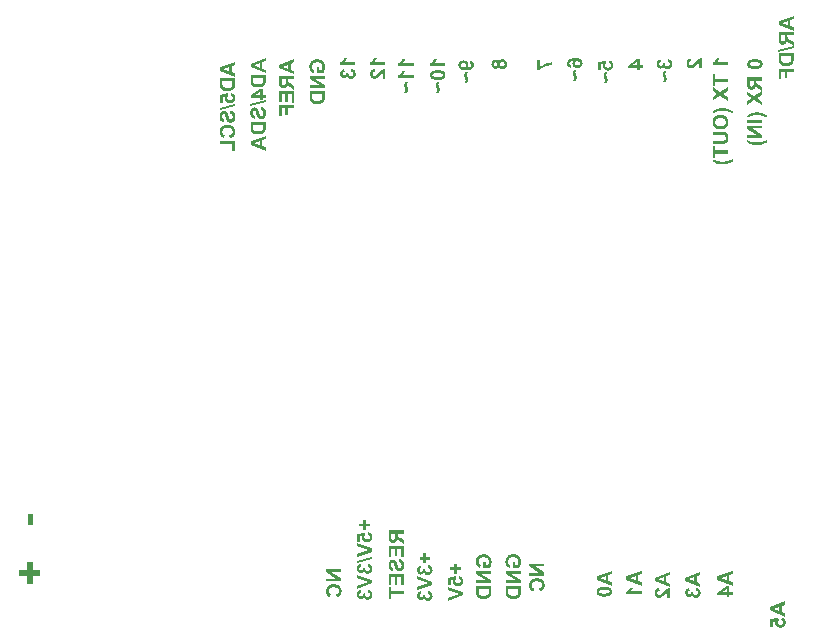
<source format=gbo>
G04*
G04 #@! TF.GenerationSoftware,Altium Limited,Altium Designer,21.0.8 (223)*
G04*
G04 Layer_Color=32896*
%FSLAX44Y44*%
%MOMM*%
G71*
G04*
G04 #@! TF.SameCoordinates,CB068B56-A197-48A0-A871-B344E5AE3D22*
G04*
G04*
G04 #@! TF.FilePolarity,Positive*
G04*
G01*
G75*
G36*
X23363Y62285D02*
X30000D01*
Y57796D01*
X23363D01*
Y51081D01*
X18835D01*
Y57796D01*
X12198D01*
Y62285D01*
X18835D01*
Y69000D01*
X23363D01*
Y62285D01*
D02*
G37*
G36*
X24000Y100357D02*
X19081D01*
Y110000D01*
X24000D01*
Y100357D01*
D02*
G37*
G36*
X284785Y60601D02*
X276378D01*
X284785Y55412D01*
Y52817D01*
X271969D01*
Y55217D01*
X280572D01*
X271969Y60503D01*
Y63000D01*
X284785D01*
Y60601D01*
D02*
G37*
G36*
X279050Y50535D02*
X279577Y50476D01*
X280065Y50398D01*
X280513Y50301D01*
X280942Y50164D01*
X281333Y50028D01*
X281703Y49891D01*
X282015Y49735D01*
X282308Y49579D01*
X282562Y49443D01*
X282776Y49286D01*
X282952Y49169D01*
X283088Y49072D01*
X283186Y48994D01*
X283244Y48935D01*
X283264Y48916D01*
X283576Y48604D01*
X283829Y48272D01*
X284064Y47921D01*
X284259Y47570D01*
X284434Y47219D01*
X284571Y46867D01*
X284688Y46536D01*
X284785Y46204D01*
X284863Y45892D01*
X284902Y45619D01*
X284941Y45366D01*
X284981Y45151D01*
Y44975D01*
X285000Y44839D01*
Y44722D01*
X284981Y44351D01*
X284961Y43980D01*
X284902Y43649D01*
X284844Y43317D01*
X284766Y43025D01*
X284688Y42751D01*
X284590Y42498D01*
X284493Y42264D01*
X284395Y42049D01*
X284298Y41854D01*
X284220Y41698D01*
X284142Y41562D01*
X284083Y41464D01*
X284025Y41386D01*
X284005Y41347D01*
X283986Y41328D01*
X283790Y41074D01*
X283556Y40859D01*
X283069Y40450D01*
X282542Y40118D01*
X282035Y39864D01*
X281801Y39747D01*
X281567Y39650D01*
X281372Y39572D01*
X281196Y39513D01*
X281040Y39455D01*
X280942Y39416D01*
X280864Y39396D01*
X280845D01*
X280065Y41913D01*
X280572Y42049D01*
X280982Y42225D01*
X281352Y42400D01*
X281645Y42576D01*
X281859Y42732D01*
X282035Y42869D01*
X282113Y42947D01*
X282152Y42986D01*
X282367Y43278D01*
X282523Y43571D01*
X282640Y43863D01*
X282718Y44156D01*
X282757Y44390D01*
X282776Y44585D01*
X282796Y44663D01*
Y44761D01*
X282776Y45014D01*
X282757Y45248D01*
X282640Y45697D01*
X282484Y46087D01*
X282288Y46419D01*
X282093Y46673D01*
X281937Y46867D01*
X281820Y46985D01*
X281801Y47004D01*
X281781Y47024D01*
X281567Y47180D01*
X281333Y47297D01*
X281079Y47414D01*
X280806Y47511D01*
X280221Y47667D01*
X279655Y47765D01*
X279382Y47804D01*
X279128Y47843D01*
X278914Y47862D01*
X278699D01*
X278543Y47882D01*
X278407D01*
X278328D01*
X278309D01*
X277899Y47862D01*
X277509Y47843D01*
X277139Y47804D01*
X276826Y47745D01*
X276514Y47687D01*
X276241Y47609D01*
X276007Y47531D01*
X275793Y47433D01*
X275597Y47355D01*
X275441Y47277D01*
X275305Y47199D01*
X275188Y47141D01*
X275110Y47082D01*
X275032Y47043D01*
X275012Y47004D01*
X274993D01*
X274817Y46828D01*
X274642Y46653D01*
X274505Y46458D01*
X274388Y46282D01*
X274212Y45892D01*
X274095Y45521D01*
X274017Y45190D01*
X273998Y45053D01*
X273978Y44936D01*
X273959Y44839D01*
Y44702D01*
X273978Y44332D01*
X274056Y44000D01*
X274135Y43688D01*
X274251Y43434D01*
X274349Y43220D01*
X274447Y43083D01*
X274525Y42986D01*
X274544Y42947D01*
X274778Y42693D01*
X275032Y42498D01*
X275285Y42322D01*
X275539Y42205D01*
X275773Y42108D01*
X275949Y42030D01*
X276066Y42010D01*
X276085Y41991D01*
X276105D01*
X275500Y39435D01*
X274954Y39611D01*
X274486Y39825D01*
X274095Y40059D01*
X273764Y40274D01*
X273491Y40469D01*
X273315Y40625D01*
X273198Y40723D01*
X273159Y40742D01*
Y40762D01*
X272906Y41054D01*
X272691Y41347D01*
X272515Y41659D01*
X272340Y41971D01*
X272203Y42283D01*
X272106Y42615D01*
X272008Y42908D01*
X271930Y43220D01*
X271872Y43493D01*
X271833Y43746D01*
X271794Y43980D01*
X271774Y44176D01*
X271755Y44332D01*
Y44566D01*
X271774Y45053D01*
X271833Y45521D01*
X271911Y45970D01*
X272028Y46380D01*
X272164Y46770D01*
X272320Y47121D01*
X272476Y47453D01*
X272632Y47745D01*
X272808Y48018D01*
X272964Y48253D01*
X273120Y48448D01*
X273257Y48623D01*
X273374Y48740D01*
X273452Y48838D01*
X273510Y48896D01*
X273530Y48916D01*
X273881Y49208D01*
X274251Y49462D01*
X274642Y49677D01*
X275051Y49872D01*
X275461Y50028D01*
X275890Y50145D01*
X276280Y50262D01*
X276690Y50340D01*
X277061Y50418D01*
X277392Y50476D01*
X277704Y50496D01*
X277977Y50535D01*
X278192D01*
X278368Y50554D01*
X278465D01*
X278504D01*
X279050Y50535D01*
D02*
G37*
G36*
X305616Y101645D02*
X308932D01*
Y99401D01*
X305616D01*
Y96046D01*
X303353D01*
Y99401D01*
X300037D01*
Y101645D01*
X303353D01*
Y105000D01*
X305616D01*
Y101645D01*
D02*
G37*
G36*
X307781Y94427D02*
X308054Y94369D01*
X308581Y94193D01*
X309010Y93978D01*
X309381Y93744D01*
X309537Y93627D01*
X309674Y93530D01*
X309790Y93432D01*
X309888Y93335D01*
X309966Y93257D01*
X310025Y93198D01*
X310044Y93179D01*
X310064Y93159D01*
X310220Y92944D01*
X310376Y92711D01*
X310610Y92242D01*
X310766Y91755D01*
X310883Y91306D01*
X310922Y91091D01*
X310942Y90896D01*
X310980Y90721D01*
Y90565D01*
X311000Y90448D01*
Y90272D01*
X310980Y89862D01*
X310922Y89492D01*
X310844Y89121D01*
X310746Y88790D01*
X310610Y88477D01*
X310473Y88204D01*
X310317Y87931D01*
X310161Y87697D01*
X310005Y87502D01*
X309849Y87307D01*
X309713Y87151D01*
X309576Y87034D01*
X309478Y86936D01*
X309400Y86858D01*
X309342Y86819D01*
X309322Y86800D01*
X309088Y86644D01*
X308835Y86488D01*
X308347Y86273D01*
X307879Y86097D01*
X307430Y86000D01*
X307235Y85961D01*
X307059Y85922D01*
X306903Y85902D01*
X306767D01*
X306650Y85883D01*
X306572D01*
X306513D01*
X306494D01*
X306143Y85902D01*
X305811Y85941D01*
X305499Y85981D01*
X305206Y86059D01*
X304933Y86156D01*
X304680Y86254D01*
X304446Y86351D01*
X304231Y86449D01*
X304036Y86566D01*
X303860Y86663D01*
X303724Y86761D01*
X303607Y86858D01*
X303509Y86936D01*
X303451Y86975D01*
X303412Y87014D01*
X303392Y87034D01*
X303178Y87248D01*
X303002Y87483D01*
X302846Y87717D01*
X302709Y87951D01*
X302592Y88185D01*
X302495Y88399D01*
X302358Y88848D01*
X302300Y89043D01*
X302261Y89219D01*
X302241Y89394D01*
X302222Y89531D01*
X302202Y89648D01*
Y89804D01*
X302222Y90116D01*
X302261Y90428D01*
X302339Y90721D01*
X302397Y90955D01*
X302475Y91169D01*
X302553Y91345D01*
X302592Y91442D01*
X302612Y91482D01*
X300447Y91091D01*
Y86449D01*
X298145D01*
Y92944D01*
X304816Y94193D01*
X305089Y92223D01*
X304933Y92067D01*
X304777Y91891D01*
X304543Y91579D01*
X304387Y91247D01*
X304270Y90955D01*
X304192Y90701D01*
X304172Y90487D01*
X304153Y90409D01*
Y90311D01*
X304172Y90019D01*
X304251Y89745D01*
X304348Y89511D01*
X304446Y89316D01*
X304563Y89160D01*
X304660Y89043D01*
X304738Y88965D01*
X304758Y88946D01*
X304992Y88770D01*
X305284Y88633D01*
X305577Y88536D01*
X305870Y88458D01*
X306123Y88419D01*
X306338Y88399D01*
X306416D01*
X306474D01*
X306513D01*
X306533D01*
X306962Y88419D01*
X307352Y88477D01*
X307664Y88575D01*
X307937Y88673D01*
X308132Y88770D01*
X308288Y88868D01*
X308367Y88926D01*
X308405Y88946D01*
X308620Y89160D01*
X308757Y89375D01*
X308874Y89589D01*
X308952Y89804D01*
X308991Y89979D01*
X309010Y90116D01*
X309030Y90213D01*
Y90253D01*
X309010Y90487D01*
X308952Y90721D01*
X308874Y90916D01*
X308796Y91091D01*
X308718Y91247D01*
X308640Y91345D01*
X308581Y91423D01*
X308562Y91442D01*
X308367Y91618D01*
X308152Y91755D01*
X307918Y91852D01*
X307723Y91930D01*
X307528Y91989D01*
X307372Y92028D01*
X307274Y92047D01*
X307235D01*
X307489Y94486D01*
X307781Y94427D01*
D02*
G37*
G36*
X310766Y80752D02*
Y77963D01*
X297950Y73398D01*
Y76168D01*
X307430Y79289D01*
X297950Y82547D01*
Y85337D01*
X310766Y80752D01*
D02*
G37*
G36*
X310980Y71604D02*
X297735Y68404D01*
Y70258D01*
X310980Y73418D01*
Y71604D01*
D02*
G37*
G36*
X307684Y67722D02*
X307976Y67663D01*
X308484Y67488D01*
X308932Y67273D01*
X309303Y67039D01*
X309459Y66922D01*
X309596Y66824D01*
X309732Y66727D01*
X309830Y66629D01*
X309908Y66551D01*
X309966Y66493D01*
X309986Y66473D01*
X310005Y66454D01*
X310181Y66239D01*
X310337Y66005D01*
X310473Y65752D01*
X310571Y65517D01*
X310766Y65030D01*
X310883Y64562D01*
X310922Y64366D01*
X310942Y64171D01*
X310961Y63996D01*
X310980Y63840D01*
X311000Y63723D01*
Y63547D01*
X310980Y63216D01*
X310942Y62884D01*
X310883Y62591D01*
X310805Y62299D01*
X310727Y62026D01*
X310629Y61772D01*
X310512Y61538D01*
X310395Y61323D01*
X310298Y61128D01*
X310181Y60972D01*
X310083Y60816D01*
X309986Y60699D01*
X309927Y60602D01*
X309869Y60543D01*
X309830Y60504D01*
X309810Y60485D01*
X309576Y60270D01*
X309342Y60075D01*
X309108Y59899D01*
X308854Y59763D01*
X308620Y59646D01*
X308386Y59548D01*
X307937Y59392D01*
X307723Y59334D01*
X307528Y59295D01*
X307372Y59275D01*
X307216Y59256D01*
X307099Y59236D01*
X307020D01*
X306962D01*
X306943D01*
X306513Y59256D01*
X306143Y59334D01*
X305792Y59451D01*
X305499Y59568D01*
X305265Y59685D01*
X305089Y59802D01*
X304992Y59880D01*
X304953Y59899D01*
X304680Y60172D01*
X304446Y60445D01*
X304251Y60738D01*
X304114Y61031D01*
X304016Y61265D01*
X303938Y61479D01*
X303919Y61557D01*
Y61596D01*
X303899Y61635D01*
Y61655D01*
X303704Y61323D01*
X303490Y61050D01*
X303275Y60797D01*
X303041Y60582D01*
X302826Y60406D01*
X302592Y60251D01*
X302378Y60133D01*
X302163Y60036D01*
X301968Y59958D01*
X301793Y59899D01*
X301637Y59860D01*
X301481Y59821D01*
X301363D01*
X301285Y59802D01*
X301227D01*
X301207D01*
X300993D01*
X300778Y59841D01*
X300369Y59938D01*
X300017Y60094D01*
X299705Y60251D01*
X299432Y60426D01*
X299237Y60582D01*
X299179Y60641D01*
X299120Y60680D01*
X299101Y60699D01*
X299081Y60719D01*
X298867Y60933D01*
X298691Y61148D01*
X298535Y61401D01*
X298398Y61635D01*
X298281Y61870D01*
X298203Y62123D01*
X298047Y62572D01*
X298008Y62786D01*
X297969Y63001D01*
X297950Y63177D01*
X297930Y63333D01*
X297911Y63450D01*
Y63625D01*
X297930Y64015D01*
X297969Y64386D01*
X298047Y64698D01*
X298106Y64991D01*
X298184Y65225D01*
X298262Y65400D01*
X298301Y65517D01*
X298320Y65537D01*
Y65556D01*
X298476Y65849D01*
X298652Y66122D01*
X298827Y66337D01*
X299003Y66532D01*
X299179Y66688D01*
X299296Y66785D01*
X299374Y66863D01*
X299413Y66883D01*
X299686Y67039D01*
X299998Y67195D01*
X300310Y67312D01*
X300603Y67410D01*
X300876Y67488D01*
X301090Y67546D01*
X301168Y67566D01*
X301227D01*
X301266Y67585D01*
X301285D01*
X301656Y65322D01*
X301363Y65283D01*
X301110Y65205D01*
X300895Y65127D01*
X300700Y65030D01*
X300564Y64932D01*
X300466Y64874D01*
X300408Y64815D01*
X300388Y64796D01*
X300232Y64620D01*
X300135Y64425D01*
X300056Y64250D01*
X299998Y64074D01*
X299959Y63918D01*
X299939Y63801D01*
Y63703D01*
X299959Y63469D01*
X299998Y63255D01*
X300056Y63079D01*
X300135Y62923D01*
X300212Y62806D01*
X300271Y62728D01*
X300310Y62669D01*
X300329Y62650D01*
X300486Y62513D01*
X300661Y62416D01*
X300837Y62357D01*
X300993Y62299D01*
X301129Y62279D01*
X301246Y62260D01*
X301344D01*
X301363D01*
X301637Y62279D01*
X301871Y62338D01*
X302085Y62435D01*
X302261Y62533D01*
X302397Y62630D01*
X302514Y62728D01*
X302573Y62786D01*
X302592Y62806D01*
X302729Y63021D01*
X302846Y63274D01*
X302924Y63528D01*
X302963Y63762D01*
X302983Y63976D01*
X303002Y64171D01*
Y64328D01*
X304992Y64601D01*
X304933Y64366D01*
X304875Y64152D01*
X304836Y63957D01*
X304816Y63801D01*
X304797Y63664D01*
Y63489D01*
X304816Y63235D01*
X304875Y63001D01*
X304972Y62786D01*
X305070Y62611D01*
X305167Y62455D01*
X305265Y62357D01*
X305323Y62279D01*
X305343Y62260D01*
X305557Y62084D01*
X305811Y61967D01*
X306045Y61870D01*
X306279Y61811D01*
X306494Y61772D01*
X306669Y61753D01*
X306786D01*
X306806D01*
X306825D01*
X307177Y61772D01*
X307489Y61831D01*
X307762Y61928D01*
X307996Y62006D01*
X308171Y62104D01*
X308288Y62201D01*
X308386Y62260D01*
X308405Y62279D01*
X308601Y62494D01*
X308737Y62708D01*
X308835Y62923D01*
X308893Y63118D01*
X308932Y63294D01*
X308971Y63430D01*
Y63567D01*
X308952Y63820D01*
X308893Y64054D01*
X308815Y64250D01*
X308737Y64425D01*
X308659Y64581D01*
X308581Y64679D01*
X308523Y64757D01*
X308503Y64776D01*
X308308Y64952D01*
X308074Y65088D01*
X307840Y65186D01*
X307625Y65264D01*
X307411Y65322D01*
X307255Y65361D01*
X307138Y65381D01*
X307118D01*
X307099D01*
X307391Y67761D01*
X307684Y67722D01*
D02*
G37*
G36*
X310766Y53891D02*
Y51102D01*
X297950Y46537D01*
Y49307D01*
X307430Y52428D01*
X297950Y55686D01*
Y58475D01*
X310766Y53891D01*
D02*
G37*
G36*
X307684Y45835D02*
X307976Y45776D01*
X308484Y45601D01*
X308932Y45386D01*
X309303Y45152D01*
X309459Y45035D01*
X309596Y44937D01*
X309732Y44840D01*
X309830Y44742D01*
X309908Y44664D01*
X309966Y44606D01*
X309986Y44586D01*
X310005Y44567D01*
X310181Y44352D01*
X310337Y44118D01*
X310473Y43864D01*
X310571Y43630D01*
X310766Y43143D01*
X310883Y42674D01*
X310922Y42479D01*
X310942Y42284D01*
X310961Y42109D01*
X310980Y41953D01*
X311000Y41836D01*
Y41660D01*
X310980Y41329D01*
X310942Y40997D01*
X310883Y40704D01*
X310805Y40412D01*
X310727Y40139D01*
X310629Y39885D01*
X310512Y39651D01*
X310395Y39436D01*
X310298Y39241D01*
X310181Y39085D01*
X310083Y38929D01*
X309986Y38812D01*
X309927Y38714D01*
X309869Y38656D01*
X309830Y38617D01*
X309810Y38598D01*
X309576Y38383D01*
X309342Y38188D01*
X309108Y38012D01*
X308854Y37876D01*
X308620Y37759D01*
X308386Y37661D01*
X307937Y37505D01*
X307723Y37447D01*
X307528Y37408D01*
X307372Y37388D01*
X307216Y37369D01*
X307099Y37349D01*
X307020D01*
X306962D01*
X306943D01*
X306513Y37369D01*
X306143Y37447D01*
X305792Y37564D01*
X305499Y37681D01*
X305265Y37798D01*
X305089Y37915D01*
X304992Y37993D01*
X304953Y38012D01*
X304680Y38285D01*
X304446Y38558D01*
X304251Y38851D01*
X304114Y39144D01*
X304016Y39378D01*
X303938Y39592D01*
X303919Y39670D01*
Y39709D01*
X303899Y39748D01*
Y39768D01*
X303704Y39436D01*
X303490Y39163D01*
X303275Y38910D01*
X303041Y38695D01*
X302826Y38519D01*
X302592Y38363D01*
X302378Y38246D01*
X302163Y38149D01*
X301968Y38071D01*
X301793Y38012D01*
X301637Y37973D01*
X301481Y37934D01*
X301363D01*
X301285Y37915D01*
X301227D01*
X301207D01*
X300993D01*
X300778Y37954D01*
X300369Y38051D01*
X300017Y38207D01*
X299705Y38363D01*
X299432Y38539D01*
X299237Y38695D01*
X299179Y38753D01*
X299120Y38793D01*
X299101Y38812D01*
X299081Y38832D01*
X298867Y39046D01*
X298691Y39261D01*
X298535Y39514D01*
X298398Y39748D01*
X298281Y39983D01*
X298203Y40236D01*
X298047Y40685D01*
X298008Y40899D01*
X297969Y41114D01*
X297950Y41290D01*
X297930Y41445D01*
X297911Y41563D01*
Y41738D01*
X297930Y42128D01*
X297969Y42499D01*
X298047Y42811D01*
X298106Y43104D01*
X298184Y43338D01*
X298262Y43513D01*
X298301Y43630D01*
X298320Y43650D01*
Y43669D01*
X298476Y43962D01*
X298652Y44235D01*
X298827Y44450D01*
X299003Y44645D01*
X299179Y44801D01*
X299296Y44898D01*
X299374Y44976D01*
X299413Y44996D01*
X299686Y45152D01*
X299998Y45308D01*
X300310Y45425D01*
X300603Y45522D01*
X300876Y45601D01*
X301090Y45659D01*
X301168Y45679D01*
X301227D01*
X301266Y45698D01*
X301285D01*
X301656Y43435D01*
X301363Y43396D01*
X301110Y43318D01*
X300895Y43240D01*
X300700Y43143D01*
X300564Y43045D01*
X300466Y42987D01*
X300408Y42928D01*
X300388Y42909D01*
X300232Y42733D01*
X300135Y42538D01*
X300056Y42362D01*
X299998Y42187D01*
X299959Y42031D01*
X299939Y41914D01*
Y41816D01*
X299959Y41582D01*
X299998Y41368D01*
X300056Y41192D01*
X300135Y41036D01*
X300212Y40919D01*
X300271Y40841D01*
X300310Y40782D01*
X300329Y40763D01*
X300486Y40626D01*
X300661Y40529D01*
X300837Y40470D01*
X300993Y40412D01*
X301129Y40392D01*
X301246Y40373D01*
X301344D01*
X301363D01*
X301637Y40392D01*
X301871Y40451D01*
X302085Y40548D01*
X302261Y40646D01*
X302397Y40743D01*
X302514Y40841D01*
X302573Y40899D01*
X302592Y40919D01*
X302729Y41133D01*
X302846Y41387D01*
X302924Y41641D01*
X302963Y41875D01*
X302983Y42089D01*
X303002Y42284D01*
Y42440D01*
X304992Y42713D01*
X304933Y42479D01*
X304875Y42265D01*
X304836Y42070D01*
X304816Y41914D01*
X304797Y41777D01*
Y41602D01*
X304816Y41348D01*
X304875Y41114D01*
X304972Y40899D01*
X305070Y40724D01*
X305167Y40568D01*
X305265Y40470D01*
X305323Y40392D01*
X305343Y40373D01*
X305557Y40197D01*
X305811Y40080D01*
X306045Y39983D01*
X306279Y39924D01*
X306494Y39885D01*
X306669Y39866D01*
X306786D01*
X306806D01*
X306825D01*
X307177Y39885D01*
X307489Y39943D01*
X307762Y40041D01*
X307996Y40119D01*
X308171Y40217D01*
X308288Y40314D01*
X308386Y40373D01*
X308405Y40392D01*
X308601Y40607D01*
X308737Y40821D01*
X308835Y41036D01*
X308893Y41231D01*
X308932Y41406D01*
X308971Y41543D01*
Y41680D01*
X308952Y41933D01*
X308893Y42167D01*
X308815Y42362D01*
X308737Y42538D01*
X308659Y42694D01*
X308581Y42792D01*
X308523Y42870D01*
X308503Y42889D01*
X308308Y43065D01*
X308074Y43201D01*
X307840Y43299D01*
X307625Y43377D01*
X307411Y43435D01*
X307255Y43474D01*
X307138Y43494D01*
X307118D01*
X307099D01*
X307391Y45874D01*
X307684Y45835D01*
D02*
G37*
G36*
X337766Y93406D02*
X332421D01*
Y92586D01*
X332440Y92313D01*
X332460Y92099D01*
X332499Y91923D01*
X332519Y91786D01*
X332557Y91689D01*
X332577Y91630D01*
Y91611D01*
X332635Y91455D01*
X332714Y91318D01*
X332889Y91065D01*
X332967Y90967D01*
X333045Y90889D01*
X333084Y90850D01*
X333104Y90831D01*
X333182Y90752D01*
X333299Y90674D01*
X333572Y90460D01*
X333865Y90226D01*
X334196Y90011D01*
X334508Y89797D01*
X334625Y89699D01*
X334762Y89621D01*
X334859Y89563D01*
X334937Y89504D01*
X334976Y89485D01*
X334996Y89465D01*
X337766Y87631D01*
Y84530D01*
X335269Y86090D01*
X334996Y86266D01*
X334762Y86422D01*
X334528Y86559D01*
X334313Y86715D01*
X333962Y86949D01*
X333669Y87163D01*
X333455Y87339D01*
X333318Y87456D01*
X333221Y87534D01*
X333201Y87553D01*
X332987Y87768D01*
X332792Y88002D01*
X332597Y88236D01*
X332440Y88451D01*
X332304Y88646D01*
X332206Y88802D01*
X332148Y88899D01*
X332128Y88919D01*
Y88938D01*
X332070Y88626D01*
X332011Y88353D01*
X331933Y88080D01*
X331836Y87846D01*
X331738Y87612D01*
X331641Y87397D01*
X331543Y87222D01*
X331446Y87046D01*
X331348Y86910D01*
X331250Y86773D01*
X331153Y86676D01*
X331094Y86578D01*
X331016Y86519D01*
X330977Y86461D01*
X330958Y86422D01*
X330938D01*
X330763Y86266D01*
X330568Y86129D01*
X330178Y85934D01*
X329768Y85778D01*
X329397Y85661D01*
X329066Y85603D01*
X328929Y85583D01*
X328793D01*
X328695Y85564D01*
X328617D01*
X328578D01*
X328559D01*
X328149Y85583D01*
X327759Y85642D01*
X327427Y85739D01*
X327135Y85837D01*
X326881Y85954D01*
X326705Y86032D01*
X326588Y86110D01*
X326549Y86129D01*
X326237Y86363D01*
X325984Y86597D01*
X325769Y86851D01*
X325593Y87085D01*
X325457Y87300D01*
X325359Y87475D01*
X325320Y87592D01*
X325301Y87612D01*
Y87631D01*
X325242Y87807D01*
X325184Y88021D01*
X325106Y88490D01*
X325028Y88977D01*
X324989Y89465D01*
X324969Y89680D01*
Y90089D01*
X324950Y90265D01*
Y96000D01*
X337766D01*
Y93406D01*
D02*
G37*
G36*
Y73352D02*
X335601D01*
Y80492D01*
X332128D01*
Y74093D01*
X329963D01*
Y80492D01*
X327115D01*
Y73606D01*
X324950D01*
Y83086D01*
X337766D01*
Y73352D01*
D02*
G37*
G36*
X334001Y71772D02*
X334372Y71694D01*
X334723Y71596D01*
X335035Y71499D01*
X335327Y71362D01*
X335601Y71245D01*
X335835Y71109D01*
X336069Y70972D01*
X336244Y70836D01*
X336420Y70719D01*
X336557Y70602D01*
X336674Y70504D01*
X336771Y70406D01*
X336830Y70348D01*
X336869Y70309D01*
X336888Y70290D01*
X337083Y70036D01*
X337259Y69743D01*
X337395Y69451D01*
X337532Y69158D01*
X337629Y68846D01*
X337727Y68534D01*
X337863Y67929D01*
X337902Y67636D01*
X337942Y67383D01*
X337961Y67149D01*
X337980Y66954D01*
X338000Y66778D01*
Y66544D01*
X337980Y65939D01*
X337922Y65413D01*
X337863Y64945D01*
X337766Y64535D01*
X337727Y64359D01*
X337688Y64203D01*
X337649Y64086D01*
X337629Y63969D01*
X337590Y63891D01*
X337571Y63833D01*
X337551Y63794D01*
Y63774D01*
X337356Y63364D01*
X337122Y63033D01*
X336888Y62721D01*
X336654Y62487D01*
X336459Y62291D01*
X336283Y62155D01*
X336166Y62057D01*
X336147Y62038D01*
X336127D01*
X335757Y61823D01*
X335386Y61667D01*
X335035Y61570D01*
X334723Y61492D01*
X334450Y61453D01*
X334235Y61414D01*
X334157D01*
X334099D01*
X334059D01*
X334040D01*
X333611Y61433D01*
X333221Y61492D01*
X332870Y61589D01*
X332577Y61667D01*
X332343Y61765D01*
X332148Y61862D01*
X332050Y61921D01*
X332011Y61940D01*
X331719Y62155D01*
X331446Y62370D01*
X331231Y62604D01*
X331036Y62838D01*
X330899Y63033D01*
X330782Y63189D01*
X330724Y63306D01*
X330704Y63325D01*
Y63345D01*
X330607Y63520D01*
X330529Y63716D01*
X330353Y64164D01*
X330217Y64613D01*
X330061Y65081D01*
X329963Y65491D01*
X329905Y65666D01*
X329865Y65822D01*
X329827Y65959D01*
X329807Y66056D01*
X329787Y66115D01*
Y66135D01*
X329709Y66466D01*
X329612Y66778D01*
X329534Y67051D01*
X329456Y67285D01*
X329397Y67519D01*
X329319Y67695D01*
X329261Y67871D01*
X329183Y68007D01*
X329124Y68144D01*
X329085Y68241D01*
X329007Y68397D01*
X328949Y68475D01*
X328929Y68495D01*
X328793Y68612D01*
X328675Y68709D01*
X328539Y68768D01*
X328422Y68826D01*
X328305Y68846D01*
X328227Y68865D01*
X328168D01*
X328149D01*
X327973Y68846D01*
X327817Y68807D01*
X327681Y68748D01*
X327564Y68670D01*
X327466Y68592D01*
X327408Y68534D01*
X327369Y68495D01*
X327349Y68475D01*
X327193Y68222D01*
X327076Y67929D01*
X326998Y67636D01*
X326939Y67363D01*
X326900Y67110D01*
X326881Y66895D01*
Y66720D01*
X326900Y66329D01*
X326959Y65998D01*
X327017Y65725D01*
X327095Y65491D01*
X327193Y65315D01*
X327252Y65198D01*
X327310Y65120D01*
X327329Y65101D01*
X327505Y64906D01*
X327720Y64749D01*
X327954Y64632D01*
X328188Y64535D01*
X328402Y64457D01*
X328578Y64418D01*
X328695Y64379D01*
X328715D01*
X328734D01*
X328637Y61784D01*
X328324Y61804D01*
X328012Y61862D01*
X327720Y61940D01*
X327447Y62018D01*
X326978Y62233D01*
X326764Y62331D01*
X326569Y62448D01*
X326393Y62565D01*
X326237Y62682D01*
X326101Y62779D01*
X326003Y62877D01*
X325925Y62955D01*
X325867Y63013D01*
X325827Y63052D01*
X325808Y63072D01*
X325613Y63306D01*
X325457Y63579D01*
X325301Y63852D01*
X325184Y64145D01*
X324989Y64749D01*
X324872Y65335D01*
X324833Y65608D01*
X324794Y65861D01*
X324774Y66095D01*
X324755Y66310D01*
X324735Y66466D01*
Y66700D01*
X324755Y67227D01*
X324813Y67715D01*
X324872Y68144D01*
X324950Y68514D01*
X325047Y68807D01*
X325086Y68924D01*
X325106Y69022D01*
X325145Y69100D01*
X325164Y69178D01*
X325184Y69197D01*
Y69217D01*
X325359Y69587D01*
X325574Y69899D01*
X325788Y70173D01*
X326003Y70387D01*
X326198Y70563D01*
X326354Y70699D01*
X326452Y70777D01*
X326471Y70797D01*
X326491D01*
X326822Y70972D01*
X327135Y71109D01*
X327447Y71206D01*
X327720Y71265D01*
X327973Y71304D01*
X328149Y71343D01*
X328227D01*
X328285D01*
X328305D01*
X328324D01*
X328597Y71323D01*
X328871Y71284D01*
X329124Y71226D01*
X329358Y71167D01*
X329807Y70972D01*
X330178Y70758D01*
X330334Y70641D01*
X330490Y70543D01*
X330607Y70446D01*
X330704Y70348D01*
X330782Y70290D01*
X330841Y70231D01*
X330880Y70192D01*
X330899Y70173D01*
X331036Y69997D01*
X331172Y69802D01*
X331426Y69373D01*
X331641Y68885D01*
X331816Y68397D01*
X331972Y67968D01*
X332031Y67773D01*
X332070Y67597D01*
X332109Y67461D01*
X332148Y67363D01*
X332167Y67285D01*
Y67266D01*
X332245Y66973D01*
X332304Y66720D01*
X332362Y66486D01*
X332421Y66271D01*
X332479Y66076D01*
X332519Y65920D01*
X332557Y65764D01*
X332597Y65647D01*
X332655Y65452D01*
X332694Y65315D01*
X332733Y65237D01*
Y65218D01*
X332831Y64984D01*
X332928Y64788D01*
X333006Y64632D01*
X333104Y64496D01*
X333182Y64398D01*
X333240Y64340D01*
X333279Y64301D01*
X333299Y64281D01*
X333416Y64184D01*
X333552Y64125D01*
X333786Y64047D01*
X333904Y64028D01*
X333982Y64008D01*
X334040D01*
X334059D01*
X334313Y64028D01*
X334547Y64106D01*
X334762Y64203D01*
X334937Y64320D01*
X335093Y64457D01*
X335191Y64554D01*
X335269Y64632D01*
X335289Y64652D01*
X335464Y64906D01*
X335601Y65198D01*
X335679Y65510D01*
X335757Y65822D01*
X335796Y66095D01*
X335815Y66310D01*
Y66525D01*
X335796Y66954D01*
X335718Y67324D01*
X335620Y67636D01*
X335523Y67910D01*
X335406Y68124D01*
X335327Y68280D01*
X335249Y68378D01*
X335230Y68417D01*
X334976Y68651D01*
X334684Y68846D01*
X334372Y69002D01*
X334079Y69119D01*
X333786Y69217D01*
X333572Y69275D01*
X333474Y69295D01*
X333416D01*
X333377Y69314D01*
X333357D01*
X333611Y71831D01*
X334001Y71772D01*
D02*
G37*
G36*
X337766Y49475D02*
X335601D01*
Y56615D01*
X332128D01*
Y50217D01*
X329963D01*
Y56615D01*
X327115D01*
Y49729D01*
X324950D01*
Y59209D01*
X337766D01*
Y49475D01*
D02*
G37*
G36*
X327115Y44403D02*
X337766D01*
Y41809D01*
X327115D01*
Y38044D01*
X324950D01*
Y48168D01*
X327115D01*
Y44403D01*
D02*
G37*
G36*
X356616Y73645D02*
X359932D01*
Y71401D01*
X356616D01*
Y68046D01*
X354353D01*
Y71401D01*
X351037D01*
Y73645D01*
X354353D01*
Y77000D01*
X356616D01*
Y73645D01*
D02*
G37*
G36*
X358684Y66583D02*
X358976Y66525D01*
X359484Y66349D01*
X359932Y66135D01*
X360303Y65900D01*
X360459Y65783D01*
X360596Y65686D01*
X360732Y65588D01*
X360830Y65491D01*
X360908Y65413D01*
X360966Y65354D01*
X360986Y65335D01*
X361005Y65315D01*
X361181Y65101D01*
X361337Y64866D01*
X361473Y64613D01*
X361571Y64379D01*
X361766Y63891D01*
X361883Y63423D01*
X361922Y63228D01*
X361941Y63033D01*
X361961Y62857D01*
X361981Y62701D01*
X362000Y62584D01*
Y62409D01*
X361981Y62077D01*
X361941Y61745D01*
X361883Y61453D01*
X361805Y61160D01*
X361727Y60887D01*
X361629Y60633D01*
X361512Y60399D01*
X361395Y60185D01*
X361298Y59990D01*
X361181Y59834D01*
X361083Y59678D01*
X360986Y59560D01*
X360927Y59463D01*
X360869Y59405D01*
X360830Y59366D01*
X360810Y59346D01*
X360576Y59131D01*
X360342Y58936D01*
X360108Y58761D01*
X359854Y58624D01*
X359620Y58507D01*
X359386Y58410D01*
X358937Y58254D01*
X358723Y58195D01*
X358528Y58156D01*
X358372Y58137D01*
X358216Y58117D01*
X358098Y58098D01*
X358021D01*
X357962D01*
X357943D01*
X357513Y58117D01*
X357143Y58195D01*
X356792Y58312D01*
X356499Y58429D01*
X356265Y58546D01*
X356089Y58663D01*
X355992Y58741D01*
X355953Y58761D01*
X355680Y59034D01*
X355446Y59307D01*
X355251Y59600D01*
X355114Y59892D01*
X355016Y60126D01*
X354938Y60341D01*
X354919Y60419D01*
Y60458D01*
X354899Y60497D01*
Y60516D01*
X354704Y60185D01*
X354490Y59912D01*
X354275Y59658D01*
X354041Y59443D01*
X353826Y59268D01*
X353592Y59112D01*
X353378Y58995D01*
X353163Y58897D01*
X352968Y58819D01*
X352793Y58761D01*
X352636Y58722D01*
X352481Y58683D01*
X352363D01*
X352285Y58663D01*
X352227D01*
X352207D01*
X351993D01*
X351778Y58702D01*
X351369Y58800D01*
X351017Y58956D01*
X350705Y59112D01*
X350432Y59287D01*
X350237Y59443D01*
X350179Y59502D01*
X350120Y59541D01*
X350101Y59560D01*
X350081Y59580D01*
X349866Y59795D01*
X349691Y60009D01*
X349535Y60263D01*
X349398Y60497D01*
X349281Y60731D01*
X349203Y60985D01*
X349047Y61433D01*
X349008Y61648D01*
X348969Y61862D01*
X348950Y62038D01*
X348930Y62194D01*
X348911Y62311D01*
Y62487D01*
X348930Y62877D01*
X348969Y63247D01*
X349047Y63559D01*
X349106Y63852D01*
X349184Y64086D01*
X349262Y64262D01*
X349301Y64379D01*
X349320Y64398D01*
Y64418D01*
X349476Y64710D01*
X349652Y64984D01*
X349827Y65198D01*
X350003Y65393D01*
X350179Y65549D01*
X350296Y65647D01*
X350374Y65725D01*
X350413Y65744D01*
X350686Y65900D01*
X350998Y66056D01*
X351310Y66174D01*
X351603Y66271D01*
X351876Y66349D01*
X352090Y66408D01*
X352168Y66427D01*
X352227D01*
X352266Y66447D01*
X352285D01*
X352656Y64184D01*
X352363Y64145D01*
X352110Y64067D01*
X351895Y63989D01*
X351700Y63891D01*
X351564Y63794D01*
X351466Y63735D01*
X351408Y63677D01*
X351388Y63657D01*
X351232Y63481D01*
X351134Y63286D01*
X351056Y63111D01*
X350998Y62935D01*
X350959Y62779D01*
X350939Y62662D01*
Y62565D01*
X350959Y62331D01*
X350998Y62116D01*
X351056Y61940D01*
X351134Y61784D01*
X351213Y61667D01*
X351271Y61589D01*
X351310Y61531D01*
X351329Y61511D01*
X351486Y61375D01*
X351661Y61277D01*
X351837Y61219D01*
X351993Y61160D01*
X352129Y61141D01*
X352246Y61121D01*
X352344D01*
X352363D01*
X352636Y61141D01*
X352871Y61199D01*
X353085Y61297D01*
X353261Y61394D01*
X353397Y61492D01*
X353514Y61589D01*
X353573Y61648D01*
X353592Y61667D01*
X353729Y61882D01*
X353846Y62136D01*
X353924Y62389D01*
X353963Y62623D01*
X353983Y62838D01*
X354002Y63033D01*
Y63189D01*
X355992Y63462D01*
X355933Y63228D01*
X355875Y63013D01*
X355836Y62818D01*
X355816Y62662D01*
X355797Y62526D01*
Y62350D01*
X355816Y62097D01*
X355875Y61862D01*
X355972Y61648D01*
X356070Y61472D01*
X356167Y61316D01*
X356265Y61219D01*
X356323Y61141D01*
X356343Y61121D01*
X356558Y60946D01*
X356811Y60828D01*
X357045Y60731D01*
X357279Y60672D01*
X357494Y60633D01*
X357669Y60614D01*
X357786D01*
X357806D01*
X357825D01*
X358177Y60633D01*
X358489Y60692D01*
X358762Y60789D01*
X358996Y60868D01*
X359171Y60965D01*
X359288Y61063D01*
X359386Y61121D01*
X359406Y61141D01*
X359601Y61355D01*
X359737Y61570D01*
X359835Y61784D01*
X359893Y61979D01*
X359932Y62155D01*
X359971Y62291D01*
Y62428D01*
X359952Y62682D01*
X359893Y62916D01*
X359815Y63111D01*
X359737Y63286D01*
X359659Y63443D01*
X359581Y63540D01*
X359523Y63618D01*
X359503Y63637D01*
X359308Y63813D01*
X359074Y63950D01*
X358840Y64047D01*
X358625Y64125D01*
X358411Y64184D01*
X358255Y64223D01*
X358138Y64242D01*
X358118D01*
X358098D01*
X358391Y66622D01*
X358684Y66583D01*
D02*
G37*
G36*
X361766Y52752D02*
Y49963D01*
X348950Y45398D01*
Y48168D01*
X358430Y51290D01*
X348950Y54547D01*
Y57337D01*
X361766Y52752D01*
D02*
G37*
G36*
X358684Y44696D02*
X358976Y44637D01*
X359484Y44462D01*
X359932Y44247D01*
X360303Y44013D01*
X360459Y43896D01*
X360596Y43799D01*
X360732Y43701D01*
X360830Y43604D01*
X360908Y43526D01*
X360966Y43467D01*
X360986Y43448D01*
X361005Y43428D01*
X361181Y43214D01*
X361337Y42979D01*
X361473Y42726D01*
X361571Y42492D01*
X361766Y42004D01*
X361883Y41536D01*
X361922Y41341D01*
X361941Y41146D01*
X361961Y40970D01*
X361981Y40814D01*
X362000Y40697D01*
Y40521D01*
X361981Y40190D01*
X361941Y39858D01*
X361883Y39566D01*
X361805Y39273D01*
X361727Y39000D01*
X361629Y38746D01*
X361512Y38512D01*
X361395Y38298D01*
X361298Y38103D01*
X361181Y37947D01*
X361083Y37791D01*
X360986Y37673D01*
X360927Y37576D01*
X360869Y37517D01*
X360830Y37478D01*
X360810Y37459D01*
X360576Y37244D01*
X360342Y37049D01*
X360108Y36874D01*
X359854Y36737D01*
X359620Y36620D01*
X359386Y36523D01*
X358937Y36367D01*
X358723Y36308D01*
X358528Y36269D01*
X358372Y36249D01*
X358216Y36230D01*
X358098Y36210D01*
X358021D01*
X357962D01*
X357943D01*
X357513Y36230D01*
X357143Y36308D01*
X356792Y36425D01*
X356499Y36542D01*
X356265Y36659D01*
X356089Y36776D01*
X355992Y36854D01*
X355953Y36874D01*
X355680Y37147D01*
X355446Y37420D01*
X355251Y37713D01*
X355114Y38005D01*
X355016Y38239D01*
X354938Y38454D01*
X354919Y38532D01*
Y38571D01*
X354899Y38610D01*
Y38629D01*
X354704Y38298D01*
X354490Y38025D01*
X354275Y37771D01*
X354041Y37556D01*
X353826Y37381D01*
X353592Y37225D01*
X353378Y37108D01*
X353163Y37010D01*
X352968Y36932D01*
X352793Y36874D01*
X352636Y36835D01*
X352481Y36796D01*
X352363D01*
X352285Y36776D01*
X352227D01*
X352207D01*
X351993D01*
X351778Y36815D01*
X351369Y36913D01*
X351017Y37069D01*
X350705Y37225D01*
X350432Y37400D01*
X350237Y37556D01*
X350179Y37615D01*
X350120Y37654D01*
X350101Y37673D01*
X350081Y37693D01*
X349866Y37908D01*
X349691Y38122D01*
X349535Y38376D01*
X349398Y38610D01*
X349281Y38844D01*
X349203Y39097D01*
X349047Y39546D01*
X349008Y39761D01*
X348969Y39975D01*
X348950Y40151D01*
X348930Y40307D01*
X348911Y40424D01*
Y40599D01*
X348930Y40990D01*
X348969Y41360D01*
X349047Y41672D01*
X349106Y41965D01*
X349184Y42199D01*
X349262Y42375D01*
X349301Y42492D01*
X349320Y42511D01*
Y42531D01*
X349476Y42823D01*
X349652Y43096D01*
X349827Y43311D01*
X350003Y43506D01*
X350179Y43662D01*
X350296Y43760D01*
X350374Y43838D01*
X350413Y43857D01*
X350686Y44013D01*
X350998Y44169D01*
X351310Y44286D01*
X351603Y44384D01*
X351876Y44462D01*
X352090Y44521D01*
X352168Y44540D01*
X352227D01*
X352266Y44559D01*
X352285D01*
X352656Y42297D01*
X352363Y42258D01*
X352110Y42180D01*
X351895Y42102D01*
X351700Y42004D01*
X351564Y41906D01*
X351466Y41848D01*
X351408Y41789D01*
X351388Y41770D01*
X351232Y41594D01*
X351134Y41399D01*
X351056Y41224D01*
X350998Y41048D01*
X350959Y40892D01*
X350939Y40775D01*
Y40678D01*
X350959Y40444D01*
X350998Y40229D01*
X351056Y40053D01*
X351134Y39897D01*
X351213Y39780D01*
X351271Y39702D01*
X351310Y39644D01*
X351329Y39624D01*
X351486Y39488D01*
X351661Y39390D01*
X351837Y39332D01*
X351993Y39273D01*
X352129Y39253D01*
X352246Y39234D01*
X352344D01*
X352363D01*
X352636Y39253D01*
X352871Y39312D01*
X353085Y39410D01*
X353261Y39507D01*
X353397Y39605D01*
X353514Y39702D01*
X353573Y39761D01*
X353592Y39780D01*
X353729Y39995D01*
X353846Y40248D01*
X353924Y40502D01*
X353963Y40736D01*
X353983Y40951D01*
X354002Y41146D01*
Y41302D01*
X355992Y41575D01*
X355933Y41341D01*
X355875Y41126D01*
X355836Y40931D01*
X355816Y40775D01*
X355797Y40639D01*
Y40463D01*
X355816Y40209D01*
X355875Y39975D01*
X355972Y39761D01*
X356070Y39585D01*
X356167Y39429D01*
X356265Y39332D01*
X356323Y39253D01*
X356343Y39234D01*
X356558Y39058D01*
X356811Y38941D01*
X357045Y38844D01*
X357279Y38785D01*
X357494Y38746D01*
X357669Y38727D01*
X357786D01*
X357806D01*
X357825D01*
X358177Y38746D01*
X358489Y38805D01*
X358762Y38902D01*
X358996Y38980D01*
X359171Y39078D01*
X359288Y39176D01*
X359386Y39234D01*
X359406Y39253D01*
X359601Y39468D01*
X359737Y39683D01*
X359835Y39897D01*
X359893Y40092D01*
X359932Y40268D01*
X359971Y40405D01*
Y40541D01*
X359952Y40795D01*
X359893Y41029D01*
X359815Y41224D01*
X359737Y41399D01*
X359659Y41555D01*
X359581Y41653D01*
X359523Y41731D01*
X359503Y41750D01*
X359308Y41926D01*
X359074Y42063D01*
X358840Y42160D01*
X358625Y42238D01*
X358411Y42297D01*
X358255Y42336D01*
X358138Y42355D01*
X358118D01*
X358098D01*
X358391Y44735D01*
X358684Y44696D01*
D02*
G37*
G36*
X382616Y64645D02*
X385932D01*
Y62401D01*
X382616D01*
Y59046D01*
X380353D01*
Y62401D01*
X377037D01*
Y64645D01*
X380353D01*
Y68000D01*
X382616D01*
Y64645D01*
D02*
G37*
G36*
X384781Y57427D02*
X385054Y57369D01*
X385581Y57193D01*
X386010Y56978D01*
X386381Y56744D01*
X386537Y56627D01*
X386674Y56530D01*
X386791Y56432D01*
X386888Y56335D01*
X386966Y56257D01*
X387025Y56198D01*
X387044Y56179D01*
X387064Y56159D01*
X387220Y55944D01*
X387376Y55711D01*
X387610Y55242D01*
X387766Y54755D01*
X387883Y54306D01*
X387922Y54091D01*
X387942Y53896D01*
X387980Y53721D01*
Y53565D01*
X388000Y53448D01*
Y53272D01*
X387980Y52862D01*
X387922Y52492D01*
X387844Y52121D01*
X387746Y51789D01*
X387610Y51477D01*
X387473Y51204D01*
X387317Y50931D01*
X387161Y50697D01*
X387005Y50502D01*
X386849Y50307D01*
X386712Y50151D01*
X386576Y50034D01*
X386478Y49936D01*
X386400Y49858D01*
X386342Y49819D01*
X386322Y49800D01*
X386088Y49644D01*
X385835Y49488D01*
X385347Y49273D01*
X384879Y49097D01*
X384430Y49000D01*
X384235Y48961D01*
X384059Y48922D01*
X383904Y48902D01*
X383767D01*
X383650Y48883D01*
X383572D01*
X383513D01*
X383494D01*
X383143Y48902D01*
X382811Y48941D01*
X382499Y48980D01*
X382206Y49058D01*
X381933Y49156D01*
X381680Y49254D01*
X381446Y49351D01*
X381231Y49449D01*
X381036Y49566D01*
X380860Y49663D01*
X380724Y49761D01*
X380607Y49858D01*
X380509Y49936D01*
X380451Y49975D01*
X380412Y50014D01*
X380392Y50034D01*
X380178Y50248D01*
X380002Y50483D01*
X379846Y50717D01*
X379709Y50951D01*
X379592Y51185D01*
X379495Y51399D01*
X379358Y51848D01*
X379300Y52043D01*
X379261Y52219D01*
X379241Y52394D01*
X379222Y52531D01*
X379202Y52648D01*
Y52804D01*
X379222Y53116D01*
X379261Y53428D01*
X379339Y53721D01*
X379397Y53955D01*
X379475Y54169D01*
X379553Y54345D01*
X379592Y54443D01*
X379612Y54482D01*
X377447Y54091D01*
Y49449D01*
X375145D01*
Y55944D01*
X381816Y57193D01*
X382089Y55223D01*
X381933Y55067D01*
X381777Y54891D01*
X381543Y54579D01*
X381387Y54247D01*
X381270Y53955D01*
X381192Y53701D01*
X381172Y53487D01*
X381153Y53409D01*
Y53311D01*
X381172Y53018D01*
X381250Y52745D01*
X381348Y52511D01*
X381446Y52316D01*
X381563Y52160D01*
X381660Y52043D01*
X381738Y51965D01*
X381758Y51946D01*
X381992Y51770D01*
X382284Y51634D01*
X382577Y51536D01*
X382870Y51458D01*
X383123Y51419D01*
X383338Y51399D01*
X383416D01*
X383474D01*
X383513D01*
X383533D01*
X383962Y51419D01*
X384352Y51477D01*
X384664Y51575D01*
X384937Y51673D01*
X385132Y51770D01*
X385289Y51867D01*
X385367Y51926D01*
X385406Y51946D01*
X385620Y52160D01*
X385757Y52375D01*
X385874Y52589D01*
X385952Y52804D01*
X385991Y52979D01*
X386010Y53116D01*
X386030Y53214D01*
Y53253D01*
X386010Y53487D01*
X385952Y53721D01*
X385874Y53916D01*
X385796Y54091D01*
X385718Y54247D01*
X385640Y54345D01*
X385581Y54423D01*
X385562Y54443D01*
X385367Y54618D01*
X385152Y54755D01*
X384918Y54852D01*
X384723Y54930D01*
X384528Y54989D01*
X384372Y55028D01*
X384274Y55047D01*
X384235D01*
X384489Y57486D01*
X384781Y57427D01*
D02*
G37*
G36*
X387766Y43752D02*
Y40963D01*
X374950Y36398D01*
Y39168D01*
X384430Y42290D01*
X374950Y45547D01*
Y48337D01*
X387766Y43752D01*
D02*
G37*
G36*
X406011Y75961D02*
X406655Y75883D01*
X407221Y75766D01*
X407494Y75707D01*
X407747Y75629D01*
X407962Y75551D01*
X408157Y75493D01*
X408333Y75434D01*
X408489Y75376D01*
X408606Y75317D01*
X408684Y75298D01*
X408742Y75259D01*
X408762D01*
X409308Y74947D01*
X409796Y74595D01*
X410205Y74225D01*
X410537Y73874D01*
X410810Y73542D01*
X410927Y73405D01*
X411005Y73269D01*
X411064Y73172D01*
X411122Y73093D01*
X411142Y73054D01*
X411161Y73035D01*
X411317Y72742D01*
X411434Y72450D01*
X411649Y71845D01*
X411785Y71260D01*
X411903Y70714D01*
X411922Y70460D01*
X411961Y70245D01*
X411981Y70031D01*
Y69855D01*
X412000Y69719D01*
Y69524D01*
X411981Y68938D01*
X411903Y68373D01*
X411805Y67846D01*
X411707Y67378D01*
X411649Y67163D01*
X411590Y66968D01*
X411551Y66812D01*
X411512Y66676D01*
X411473Y66558D01*
X411434Y66480D01*
X411415Y66422D01*
Y66403D01*
X411181Y65856D01*
X410947Y65388D01*
X410713Y64978D01*
X410498Y64647D01*
X410303Y64374D01*
X410166Y64198D01*
X410069Y64081D01*
X410030Y64042D01*
X404899D01*
Y69602D01*
X407065D01*
Y66656D01*
X408703D01*
X408879Y66890D01*
X409015Y67124D01*
X409152Y67358D01*
X409269Y67573D01*
X409366Y67768D01*
X409425Y67924D01*
X409464Y68022D01*
X409484Y68061D01*
X409581Y68373D01*
X409659Y68665D01*
X409718Y68938D01*
X409757Y69173D01*
X409776Y69387D01*
X409796Y69543D01*
Y69680D01*
X409776Y69972D01*
X409737Y70265D01*
X409698Y70538D01*
X409620Y70792D01*
X409445Y71240D01*
X409230Y71611D01*
X409132Y71786D01*
X409015Y71923D01*
X408918Y72040D01*
X408840Y72157D01*
X408762Y72235D01*
X408703Y72294D01*
X408684Y72313D01*
X408664Y72333D01*
X408430Y72508D01*
X408177Y72664D01*
X407923Y72801D01*
X407650Y72898D01*
X407065Y73093D01*
X406519Y73211D01*
X406245Y73250D01*
X406011Y73269D01*
X405797Y73288D01*
X405602Y73308D01*
X405446Y73327D01*
X405328D01*
X405251D01*
X405231D01*
X404841Y73308D01*
X404490Y73288D01*
X404139Y73230D01*
X403826Y73172D01*
X403553Y73093D01*
X403280Y73015D01*
X403046Y72937D01*
X402832Y72840D01*
X402636Y72742D01*
X402481Y72664D01*
X402344Y72586D01*
X402227Y72508D01*
X402149Y72450D01*
X402090Y72391D01*
X402051Y72372D01*
X402032Y72352D01*
X401837Y72157D01*
X401661Y71943D01*
X401525Y71728D01*
X401408Y71513D01*
X401213Y71065D01*
X401076Y70635D01*
X400998Y70245D01*
X400978Y70089D01*
X400959Y69933D01*
X400939Y69816D01*
Y69660D01*
X400959Y69270D01*
X401017Y68899D01*
X401115Y68587D01*
X401213Y68314D01*
X401310Y68100D01*
X401408Y67944D01*
X401466Y67846D01*
X401486Y67807D01*
X401700Y67553D01*
X401954Y67339D01*
X402188Y67163D01*
X402422Y67027D01*
X402636Y66910D01*
X402812Y66851D01*
X402929Y66812D01*
X402949Y66793D01*
X402968D01*
X402481Y64218D01*
X402168Y64296D01*
X401856Y64413D01*
X401330Y64647D01*
X401076Y64783D01*
X400861Y64939D01*
X400647Y65076D01*
X400471Y65232D01*
X400296Y65369D01*
X400159Y65505D01*
X400042Y65622D01*
X399925Y65739D01*
X399847Y65817D01*
X399789Y65895D01*
X399769Y65934D01*
X399749Y65954D01*
X399574Y66207D01*
X399418Y66500D01*
X399281Y66793D01*
X399164Y67085D01*
X398989Y67709D01*
X398852Y68295D01*
X398813Y68587D01*
X398794Y68841D01*
X398774Y69075D01*
X398755Y69270D01*
X398735Y69426D01*
Y69660D01*
X398755Y70323D01*
X398833Y70909D01*
X398891Y71182D01*
X398930Y71435D01*
X398989Y71669D01*
X399047Y71884D01*
X399125Y72059D01*
X399184Y72235D01*
X399223Y72372D01*
X399281Y72508D01*
X399320Y72606D01*
X399359Y72664D01*
X399379Y72703D01*
Y72723D01*
X399730Y73288D01*
X400101Y73796D01*
X400510Y74205D01*
X400900Y74556D01*
X401232Y74830D01*
X401388Y74927D01*
X401525Y75025D01*
X401622Y75083D01*
X401700Y75142D01*
X401759Y75161D01*
X401778Y75181D01*
X402383Y75454D01*
X402988Y75649D01*
X403592Y75805D01*
X404139Y75903D01*
X404392Y75922D01*
X404607Y75961D01*
X404821Y75981D01*
X404997D01*
X405134Y76000D01*
X405231D01*
X405309D01*
X405328D01*
X406011Y75961D01*
D02*
G37*
G36*
X411766Y59243D02*
X403358D01*
X411766Y54054D01*
Y51460D01*
X398950D01*
Y53859D01*
X407552D01*
X398950Y59146D01*
Y61643D01*
X411766D01*
Y59243D01*
D02*
G37*
G36*
Y43891D02*
X411746Y43384D01*
X411727Y42916D01*
X411688Y42526D01*
X411629Y42214D01*
X411590Y41940D01*
X411551Y41765D01*
X411532Y41648D01*
X411512Y41609D01*
X411356Y41199D01*
X411200Y40848D01*
X411025Y40536D01*
X410849Y40263D01*
X410713Y40068D01*
X410596Y39912D01*
X410498Y39834D01*
X410478Y39795D01*
X410127Y39483D01*
X409757Y39209D01*
X409386Y38975D01*
X409015Y38780D01*
X408703Y38624D01*
X408567Y38566D01*
X408450Y38507D01*
X408352Y38468D01*
X408274Y38449D01*
X408235Y38429D01*
X408216D01*
X407767Y38293D01*
X407299Y38195D01*
X406850Y38117D01*
X406421Y38078D01*
X406050Y38039D01*
X405894D01*
X405758Y38019D01*
X405641D01*
X405563D01*
X405504D01*
X405485D01*
X404841Y38039D01*
X404256Y38078D01*
X403729Y38156D01*
X403514Y38195D01*
X403300Y38234D01*
X403105Y38273D01*
X402949Y38312D01*
X402793Y38351D01*
X402676Y38390D01*
X402578Y38410D01*
X402519Y38429D01*
X402481Y38449D01*
X402461D01*
X402012Y38624D01*
X401622Y38819D01*
X401271Y39014D01*
X400959Y39209D01*
X400725Y39404D01*
X400549Y39541D01*
X400432Y39639D01*
X400393Y39658D01*
Y39678D01*
X400101Y39990D01*
X399847Y40321D01*
X399632Y40633D01*
X399476Y40926D01*
X399359Y41199D01*
X399262Y41394D01*
X399242Y41472D01*
X399223Y41531D01*
X399203Y41570D01*
Y41589D01*
X399125Y41940D01*
X399047Y42331D01*
X399008Y42721D01*
X398989Y43130D01*
X398969Y43481D01*
X398950Y43638D01*
Y48729D01*
X411766D01*
Y43891D01*
D02*
G37*
G36*
X431011Y75961D02*
X431655Y75883D01*
X432221Y75766D01*
X432494Y75707D01*
X432747Y75629D01*
X432962Y75551D01*
X433157Y75493D01*
X433333Y75434D01*
X433489Y75376D01*
X433606Y75317D01*
X433684Y75298D01*
X433742Y75259D01*
X433762D01*
X434308Y74947D01*
X434796Y74595D01*
X435205Y74225D01*
X435537Y73874D01*
X435810Y73542D01*
X435927Y73405D01*
X436005Y73269D01*
X436064Y73172D01*
X436122Y73093D01*
X436142Y73054D01*
X436161Y73035D01*
X436317Y72742D01*
X436434Y72450D01*
X436649Y71845D01*
X436785Y71260D01*
X436903Y70714D01*
X436922Y70460D01*
X436961Y70245D01*
X436981Y70031D01*
Y69855D01*
X437000Y69719D01*
Y69524D01*
X436981Y68938D01*
X436903Y68373D01*
X436805Y67846D01*
X436707Y67378D01*
X436649Y67163D01*
X436590Y66968D01*
X436551Y66812D01*
X436512Y66676D01*
X436473Y66558D01*
X436434Y66480D01*
X436415Y66422D01*
Y66403D01*
X436181Y65856D01*
X435947Y65388D01*
X435713Y64978D01*
X435498Y64647D01*
X435303Y64374D01*
X435166Y64198D01*
X435069Y64081D01*
X435030Y64042D01*
X429899D01*
Y69602D01*
X432065D01*
Y66656D01*
X433703D01*
X433879Y66890D01*
X434015Y67124D01*
X434152Y67358D01*
X434269Y67573D01*
X434366Y67768D01*
X434425Y67924D01*
X434464Y68022D01*
X434484Y68061D01*
X434581Y68373D01*
X434659Y68665D01*
X434718Y68938D01*
X434757Y69173D01*
X434776Y69387D01*
X434796Y69543D01*
Y69680D01*
X434776Y69972D01*
X434737Y70265D01*
X434698Y70538D01*
X434620Y70792D01*
X434445Y71240D01*
X434230Y71611D01*
X434132Y71786D01*
X434015Y71923D01*
X433918Y72040D01*
X433840Y72157D01*
X433762Y72235D01*
X433703Y72294D01*
X433684Y72313D01*
X433664Y72333D01*
X433430Y72508D01*
X433177Y72664D01*
X432923Y72801D01*
X432650Y72898D01*
X432065Y73093D01*
X431519Y73211D01*
X431245Y73250D01*
X431011Y73269D01*
X430797Y73288D01*
X430602Y73308D01*
X430446Y73327D01*
X430328D01*
X430251D01*
X430231D01*
X429841Y73308D01*
X429490Y73288D01*
X429139Y73230D01*
X428826Y73172D01*
X428553Y73093D01*
X428280Y73015D01*
X428046Y72937D01*
X427832Y72840D01*
X427636Y72742D01*
X427481Y72664D01*
X427344Y72586D01*
X427227Y72508D01*
X427149Y72450D01*
X427090Y72391D01*
X427051Y72372D01*
X427032Y72352D01*
X426837Y72157D01*
X426661Y71943D01*
X426525Y71728D01*
X426408Y71513D01*
X426213Y71065D01*
X426076Y70635D01*
X425998Y70245D01*
X425978Y70089D01*
X425959Y69933D01*
X425939Y69816D01*
Y69660D01*
X425959Y69270D01*
X426017Y68899D01*
X426115Y68587D01*
X426213Y68314D01*
X426310Y68100D01*
X426408Y67944D01*
X426466Y67846D01*
X426486Y67807D01*
X426700Y67553D01*
X426954Y67339D01*
X427188Y67163D01*
X427422Y67027D01*
X427636Y66910D01*
X427812Y66851D01*
X427929Y66812D01*
X427949Y66793D01*
X427968D01*
X427481Y64218D01*
X427168Y64296D01*
X426856Y64413D01*
X426330Y64647D01*
X426076Y64783D01*
X425861Y64939D01*
X425647Y65076D01*
X425471Y65232D01*
X425296Y65369D01*
X425159Y65505D01*
X425042Y65622D01*
X424925Y65739D01*
X424847Y65817D01*
X424789Y65895D01*
X424769Y65934D01*
X424749Y65954D01*
X424574Y66207D01*
X424418Y66500D01*
X424281Y66793D01*
X424164Y67085D01*
X423989Y67709D01*
X423852Y68295D01*
X423813Y68587D01*
X423794Y68841D01*
X423774Y69075D01*
X423755Y69270D01*
X423735Y69426D01*
Y69660D01*
X423755Y70323D01*
X423833Y70909D01*
X423891Y71182D01*
X423930Y71435D01*
X423989Y71669D01*
X424047Y71884D01*
X424125Y72059D01*
X424184Y72235D01*
X424223Y72372D01*
X424281Y72508D01*
X424320Y72606D01*
X424359Y72664D01*
X424379Y72703D01*
Y72723D01*
X424730Y73288D01*
X425101Y73796D01*
X425510Y74205D01*
X425900Y74556D01*
X426232Y74830D01*
X426388Y74927D01*
X426525Y75025D01*
X426622Y75083D01*
X426700Y75142D01*
X426759Y75161D01*
X426778Y75181D01*
X427383Y75454D01*
X427988Y75649D01*
X428592Y75805D01*
X429139Y75903D01*
X429392Y75922D01*
X429607Y75961D01*
X429821Y75981D01*
X429997D01*
X430134Y76000D01*
X430231D01*
X430309D01*
X430328D01*
X431011Y75961D01*
D02*
G37*
G36*
X436766Y59243D02*
X428358D01*
X436766Y54054D01*
Y51460D01*
X423950D01*
Y53859D01*
X432552D01*
X423950Y59146D01*
Y61643D01*
X436766D01*
Y59243D01*
D02*
G37*
G36*
Y43891D02*
X436746Y43384D01*
X436727Y42916D01*
X436688Y42526D01*
X436629Y42214D01*
X436590Y41940D01*
X436551Y41765D01*
X436532Y41648D01*
X436512Y41609D01*
X436356Y41199D01*
X436200Y40848D01*
X436025Y40536D01*
X435849Y40263D01*
X435713Y40068D01*
X435596Y39912D01*
X435498Y39834D01*
X435478Y39795D01*
X435127Y39483D01*
X434757Y39209D01*
X434386Y38975D01*
X434015Y38780D01*
X433703Y38624D01*
X433567Y38566D01*
X433450Y38507D01*
X433352Y38468D01*
X433274Y38449D01*
X433235Y38429D01*
X433216D01*
X432767Y38293D01*
X432299Y38195D01*
X431850Y38117D01*
X431421Y38078D01*
X431050Y38039D01*
X430894D01*
X430758Y38019D01*
X430641D01*
X430563D01*
X430504D01*
X430485D01*
X429841Y38039D01*
X429256Y38078D01*
X428729Y38156D01*
X428514Y38195D01*
X428300Y38234D01*
X428105Y38273D01*
X427949Y38312D01*
X427793Y38351D01*
X427676Y38390D01*
X427578Y38410D01*
X427519Y38429D01*
X427481Y38449D01*
X427461D01*
X427012Y38624D01*
X426622Y38819D01*
X426271Y39014D01*
X425959Y39209D01*
X425725Y39404D01*
X425549Y39541D01*
X425432Y39639D01*
X425393Y39658D01*
Y39678D01*
X425101Y39990D01*
X424847Y40321D01*
X424632Y40633D01*
X424476Y40926D01*
X424359Y41199D01*
X424262Y41394D01*
X424242Y41472D01*
X424223Y41531D01*
X424203Y41570D01*
Y41589D01*
X424125Y41940D01*
X424047Y42331D01*
X424008Y42721D01*
X423989Y43130D01*
X423969Y43481D01*
X423950Y43638D01*
Y48729D01*
X436766D01*
Y43891D01*
D02*
G37*
G36*
X456785Y65601D02*
X448378D01*
X456785Y60412D01*
Y57817D01*
X443969D01*
Y60217D01*
X452572D01*
X443969Y65503D01*
Y68000D01*
X456785D01*
Y65601D01*
D02*
G37*
G36*
X451050Y55535D02*
X451577Y55476D01*
X452065Y55398D01*
X452513Y55301D01*
X452943Y55164D01*
X453333Y55028D01*
X453703Y54891D01*
X454015Y54735D01*
X454308Y54579D01*
X454562Y54443D01*
X454776Y54286D01*
X454952Y54169D01*
X455088Y54072D01*
X455186Y53994D01*
X455244Y53935D01*
X455264Y53916D01*
X455576Y53604D01*
X455830Y53272D01*
X456064Y52921D01*
X456259Y52570D01*
X456434Y52219D01*
X456571Y51868D01*
X456688Y51536D01*
X456785Y51204D01*
X456863Y50892D01*
X456902Y50619D01*
X456941Y50366D01*
X456981Y50151D01*
Y49975D01*
X457000Y49839D01*
Y49722D01*
X456981Y49351D01*
X456961Y48980D01*
X456902Y48649D01*
X456844Y48317D01*
X456766Y48025D01*
X456688Y47751D01*
X456590Y47498D01*
X456493Y47264D01*
X456395Y47049D01*
X456298Y46854D01*
X456220Y46698D01*
X456142Y46562D01*
X456083Y46464D01*
X456025Y46386D01*
X456005Y46347D01*
X455986Y46328D01*
X455790Y46074D01*
X455556Y45859D01*
X455069Y45450D01*
X454542Y45118D01*
X454035Y44865D01*
X453801Y44747D01*
X453567Y44650D01*
X453372Y44572D01*
X453196Y44513D01*
X453040Y44455D01*
X452943Y44416D01*
X452864Y44396D01*
X452845D01*
X452065Y46913D01*
X452572Y47049D01*
X452981Y47225D01*
X453352Y47400D01*
X453645Y47576D01*
X453859Y47732D01*
X454035Y47869D01*
X454113Y47947D01*
X454152Y47986D01*
X454366Y48278D01*
X454523Y48571D01*
X454640Y48864D01*
X454718Y49156D01*
X454757Y49390D01*
X454776Y49585D01*
X454796Y49663D01*
Y49761D01*
X454776Y50014D01*
X454757Y50248D01*
X454640Y50697D01*
X454483Y51087D01*
X454288Y51419D01*
X454093Y51673D01*
X453937Y51868D01*
X453820Y51985D01*
X453801Y52004D01*
X453781Y52024D01*
X453567Y52180D01*
X453333Y52297D01*
X453079Y52414D01*
X452806Y52511D01*
X452221Y52667D01*
X451655Y52765D01*
X451382Y52804D01*
X451128Y52843D01*
X450914Y52862D01*
X450699D01*
X450543Y52882D01*
X450406D01*
X450328D01*
X450309D01*
X449899Y52862D01*
X449509Y52843D01*
X449139Y52804D01*
X448826Y52745D01*
X448514Y52687D01*
X448241Y52609D01*
X448007Y52531D01*
X447793Y52433D01*
X447598Y52355D01*
X447441Y52277D01*
X447305Y52199D01*
X447188Y52141D01*
X447110Y52082D01*
X447032Y52043D01*
X447012Y52004D01*
X446993D01*
X446817Y51828D01*
X446642Y51653D01*
X446505Y51458D01*
X446388Y51282D01*
X446213Y50892D01*
X446096Y50522D01*
X446017Y50190D01*
X445998Y50053D01*
X445978Y49936D01*
X445959Y49839D01*
Y49702D01*
X445978Y49332D01*
X446056Y49000D01*
X446134Y48688D01*
X446251Y48434D01*
X446349Y48220D01*
X446447Y48083D01*
X446525Y47986D01*
X446544Y47947D01*
X446778Y47693D01*
X447032Y47498D01*
X447285Y47322D01*
X447539Y47205D01*
X447773Y47108D01*
X447949Y47030D01*
X448066Y47010D01*
X448085Y46991D01*
X448105D01*
X447500Y44435D01*
X446954Y44611D01*
X446486Y44826D01*
X446096Y45059D01*
X445764Y45274D01*
X445491Y45469D01*
X445315Y45625D01*
X445198Y45723D01*
X445159Y45742D01*
Y45762D01*
X444906Y46054D01*
X444691Y46347D01*
X444515Y46659D01*
X444340Y46971D01*
X444203Y47283D01*
X444106Y47615D01*
X444008Y47908D01*
X443930Y48220D01*
X443872Y48493D01*
X443833Y48746D01*
X443794Y48980D01*
X443774Y49176D01*
X443755Y49332D01*
Y49566D01*
X443774Y50053D01*
X443833Y50522D01*
X443911Y50970D01*
X444028Y51380D01*
X444164Y51770D01*
X444320Y52121D01*
X444476Y52453D01*
X444632Y52745D01*
X444808Y53018D01*
X444964Y53253D01*
X445120Y53448D01*
X445257Y53623D01*
X445374Y53740D01*
X445452Y53838D01*
X445510Y53896D01*
X445530Y53916D01*
X445881Y54208D01*
X446251Y54462D01*
X446642Y54677D01*
X447051Y54872D01*
X447461Y55028D01*
X447890Y55145D01*
X448280Y55262D01*
X448690Y55340D01*
X449061Y55418D01*
X449392Y55476D01*
X449704Y55496D01*
X449977Y55535D01*
X450192D01*
X450368Y55554D01*
X450465D01*
X450504D01*
X451050Y55535D01*
D02*
G37*
G36*
X513766Y59269D02*
X510859Y58216D01*
Y53046D01*
X513766Y51954D01*
Y49145D01*
X500950Y54295D01*
Y57026D01*
X513766Y62000D01*
Y59269D01*
D02*
G37*
G36*
X508109Y48306D02*
X508733Y48267D01*
X509279Y48228D01*
X509806Y48150D01*
X510274Y48072D01*
X510684Y47974D01*
X511054Y47857D01*
X511386Y47760D01*
X511679Y47662D01*
X511932Y47545D01*
X512127Y47448D01*
X512283Y47370D01*
X512420Y47292D01*
X512498Y47233D01*
X512556Y47214D01*
X512576Y47194D01*
X512830Y46979D01*
X513044Y46726D01*
X513239Y46492D01*
X513395Y46238D01*
X513532Y45985D01*
X513649Y45731D01*
X513746Y45477D01*
X513824Y45243D01*
X513883Y45029D01*
X513922Y44814D01*
X513961Y44639D01*
X513980Y44482D01*
Y44346D01*
X514000Y44248D01*
Y44170D01*
X513980Y43839D01*
X513941Y43507D01*
X513883Y43215D01*
X513785Y42941D01*
X513688Y42688D01*
X513590Y42434D01*
X513473Y42220D01*
X513337Y42025D01*
X513220Y41849D01*
X513103Y41712D01*
X513005Y41576D01*
X512888Y41478D01*
X512810Y41381D01*
X512752Y41322D01*
X512713Y41303D01*
X512693Y41283D01*
X512381Y41069D01*
X512010Y40874D01*
X511620Y40698D01*
X511210Y40542D01*
X510781Y40425D01*
X510352Y40328D01*
X509494Y40171D01*
X509084Y40113D01*
X508694Y40074D01*
X508362Y40054D01*
X508050Y40035D01*
X507816Y40015D01*
X507621D01*
X507504D01*
X507485D01*
X507465D01*
X506802Y40035D01*
X506197Y40074D01*
X505631Y40132D01*
X505105Y40210D01*
X504636Y40308D01*
X504207Y40406D01*
X503837Y40523D01*
X503486Y40640D01*
X503193Y40757D01*
X502939Y40874D01*
X502725Y40971D01*
X502549Y41069D01*
X502432Y41147D01*
X502335Y41205D01*
X502276Y41244D01*
X502257Y41264D01*
X502023Y41478D01*
X501808Y41693D01*
X501632Y41927D01*
X501476Y42161D01*
X501340Y42395D01*
X501242Y42649D01*
X501145Y42883D01*
X501086Y43117D01*
X501028Y43332D01*
X500989Y43527D01*
X500950Y43702D01*
X500930Y43858D01*
X500911Y43995D01*
Y44170D01*
X500930Y44502D01*
X500969Y44834D01*
X501028Y45126D01*
X501125Y45419D01*
X501223Y45672D01*
X501320Y45907D01*
X501457Y46121D01*
X501574Y46316D01*
X501691Y46492D01*
X501808Y46648D01*
X501925Y46784D01*
X502023Y46882D01*
X502120Y46960D01*
X502179Y47038D01*
X502218Y47057D01*
X502237Y47077D01*
X502549Y47292D01*
X502920Y47487D01*
X503310Y47662D01*
X503720Y47799D01*
X504149Y47916D01*
X504578Y48013D01*
X505436Y48169D01*
X505846Y48228D01*
X506217Y48267D01*
X506548Y48286D01*
X506860Y48306D01*
X507094Y48326D01*
X507290D01*
X507407D01*
X507426D01*
X507445D01*
X508109Y48306D01*
D02*
G37*
G36*
X539000Y59269D02*
X536093Y58216D01*
Y53046D01*
X539000Y51954D01*
Y49145D01*
X526184Y54295D01*
Y57026D01*
X539000Y62000D01*
Y59269D01*
D02*
G37*
G36*
X531353Y46999D02*
X531060Y46394D01*
X530768Y45868D01*
X530612Y45614D01*
X530456Y45399D01*
X530319Y45185D01*
X530183Y45009D01*
X530066Y44853D01*
X529968Y44717D01*
X529871Y44619D01*
X529812Y44541D01*
X529773Y44502D01*
X529754Y44482D01*
X539000D01*
Y42025D01*
X526145D01*
Y44034D01*
X526574Y44209D01*
X526964Y44443D01*
X527315Y44697D01*
X527608Y44951D01*
X527861Y45204D01*
X528037Y45399D01*
X528095Y45458D01*
X528154Y45516D01*
X528173Y45555D01*
X528193Y45575D01*
X528505Y45985D01*
X528739Y46375D01*
X528954Y46726D01*
X529110Y47038D01*
X529246Y47292D01*
X529324Y47487D01*
X529344Y47565D01*
X529363Y47623D01*
X529383Y47643D01*
Y47662D01*
X531607D01*
X531353Y46999D01*
D02*
G37*
G36*
X563000Y58269D02*
X560093Y57216D01*
Y52046D01*
X563000Y50954D01*
Y48145D01*
X550184Y53295D01*
Y56026D01*
X563000Y61000D01*
Y58269D01*
D02*
G37*
G36*
Y39035D02*
X560718D01*
Y43931D01*
X560464Y43775D01*
X560269Y43600D01*
X560171Y43541D01*
X560113Y43482D01*
X560074Y43443D01*
X560054Y43424D01*
X559976Y43346D01*
X559898Y43268D01*
X559684Y43053D01*
X559450Y42819D01*
X559216Y42566D01*
X558982Y42332D01*
X558806Y42137D01*
X558728Y42078D01*
X558669Y42020D01*
X558650Y41981D01*
X558630Y41961D01*
X558260Y41551D01*
X557928Y41220D01*
X557635Y40927D01*
X557401Y40712D01*
X557226Y40537D01*
X557089Y40420D01*
X557011Y40361D01*
X556992Y40342D01*
X556680Y40108D01*
X556387Y39893D01*
X556114Y39718D01*
X555860Y39581D01*
X555665Y39484D01*
X555509Y39406D01*
X555412Y39367D01*
X555373Y39347D01*
X555080Y39249D01*
X554768Y39171D01*
X554495Y39113D01*
X554241Y39074D01*
X554027Y39054D01*
X553851Y39035D01*
X553754D01*
X553714D01*
X553441Y39054D01*
X553168Y39074D01*
X552681Y39211D01*
X552252Y39386D01*
X551881Y39581D01*
X551588Y39776D01*
X551452Y39874D01*
X551354Y39952D01*
X551276Y40030D01*
X551218Y40088D01*
X551198Y40108D01*
X551179Y40127D01*
X551003Y40342D01*
X550827Y40557D01*
X550691Y40810D01*
X550574Y41044D01*
X550398Y41551D01*
X550281Y42020D01*
X550223Y42254D01*
X550203Y42449D01*
X550184Y42644D01*
X550164Y42800D01*
X550145Y42936D01*
Y43424D01*
X550184Y43736D01*
X550281Y44282D01*
X550437Y44770D01*
X550515Y44985D01*
X550593Y45180D01*
X550671Y45375D01*
X550749Y45531D01*
X550827Y45667D01*
X550905Y45765D01*
X550964Y45862D01*
X551003Y45921D01*
X551022Y45960D01*
X551042Y45979D01*
X551218Y46175D01*
X551413Y46370D01*
X551627Y46526D01*
X551861Y46682D01*
X552349Y46916D01*
X552817Y47091D01*
X553051Y47169D01*
X553266Y47208D01*
X553441Y47267D01*
X553617Y47286D01*
X553754Y47326D01*
X553851D01*
X553929Y47345D01*
X553949D01*
X554183Y44907D01*
X553812Y44868D01*
X553480Y44809D01*
X553227Y44711D01*
X553012Y44633D01*
X552837Y44536D01*
X552739Y44477D01*
X552661Y44419D01*
X552642Y44399D01*
X552486Y44204D01*
X552369Y44009D01*
X552290Y43795D01*
X552232Y43600D01*
X552193Y43443D01*
X552174Y43288D01*
Y43170D01*
X552193Y42897D01*
X552252Y42644D01*
X552310Y42429D01*
X552388Y42254D01*
X552486Y42117D01*
X552544Y42020D01*
X552603Y41961D01*
X552622Y41941D01*
X552798Y41785D01*
X553012Y41688D01*
X553227Y41610D01*
X553422Y41551D01*
X553597Y41512D01*
X553754Y41493D01*
X553851D01*
X553890D01*
X554163Y41512D01*
X554436Y41571D01*
X554690Y41649D01*
X554924Y41746D01*
X555119Y41844D01*
X555256Y41922D01*
X555353Y41981D01*
X555392Y42000D01*
X555509Y42078D01*
X555646Y42195D01*
X555782Y42332D01*
X555938Y42488D01*
X556289Y42819D01*
X556641Y43170D01*
X556953Y43502D01*
X557109Y43658D01*
X557226Y43775D01*
X557323Y43892D01*
X557421Y43970D01*
X557460Y44029D01*
X557479Y44048D01*
X557831Y44419D01*
X558162Y44770D01*
X558474Y45063D01*
X558767Y45355D01*
X559040Y45609D01*
X559294Y45823D01*
X559528Y46038D01*
X559742Y46213D01*
X559918Y46350D01*
X560093Y46487D01*
X560230Y46584D01*
X560347Y46682D01*
X560444Y46740D01*
X560503Y46779D01*
X560542Y46818D01*
X560562D01*
X560991Y47052D01*
X561420Y47228D01*
X561829Y47384D01*
X562220Y47481D01*
X562532Y47559D01*
X562668Y47579D01*
X562785Y47599D01*
X562863Y47618D01*
X562941Y47638D01*
X562980D01*
X563000D01*
Y39035D01*
D02*
G37*
G36*
X588766Y58269D02*
X585859Y57216D01*
Y52046D01*
X588766Y50954D01*
Y48145D01*
X575950Y53295D01*
Y56026D01*
X588766Y61000D01*
Y58269D01*
D02*
G37*
G36*
X585684Y47384D02*
X585976Y47326D01*
X586483Y47150D01*
X586932Y46935D01*
X587303Y46701D01*
X587459Y46584D01*
X587595Y46487D01*
X587732Y46389D01*
X587830Y46292D01*
X587908Y46213D01*
X587966Y46155D01*
X587986Y46136D01*
X588005Y46116D01*
X588181Y45901D01*
X588337Y45667D01*
X588473Y45414D01*
X588571Y45180D01*
X588766Y44692D01*
X588883Y44224D01*
X588922Y44029D01*
X588941Y43834D01*
X588961Y43658D01*
X588980Y43502D01*
X589000Y43385D01*
Y43209D01*
X588980Y42878D01*
X588941Y42546D01*
X588883Y42254D01*
X588805Y41961D01*
X588727Y41688D01*
X588629Y41434D01*
X588512Y41200D01*
X588395Y40986D01*
X588298Y40791D01*
X588181Y40634D01*
X588083Y40478D01*
X587986Y40361D01*
X587927Y40264D01*
X587868Y40205D01*
X587830Y40166D01*
X587810Y40147D01*
X587576Y39932D01*
X587342Y39737D01*
X587108Y39562D01*
X586854Y39425D01*
X586620Y39308D01*
X586386Y39211D01*
X585937Y39054D01*
X585723Y38996D01*
X585528Y38957D01*
X585372Y38937D01*
X585216Y38918D01*
X585098Y38898D01*
X585020D01*
X584962D01*
X584943D01*
X584513Y38918D01*
X584143Y38996D01*
X583792Y39113D01*
X583499Y39230D01*
X583265Y39347D01*
X583089Y39464D01*
X582992Y39542D01*
X582953Y39562D01*
X582680Y39835D01*
X582445Y40108D01*
X582251Y40400D01*
X582114Y40693D01*
X582016Y40927D01*
X581938Y41142D01*
X581919Y41220D01*
Y41259D01*
X581899Y41298D01*
Y41317D01*
X581704Y40986D01*
X581490Y40712D01*
X581275Y40459D01*
X581041Y40244D01*
X580826Y40069D01*
X580592Y39913D01*
X580378Y39796D01*
X580163Y39698D01*
X579968Y39620D01*
X579793Y39562D01*
X579636Y39523D01*
X579481Y39484D01*
X579363D01*
X579285Y39464D01*
X579227D01*
X579207D01*
X578993D01*
X578778Y39503D01*
X578368Y39601D01*
X578017Y39757D01*
X577705Y39913D01*
X577432Y40088D01*
X577237Y40244D01*
X577179Y40303D01*
X577120Y40342D01*
X577101Y40361D01*
X577081Y40381D01*
X576866Y40595D01*
X576691Y40810D01*
X576535Y41064D01*
X576398Y41298D01*
X576281Y41532D01*
X576203Y41785D01*
X576047Y42234D01*
X576008Y42449D01*
X575969Y42663D01*
X575950Y42839D01*
X575930Y42995D01*
X575911Y43112D01*
Y43288D01*
X575930Y43678D01*
X575969Y44048D01*
X576047Y44360D01*
X576106Y44653D01*
X576184Y44887D01*
X576262Y45063D01*
X576301Y45180D01*
X576320Y45199D01*
Y45219D01*
X576476Y45511D01*
X576652Y45784D01*
X576828Y45999D01*
X577003Y46194D01*
X577179Y46350D01*
X577296Y46448D01*
X577374Y46526D01*
X577413Y46545D01*
X577686Y46701D01*
X577998Y46857D01*
X578310Y46974D01*
X578603Y47072D01*
X578876Y47150D01*
X579090Y47208D01*
X579168Y47228D01*
X579227D01*
X579266Y47247D01*
X579285D01*
X579656Y44985D01*
X579363Y44946D01*
X579110Y44868D01*
X578895Y44790D01*
X578700Y44692D01*
X578564Y44594D01*
X578466Y44536D01*
X578408Y44477D01*
X578388Y44458D01*
X578232Y44282D01*
X578134Y44087D01*
X578056Y43912D01*
X577998Y43736D01*
X577959Y43580D01*
X577939Y43463D01*
Y43366D01*
X577959Y43131D01*
X577998Y42917D01*
X578056Y42741D01*
X578134Y42585D01*
X578213Y42468D01*
X578271Y42390D01*
X578310Y42332D01*
X578330Y42312D01*
X578486Y42176D01*
X578661Y42078D01*
X578837Y42020D01*
X578993Y41961D01*
X579129Y41941D01*
X579246Y41922D01*
X579344D01*
X579363D01*
X579636Y41941D01*
X579871Y42000D01*
X580085Y42098D01*
X580261Y42195D01*
X580397Y42293D01*
X580514Y42390D01*
X580573Y42449D01*
X580592Y42468D01*
X580729Y42683D01*
X580846Y42936D01*
X580924Y43190D01*
X580963Y43424D01*
X580983Y43639D01*
X581002Y43834D01*
Y43990D01*
X582992Y44263D01*
X582933Y44029D01*
X582875Y43814D01*
X582836Y43619D01*
X582816Y43463D01*
X582797Y43327D01*
Y43151D01*
X582816Y42897D01*
X582875Y42663D01*
X582972Y42449D01*
X583070Y42273D01*
X583167Y42117D01*
X583265Y42020D01*
X583323Y41941D01*
X583343Y41922D01*
X583558Y41746D01*
X583811Y41629D01*
X584045Y41532D01*
X584279Y41473D01*
X584494Y41434D01*
X584669Y41415D01*
X584786D01*
X584806D01*
X584825D01*
X585177Y41434D01*
X585489Y41493D01*
X585762Y41590D01*
X585996Y41668D01*
X586171Y41766D01*
X586288Y41863D01*
X586386Y41922D01*
X586405Y41941D01*
X586601Y42156D01*
X586737Y42371D01*
X586835Y42585D01*
X586893Y42780D01*
X586932Y42956D01*
X586971Y43092D01*
Y43229D01*
X586952Y43482D01*
X586893Y43717D01*
X586815Y43912D01*
X586737Y44087D01*
X586659Y44243D01*
X586581Y44341D01*
X586523Y44419D01*
X586503Y44438D01*
X586308Y44614D01*
X586074Y44750D01*
X585840Y44848D01*
X585625Y44926D01*
X585411Y44985D01*
X585255Y45024D01*
X585137Y45043D01*
X585118D01*
X585098D01*
X585391Y47423D01*
X585684Y47384D01*
D02*
G37*
G36*
X616000Y59269D02*
X613093Y58216D01*
Y53046D01*
X616000Y51954D01*
Y49145D01*
X603184Y54295D01*
Y57026D01*
X616000Y62000D01*
Y59269D01*
D02*
G37*
G36*
X613425Y43507D02*
X616000D01*
Y41127D01*
X613425D01*
Y39547D01*
X611279D01*
Y41127D01*
X603145D01*
Y43195D01*
X611299Y48755D01*
X613425D01*
Y43507D01*
D02*
G37*
G36*
X660766Y33269D02*
X657859Y32216D01*
Y27046D01*
X660766Y25954D01*
Y23145D01*
X647950Y28295D01*
Y31026D01*
X660766Y36000D01*
Y33269D01*
D02*
G37*
G36*
X657781Y22228D02*
X658054Y22169D01*
X658581Y21994D01*
X659010Y21779D01*
X659381Y21545D01*
X659537Y21428D01*
X659673Y21331D01*
X659790Y21233D01*
X659888Y21135D01*
X659966Y21058D01*
X660025Y20999D01*
X660044Y20979D01*
X660064Y20960D01*
X660220Y20745D01*
X660376Y20511D01*
X660610Y20043D01*
X660766Y19555D01*
X660883Y19107D01*
X660922Y18892D01*
X660941Y18697D01*
X660981Y18522D01*
Y18365D01*
X661000Y18248D01*
Y18073D01*
X660981Y17663D01*
X660922Y17293D01*
X660844Y16922D01*
X660746Y16590D01*
X660610Y16278D01*
X660473Y16005D01*
X660317Y15732D01*
X660161Y15498D01*
X660005Y15303D01*
X659849Y15108D01*
X659713Y14952D01*
X659576Y14835D01*
X659478Y14737D01*
X659400Y14659D01*
X659342Y14620D01*
X659322Y14601D01*
X659088Y14445D01*
X658835Y14289D01*
X658347Y14074D01*
X657879Y13898D01*
X657430Y13801D01*
X657235Y13762D01*
X657059Y13723D01*
X656904Y13703D01*
X656767D01*
X656650Y13684D01*
X656572D01*
X656513D01*
X656494D01*
X656143Y13703D01*
X655811Y13742D01*
X655499Y13781D01*
X655206Y13859D01*
X654933Y13957D01*
X654680Y14054D01*
X654446Y14152D01*
X654231Y14250D01*
X654036Y14367D01*
X653860Y14464D01*
X653724Y14562D01*
X653607Y14659D01*
X653509Y14737D01*
X653451Y14776D01*
X653412Y14815D01*
X653392Y14835D01*
X653178Y15049D01*
X653002Y15283D01*
X652846Y15517D01*
X652709Y15752D01*
X652592Y15986D01*
X652495Y16200D01*
X652358Y16649D01*
X652300Y16844D01*
X652261Y17019D01*
X652241Y17195D01*
X652222Y17332D01*
X652202Y17449D01*
Y17605D01*
X652222Y17917D01*
X652261Y18229D01*
X652339Y18522D01*
X652397Y18756D01*
X652475Y18970D01*
X652553Y19146D01*
X652592Y19243D01*
X652612Y19282D01*
X650447Y18892D01*
Y14250D01*
X648145D01*
Y20745D01*
X654816Y21994D01*
X655089Y20024D01*
X654933Y19868D01*
X654777Y19692D01*
X654543Y19380D01*
X654387Y19048D01*
X654270Y18756D01*
X654192Y18502D01*
X654173Y18288D01*
X654153Y18210D01*
Y18112D01*
X654173Y17819D01*
X654250Y17546D01*
X654348Y17312D01*
X654446Y17117D01*
X654563Y16961D01*
X654660Y16844D01*
X654738Y16766D01*
X654758Y16746D01*
X654992Y16571D01*
X655284Y16434D01*
X655577Y16337D01*
X655870Y16259D01*
X656123Y16220D01*
X656338Y16200D01*
X656416D01*
X656474D01*
X656513D01*
X656533D01*
X656962Y16220D01*
X657352Y16278D01*
X657664Y16376D01*
X657937Y16473D01*
X658132Y16571D01*
X658288Y16668D01*
X658366Y16727D01*
X658406Y16746D01*
X658620Y16961D01*
X658757Y17176D01*
X658874Y17390D01*
X658952Y17605D01*
X658991Y17780D01*
X659010Y17917D01*
X659030Y18014D01*
Y18053D01*
X659010Y18288D01*
X658952Y18522D01*
X658874Y18717D01*
X658796Y18892D01*
X658718Y19048D01*
X658640Y19146D01*
X658581Y19224D01*
X658562Y19243D01*
X658366Y19419D01*
X658152Y19555D01*
X657918Y19653D01*
X657723Y19731D01*
X657528Y19790D01*
X657372Y19829D01*
X657274Y19848D01*
X657235D01*
X657489Y22287D01*
X657781Y22228D01*
D02*
G37*
G36*
X667785Y529269D02*
X664879Y528216D01*
Y523046D01*
X667785Y521954D01*
Y519145D01*
X654969Y524295D01*
Y527026D01*
X667785Y532000D01*
Y529269D01*
D02*
G37*
G36*
Y515185D02*
X662440D01*
Y514366D01*
X662460Y514092D01*
X662479Y513878D01*
X662518Y513702D01*
X662538Y513566D01*
X662577Y513468D01*
X662597Y513410D01*
Y513390D01*
X662655Y513234D01*
X662733Y513097D01*
X662909Y512844D01*
X662987Y512746D01*
X663065Y512668D01*
X663104Y512629D01*
X663123Y512610D01*
X663201Y512532D01*
X663318Y512454D01*
X663591Y512239D01*
X663884Y512005D01*
X664216Y511791D01*
X664528Y511576D01*
X664645Y511478D01*
X664781Y511400D01*
X664879Y511342D01*
X664957Y511283D01*
X664996Y511264D01*
X665015Y511244D01*
X667785Y509411D01*
Y506309D01*
X665288Y507870D01*
X665015Y508045D01*
X664781Y508201D01*
X664547Y508338D01*
X664333Y508494D01*
X663981Y508728D01*
X663689Y508942D01*
X663474Y509118D01*
X663338Y509235D01*
X663240Y509313D01*
X663221Y509333D01*
X663006Y509547D01*
X662811Y509781D01*
X662616Y510015D01*
X662460Y510230D01*
X662323Y510425D01*
X662226Y510581D01*
X662167Y510679D01*
X662148Y510698D01*
Y510718D01*
X662089Y510406D01*
X662031Y510132D01*
X661953Y509859D01*
X661855Y509625D01*
X661758Y509391D01*
X661660Y509177D01*
X661563Y509001D01*
X661465Y508825D01*
X661367Y508689D01*
X661270Y508552D01*
X661172Y508455D01*
X661114Y508357D01*
X661036Y508299D01*
X660997Y508240D01*
X660977Y508201D01*
X660958D01*
X660782Y508045D01*
X660587Y507909D01*
X660197Y507714D01*
X659788Y507557D01*
X659417Y507440D01*
X659085Y507382D01*
X658949Y507362D01*
X658812D01*
X658715Y507343D01*
X658636D01*
X658597D01*
X658578D01*
X658168Y507362D01*
X657778Y507421D01*
X657447Y507518D01*
X657154Y507616D01*
X656900Y507733D01*
X656725Y507811D01*
X656608Y507889D01*
X656569Y507909D01*
X656257Y508143D01*
X656003Y508377D01*
X655788Y508630D01*
X655613Y508864D01*
X655476Y509079D01*
X655379Y509255D01*
X655340Y509372D01*
X655320Y509391D01*
Y509411D01*
X655262Y509586D01*
X655203Y509801D01*
X655125Y510269D01*
X655047Y510757D01*
X655008Y511244D01*
X654989Y511459D01*
Y511869D01*
X654969Y512044D01*
Y517779D01*
X667785D01*
Y515185D01*
D02*
G37*
G36*
X668000Y504378D02*
X654755Y501179D01*
Y503032D01*
X668000Y506192D01*
Y504378D01*
D02*
G37*
G36*
X667785Y495053D02*
X667766Y494546D01*
X667746Y494078D01*
X667707Y493688D01*
X667649Y493376D01*
X667610Y493103D01*
X667571Y492927D01*
X667551Y492810D01*
X667532Y492771D01*
X667376Y492361D01*
X667220Y492010D01*
X667044Y491698D01*
X666869Y491425D01*
X666732Y491230D01*
X666615Y491074D01*
X666517Y490996D01*
X666498Y490957D01*
X666147Y490645D01*
X665776Y490372D01*
X665406Y490137D01*
X665035Y489943D01*
X664723Y489786D01*
X664586Y489728D01*
X664469Y489669D01*
X664372Y489630D01*
X664294Y489611D01*
X664255Y489591D01*
X664235D01*
X663786Y489455D01*
X663318Y489357D01*
X662870Y489279D01*
X662440Y489240D01*
X662070Y489201D01*
X661914D01*
X661777Y489182D01*
X661660D01*
X661582D01*
X661524D01*
X661504D01*
X660860Y489201D01*
X660275Y489240D01*
X659748Y489318D01*
X659534Y489357D01*
X659319Y489396D01*
X659124Y489435D01*
X658968Y489474D01*
X658812Y489513D01*
X658695Y489552D01*
X658597Y489572D01*
X658539Y489591D01*
X658500Y489611D01*
X658481D01*
X658032Y489786D01*
X657642Y489981D01*
X657290Y490177D01*
X656978Y490372D01*
X656744Y490567D01*
X656569Y490703D01*
X656452Y490801D01*
X656413Y490820D01*
Y490840D01*
X656120Y491152D01*
X655866Y491483D01*
X655652Y491796D01*
X655496Y492088D01*
X655379Y492361D01*
X655281Y492556D01*
X655262Y492634D01*
X655242Y492693D01*
X655223Y492732D01*
Y492752D01*
X655145Y493103D01*
X655067Y493493D01*
X655028Y493883D01*
X655008Y494293D01*
X654989Y494644D01*
X654969Y494800D01*
Y499891D01*
X667785D01*
Y495053D01*
D02*
G37*
G36*
Y484383D02*
X662343D01*
Y479038D01*
X660178D01*
Y484383D01*
X657134D01*
Y478199D01*
X654969D01*
Y486977D01*
X667785D01*
Y484383D01*
D02*
G37*
G36*
X635578Y494981D02*
X636202Y494941D01*
X636748Y494902D01*
X637275Y494824D01*
X637743Y494746D01*
X638153Y494649D01*
X638524Y494532D01*
X638855Y494434D01*
X639148Y494337D01*
X639401Y494220D01*
X639596Y494122D01*
X639753Y494044D01*
X639889Y493966D01*
X639967Y493908D01*
X640026Y493888D01*
X640045Y493869D01*
X640299Y493654D01*
X640513Y493400D01*
X640708Y493166D01*
X640864Y492913D01*
X641001Y492659D01*
X641118Y492406D01*
X641216Y492152D01*
X641294Y491918D01*
X641352Y491703D01*
X641391Y491489D01*
X641430Y491313D01*
X641450Y491157D01*
Y491021D01*
X641469Y490923D01*
Y490845D01*
X641450Y490513D01*
X641411Y490182D01*
X641352Y489889D01*
X641255Y489616D01*
X641157Y489362D01*
X641059Y489109D01*
X640943Y488894D01*
X640806Y488699D01*
X640689Y488524D01*
X640572Y488387D01*
X640474Y488251D01*
X640357Y488153D01*
X640279Y488055D01*
X640221Y487997D01*
X640182Y487977D01*
X640162Y487958D01*
X639850Y487743D01*
X639479Y487548D01*
X639089Y487373D01*
X638680Y487217D01*
X638251Y487100D01*
X637821Y487002D01*
X636963Y486846D01*
X636553Y486787D01*
X636163Y486749D01*
X635832Y486729D01*
X635519Y486709D01*
X635285Y486690D01*
X635090D01*
X634973D01*
X634954D01*
X634934D01*
X634271Y486709D01*
X633666Y486749D01*
X633101Y486807D01*
X632574Y486885D01*
X632106Y486982D01*
X631676Y487080D01*
X631306Y487197D01*
X630955Y487314D01*
X630662Y487431D01*
X630409Y487548D01*
X630194Y487646D01*
X630018Y487743D01*
X629901Y487821D01*
X629804Y487880D01*
X629745Y487919D01*
X629726Y487938D01*
X629492Y488153D01*
X629277Y488368D01*
X629102Y488602D01*
X628946Y488836D01*
X628809Y489070D01*
X628711Y489323D01*
X628614Y489557D01*
X628555Y489792D01*
X628497Y490006D01*
X628458Y490201D01*
X628419Y490377D01*
X628399Y490533D01*
X628380Y490669D01*
Y490845D01*
X628399Y491177D01*
X628438Y491508D01*
X628497Y491801D01*
X628594Y492093D01*
X628692Y492347D01*
X628789Y492581D01*
X628926Y492796D01*
X629043Y492991D01*
X629160Y493166D01*
X629277Y493322D01*
X629394Y493459D01*
X629492Y493557D01*
X629589Y493634D01*
X629648Y493713D01*
X629687Y493732D01*
X629706Y493751D01*
X630018Y493966D01*
X630389Y494161D01*
X630779Y494337D01*
X631189Y494473D01*
X631618Y494590D01*
X632047Y494688D01*
X632906Y494844D01*
X633315Y494902D01*
X633686Y494941D01*
X634017Y494961D01*
X634329Y494981D01*
X634564Y495000D01*
X634759D01*
X634876D01*
X634895D01*
X634915D01*
X635578Y494981D01*
D02*
G37*
G36*
X641235Y476936D02*
X635890D01*
Y476117D01*
X635910Y475844D01*
X635929Y475629D01*
X635968Y475454D01*
X635988Y475317D01*
X636027Y475220D01*
X636046Y475161D01*
Y475142D01*
X636105Y474986D01*
X636183Y474849D01*
X636358Y474595D01*
X636436Y474498D01*
X636514Y474420D01*
X636553Y474381D01*
X636573Y474361D01*
X636651Y474283D01*
X636768Y474205D01*
X637041Y473991D01*
X637334Y473757D01*
X637665Y473542D01*
X637977Y473327D01*
X638094Y473230D01*
X638231Y473152D01*
X638329Y473093D01*
X638406Y473035D01*
X638446Y473015D01*
X638465Y472996D01*
X641235Y471162D01*
Y468061D01*
X638738Y469621D01*
X638465Y469797D01*
X638231Y469953D01*
X637997Y470089D01*
X637782Y470245D01*
X637431Y470480D01*
X637139Y470694D01*
X636924Y470870D01*
X636787Y470987D01*
X636690Y471065D01*
X636670Y471084D01*
X636456Y471299D01*
X636261Y471533D01*
X636066Y471767D01*
X635910Y471982D01*
X635773Y472177D01*
X635676Y472333D01*
X635617Y472430D01*
X635597Y472450D01*
Y472469D01*
X635539Y472157D01*
X635480Y471884D01*
X635402Y471611D01*
X635305Y471377D01*
X635207Y471143D01*
X635110Y470928D01*
X635012Y470753D01*
X634915Y470577D01*
X634817Y470440D01*
X634720Y470304D01*
X634622Y470206D01*
X634564Y470109D01*
X634486Y470050D01*
X634447Y469992D01*
X634427Y469953D01*
X634408D01*
X634232Y469797D01*
X634037Y469660D01*
X633647Y469465D01*
X633237Y469309D01*
X632867Y469192D01*
X632535Y469133D01*
X632398Y469114D01*
X632262D01*
X632164Y469094D01*
X632086D01*
X632047D01*
X632028D01*
X631618Y469114D01*
X631228Y469173D01*
X630896Y469270D01*
X630604Y469367D01*
X630350Y469485D01*
X630174Y469563D01*
X630057Y469641D01*
X630018Y469660D01*
X629706Y469894D01*
X629453Y470128D01*
X629238Y470382D01*
X629063Y470616D01*
X628926Y470831D01*
X628829Y471006D01*
X628789Y471123D01*
X628770Y471143D01*
Y471162D01*
X628711Y471338D01*
X628653Y471552D01*
X628575Y472020D01*
X628497Y472508D01*
X628458Y472996D01*
X628438Y473210D01*
Y473620D01*
X628419Y473796D01*
Y479531D01*
X641235D01*
Y476936D01*
D02*
G37*
G36*
Y464822D02*
X636904Y461974D01*
X641235Y459146D01*
Y456025D01*
X634564Y460433D01*
X628419Y456415D01*
Y459438D01*
X632262Y461974D01*
X628419Y464491D01*
Y467514D01*
X634564Y463496D01*
X641235Y467924D01*
Y464822D01*
D02*
G37*
G36*
X637373Y450036D02*
X638114Y449958D01*
X638836Y449860D01*
X639167Y449782D01*
X639460Y449724D01*
X639753Y449665D01*
X640006Y449587D01*
X640240Y449529D01*
X640435Y449490D01*
X640591Y449431D01*
X640708Y449412D01*
X640786Y449373D01*
X640806D01*
X641606Y449080D01*
X642366Y448748D01*
X642737Y448592D01*
X643088Y448417D01*
X643420Y448241D01*
X643712Y448085D01*
X643986Y447929D01*
X644239Y447793D01*
X644454Y447656D01*
X644649Y447539D01*
X644805Y447461D01*
X644902Y447383D01*
X644980Y447344D01*
X645000Y447324D01*
Y445647D01*
X644415Y445920D01*
X643888Y446154D01*
X643439Y446329D01*
X643264Y446408D01*
X643088Y446486D01*
X642932Y446544D01*
X642796Y446603D01*
X642679Y446642D01*
X642581Y446681D01*
X642523Y446700D01*
X642464Y446720D01*
X642445Y446739D01*
X642425D01*
X641918Y446895D01*
X641430Y447051D01*
X640943Y447188D01*
X640513Y447285D01*
X640318Y447324D01*
X640143Y447363D01*
X639987Y447402D01*
X639850Y447422D01*
X639753Y447461D01*
X639655D01*
X639616Y447481D01*
X639596D01*
X639031Y447559D01*
X638504Y447617D01*
X637997Y447676D01*
X637568Y447695D01*
X637373Y447715D01*
X637178D01*
X637021Y447734D01*
X636904D01*
X636787D01*
X636709D01*
X636670D01*
X636651D01*
X635890Y447715D01*
X635168Y447656D01*
X634505Y447598D01*
X634193Y447559D01*
X633920Y447500D01*
X633647Y447461D01*
X633432Y447422D01*
X633218Y447383D01*
X633042Y447363D01*
X632906Y447324D01*
X632808Y447305D01*
X632749Y447285D01*
X632730D01*
X631989Y447090D01*
X631228Y446837D01*
X630467Y446564D01*
X630116Y446427D01*
X629765Y446291D01*
X629433Y446154D01*
X629141Y446037D01*
X628867Y445920D01*
X628653Y445822D01*
X628458Y445744D01*
X628321Y445686D01*
X628243Y445647D01*
X628204Y445627D01*
Y447305D01*
X628829Y447715D01*
X629472Y448105D01*
X630077Y448417D01*
X630643Y448690D01*
X630896Y448807D01*
X631130Y448924D01*
X631325Y449002D01*
X631501Y449080D01*
X631637Y449139D01*
X631735Y449178D01*
X631813Y449217D01*
X631833D01*
X632262Y449373D01*
X632691Y449490D01*
X633530Y449704D01*
X634329Y449860D01*
X634700Y449919D01*
X635071Y449958D01*
X635383Y449997D01*
X635695Y450036D01*
X635949Y450055D01*
X636183D01*
X636358Y450075D01*
X636495D01*
X636573D01*
X636612D01*
X637373Y450036D01*
D02*
G37*
G36*
X641235Y441238D02*
X628419D01*
Y443833D01*
X641235D01*
Y441238D01*
D02*
G37*
G36*
Y436381D02*
X632827D01*
X641235Y431192D01*
Y428597D01*
X628419D01*
Y430997D01*
X637021D01*
X628419Y436283D01*
Y438780D01*
X641235D01*
Y436381D01*
D02*
G37*
G36*
X628692Y426374D02*
X629160Y426179D01*
X629609Y426003D01*
X630038Y425827D01*
X630428Y425671D01*
X630799Y425554D01*
X631150Y425418D01*
X631462Y425320D01*
X631755Y425223D01*
X631989Y425145D01*
X632223Y425086D01*
X632398Y425047D01*
X632535Y424989D01*
X632652Y424969D01*
X632710Y424950D01*
X632730D01*
X633432Y424794D01*
X634115Y424696D01*
X634778Y424618D01*
X635090Y424579D01*
X635383Y424560D01*
X635656Y424540D01*
X635890Y424520D01*
X636105D01*
X636300Y424501D01*
X636456D01*
X636553D01*
X636631D01*
X636651D01*
X637041D01*
X637392Y424520D01*
X637743Y424540D01*
X638036Y424560D01*
X638289Y424599D01*
X638484Y424618D01*
X638563D01*
X638621Y424637D01*
X638641D01*
X638660D01*
X639382Y424735D01*
X639733Y424813D01*
X640045Y424872D01*
X640318Y424930D01*
X640533Y424969D01*
X640611Y424989D01*
X640669D01*
X640689Y425008D01*
X640708D01*
X641098Y425106D01*
X641450Y425203D01*
X641781Y425301D01*
X642054Y425379D01*
X642289Y425457D01*
X642464Y425496D01*
X642562Y425535D01*
X642601Y425554D01*
X642952Y425691D01*
X643322Y425827D01*
X643732Y426003D01*
X644122Y426179D01*
X644454Y426315D01*
X644610Y426393D01*
X644746Y426452D01*
X644844Y426491D01*
X644922Y426530D01*
X644980Y426569D01*
X645000D01*
Y424872D01*
X644142Y424345D01*
X643322Y423916D01*
X642913Y423721D01*
X642542Y423545D01*
X642171Y423389D01*
X641840Y423233D01*
X641528Y423116D01*
X641255Y423018D01*
X641001Y422921D01*
X640786Y422843D01*
X640630Y422804D01*
X640494Y422765D01*
X640416Y422726D01*
X640396D01*
X639616Y422531D01*
X638894Y422394D01*
X638543Y422336D01*
X638231Y422277D01*
X637919Y422238D01*
X637646Y422219D01*
X637392Y422180D01*
X637158D01*
X636963Y422160D01*
X636787Y422141D01*
X636651D01*
X636553D01*
X636495D01*
X636475D01*
X635676Y422180D01*
X634895Y422258D01*
X634174Y422375D01*
X633842Y422433D01*
X633530Y422511D01*
X633237Y422589D01*
X632984Y422648D01*
X632749Y422706D01*
X632574Y422765D01*
X632418Y422804D01*
X632301Y422843D01*
X632223Y422882D01*
X632203D01*
X631423Y423175D01*
X630682Y423506D01*
X630350Y423662D01*
X630018Y423838D01*
X629706Y424013D01*
X629414Y424169D01*
X629141Y424325D01*
X628907Y424462D01*
X628711Y424579D01*
X628536Y424696D01*
X628399Y424794D01*
X628282Y424852D01*
X628224Y424891D01*
X628204Y424911D01*
Y426588D01*
X628692Y426374D01*
D02*
G37*
G36*
X604588Y495337D02*
X604296Y494732D01*
X604003Y494205D01*
X603847Y493952D01*
X603691Y493737D01*
X603554Y493523D01*
X603418Y493347D01*
X603301Y493191D01*
X603203Y493054D01*
X603106Y492957D01*
X603047Y492879D01*
X603008Y492840D01*
X602989Y492820D01*
X612235D01*
Y490362D01*
X599380D01*
Y492372D01*
X599809Y492547D01*
X600199Y492781D01*
X600550Y493035D01*
X600843Y493288D01*
X601096Y493542D01*
X601272Y493737D01*
X601331Y493796D01*
X601389Y493854D01*
X601409Y493893D01*
X601428Y493913D01*
X601740Y494322D01*
X601974Y494712D01*
X602189Y495064D01*
X602345Y495376D01*
X602481Y495629D01*
X602560Y495825D01*
X602579Y495902D01*
X602598Y495961D01*
X602618Y495980D01*
Y496000D01*
X604842D01*
X604588Y495337D01*
D02*
G37*
G36*
X601584Y478326D02*
X612235D01*
Y475732D01*
X601584D01*
Y471967D01*
X599419D01*
Y482091D01*
X601584D01*
Y478326D01*
D02*
G37*
G36*
X612235Y468475D02*
X607905Y465627D01*
X612235Y462799D01*
Y459678D01*
X605564Y464086D01*
X599419Y460068D01*
Y463091D01*
X603262Y465627D01*
X599419Y468144D01*
Y471167D01*
X605564Y467149D01*
X612235Y471577D01*
Y468475D01*
D02*
G37*
G36*
X608373Y453689D02*
X609114Y453611D01*
X609836Y453513D01*
X610167Y453435D01*
X610460Y453377D01*
X610753Y453318D01*
X611006Y453240D01*
X611240Y453182D01*
X611435Y453143D01*
X611591Y453084D01*
X611708Y453065D01*
X611786Y453026D01*
X611806D01*
X612606Y452733D01*
X613367Y452401D01*
X613737Y452245D01*
X614088Y452070D01*
X614420Y451894D01*
X614712Y451738D01*
X614986Y451582D01*
X615239Y451446D01*
X615454Y451309D01*
X615649Y451192D01*
X615805Y451114D01*
X615902Y451036D01*
X615980Y450997D01*
X616000Y450977D01*
Y449300D01*
X615415Y449573D01*
X614888Y449807D01*
X614439Y449982D01*
X614264Y450061D01*
X614088Y450139D01*
X613932Y450197D01*
X613796Y450256D01*
X613679Y450295D01*
X613581Y450334D01*
X613523Y450353D01*
X613464Y450373D01*
X613445Y450392D01*
X613425D01*
X612918Y450548D01*
X612430Y450704D01*
X611942Y450841D01*
X611513Y450938D01*
X611318Y450977D01*
X611143Y451016D01*
X610987Y451055D01*
X610850Y451075D01*
X610753Y451114D01*
X610655D01*
X610616Y451133D01*
X610597D01*
X610031Y451212D01*
X609504Y451270D01*
X608997Y451329D01*
X608568Y451348D01*
X608373Y451368D01*
X608178D01*
X608022Y451387D01*
X607905D01*
X607788D01*
X607709D01*
X607670D01*
X607651D01*
X606890Y451368D01*
X606168Y451309D01*
X605505Y451250D01*
X605193Y451212D01*
X604920Y451153D01*
X604647Y451114D01*
X604432Y451075D01*
X604218Y451036D01*
X604042Y451016D01*
X603905Y450977D01*
X603808Y450958D01*
X603750Y450938D01*
X603730D01*
X602989Y450743D01*
X602228Y450490D01*
X601467Y450217D01*
X601116Y450080D01*
X600765Y449944D01*
X600433Y449807D01*
X600141Y449690D01*
X599868Y449573D01*
X599653Y449475D01*
X599458Y449397D01*
X599321Y449339D01*
X599243Y449300D01*
X599204Y449280D01*
Y450958D01*
X599828Y451368D01*
X600472Y451758D01*
X601077Y452070D01*
X601643Y452343D01*
X601896Y452460D01*
X602130Y452577D01*
X602325Y452655D01*
X602501Y452733D01*
X602638Y452792D01*
X602735Y452831D01*
X602813Y452870D01*
X602833D01*
X603262Y453026D01*
X603691Y453143D01*
X604530Y453357D01*
X605330Y453513D01*
X605700Y453572D01*
X606071Y453611D01*
X606383Y453650D01*
X606695Y453689D01*
X606949Y453708D01*
X607183D01*
X607358Y453728D01*
X607495D01*
X607573D01*
X607612D01*
X608373Y453689D01*
D02*
G37*
G36*
X606500Y447915D02*
X607027Y447856D01*
X607514Y447778D01*
X607982Y447681D01*
X608412Y447544D01*
X608802Y447408D01*
X609153Y447252D01*
X609485Y447095D01*
X609777Y446939D01*
X610031Y446783D01*
X610245Y446647D01*
X610421Y446510D01*
X610558Y446413D01*
X610655Y446335D01*
X610714Y446276D01*
X610733Y446257D01*
X611045Y445925D01*
X611299Y445574D01*
X611533Y445223D01*
X611728Y444833D01*
X611903Y444462D01*
X612040Y444091D01*
X612157Y443721D01*
X612255Y443370D01*
X612333Y443038D01*
X612372Y442726D01*
X612411Y442433D01*
X612450Y442199D01*
Y442004D01*
X612469Y441848D01*
Y441731D01*
X612450Y441204D01*
X612391Y440717D01*
X612313Y440268D01*
X612196Y439839D01*
X612060Y439429D01*
X611923Y439058D01*
X611767Y438727D01*
X611591Y438415D01*
X611435Y438142D01*
X611279Y437908D01*
X611143Y437693D01*
X611006Y437537D01*
X610889Y437400D01*
X610811Y437303D01*
X610753Y437244D01*
X610733Y437225D01*
X610382Y436932D01*
X610011Y436659D01*
X609621Y436445D01*
X609231Y436250D01*
X608821Y436074D01*
X608412Y435937D01*
X608022Y435820D01*
X607631Y435742D01*
X607280Y435664D01*
X606929Y435625D01*
X606637Y435586D01*
X606363Y435547D01*
X606149D01*
X605993Y435528D01*
X605895D01*
X605856D01*
X605290Y435547D01*
X604744Y435606D01*
X604237Y435684D01*
X603769Y435801D01*
X603340Y435918D01*
X602950Y436054D01*
X602579Y436211D01*
X602247Y436367D01*
X601955Y436542D01*
X601701Y436679D01*
X601487Y436835D01*
X601311Y436952D01*
X601155Y437069D01*
X601058Y437147D01*
X600999Y437205D01*
X600979Y437225D01*
X600667Y437556D01*
X600394Y437908D01*
X600160Y438278D01*
X599946Y438649D01*
X599790Y439020D01*
X599633Y439410D01*
X599516Y439761D01*
X599419Y440131D01*
X599360Y440463D01*
X599302Y440775D01*
X599263Y441048D01*
X599224Y441282D01*
Y441477D01*
X599204Y441633D01*
Y441750D01*
X599224Y442316D01*
X599282Y442843D01*
X599380Y443311D01*
X599458Y443721D01*
X599516Y443896D01*
X599555Y444052D01*
X599614Y444189D01*
X599653Y444306D01*
X599673Y444403D01*
X599711Y444462D01*
X599731Y444501D01*
Y444520D01*
X599887Y444852D01*
X600063Y445164D01*
X600258Y445437D01*
X600453Y445691D01*
X600609Y445886D01*
X600745Y446042D01*
X600843Y446140D01*
X600882Y446179D01*
X601175Y446432D01*
X601487Y446686D01*
X601779Y446881D01*
X602052Y447057D01*
X602286Y447193D01*
X602481Y447290D01*
X602598Y447349D01*
X602618Y447369D01*
X602638D01*
X603164Y447564D01*
X603711Y447700D01*
X604257Y447798D01*
X604783Y447856D01*
X605017Y447895D01*
X605232D01*
X605427Y447915D01*
X605603Y447934D01*
X605739D01*
X605837D01*
X605915D01*
X605934D01*
X606500Y447915D01*
D02*
G37*
G36*
X607027Y433479D02*
X607378D01*
X607690Y433460D01*
X607982Y433440D01*
X608256Y433421D01*
X608490Y433401D01*
X608704Y433382D01*
X608899Y433362D01*
X609055Y433343D01*
X609212Y433323D01*
X609309Y433304D01*
X609407Y433284D01*
X609465Y433265D01*
X609504D01*
X609524D01*
X609797Y433187D01*
X610050Y433070D01*
X610304Y432953D01*
X610518Y432836D01*
X610694Y432719D01*
X610831Y432621D01*
X610909Y432563D01*
X610948Y432543D01*
X611182Y432309D01*
X611416Y432075D01*
X611591Y431821D01*
X611767Y431587D01*
X611884Y431373D01*
X611982Y431197D01*
X612040Y431080D01*
X612060Y431061D01*
Y431041D01*
X612138Y430846D01*
X612196Y430651D01*
X612294Y430202D01*
X612372Y429754D01*
X612411Y429305D01*
X612450Y428895D01*
Y428720D01*
X612469Y428564D01*
Y428271D01*
X612450Y427725D01*
X612411Y427237D01*
X612352Y426828D01*
X612274Y426476D01*
X612216Y426184D01*
X612177Y426067D01*
X612157Y425989D01*
X612138Y425911D01*
X612118Y425852D01*
X612099Y425833D01*
Y425813D01*
X611942Y425481D01*
X611767Y425189D01*
X611591Y424935D01*
X611416Y424701D01*
X611279Y424545D01*
X611162Y424409D01*
X611065Y424331D01*
X611045Y424311D01*
X610792Y424116D01*
X610518Y423940D01*
X610245Y423823D01*
X609992Y423706D01*
X609758Y423628D01*
X609582Y423570D01*
X609465Y423531D01*
X609446D01*
X609426D01*
X609231Y423492D01*
X609016Y423453D01*
X608763Y423433D01*
X608509Y423414D01*
X607982Y423375D01*
X607436Y423336D01*
X607183D01*
X606949D01*
X606734Y423316D01*
X606539D01*
X606383D01*
X606266D01*
X606188D01*
X606168D01*
X599419D01*
Y425911D01*
X606539D01*
X606812D01*
X607066D01*
X607300Y425930D01*
X607514D01*
X607905Y425950D01*
X608197Y425969D01*
X608431Y425989D01*
X608587Y426008D01*
X608685Y426028D01*
X608724D01*
X608958Y426086D01*
X609173Y426184D01*
X609348Y426301D01*
X609504Y426418D01*
X609641Y426515D01*
X609738Y426613D01*
X609797Y426691D01*
X609816Y426710D01*
X609972Y426945D01*
X610070Y427198D01*
X610148Y427471D01*
X610206Y427725D01*
X610245Y427978D01*
X610265Y428173D01*
Y428349D01*
X610245Y428720D01*
X610187Y429071D01*
X610109Y429363D01*
X610031Y429598D01*
X609953Y429793D01*
X609875Y429929D01*
X609816Y430007D01*
X609797Y430046D01*
X609602Y430261D01*
X609407Y430417D01*
X609192Y430553D01*
X608977Y430670D01*
X608802Y430729D01*
X608665Y430788D01*
X608568Y430826D01*
X608529D01*
X608431Y430846D01*
X608295D01*
X607982Y430866D01*
X607631Y430885D01*
X607280D01*
X606929Y430905D01*
X606773D01*
X606656D01*
X606539D01*
X606461D01*
X606402D01*
X606383D01*
X599419D01*
Y433499D01*
X606266D01*
X606656D01*
X607027Y433479D01*
D02*
G37*
G36*
X601584Y417718D02*
X612235D01*
Y415123D01*
X601584D01*
Y411358D01*
X599419D01*
Y421483D01*
X601584D01*
Y417718D01*
D02*
G37*
G36*
X599692Y410168D02*
X600160Y409973D01*
X600609Y409798D01*
X601038Y409622D01*
X601428Y409466D01*
X601799Y409349D01*
X602150Y409212D01*
X602462Y409115D01*
X602755Y409017D01*
X602989Y408939D01*
X603223Y408881D01*
X603398Y408842D01*
X603535Y408783D01*
X603652Y408764D01*
X603711Y408744D01*
X603730D01*
X604432Y408588D01*
X605115Y408491D01*
X605778Y408413D01*
X606090Y408374D01*
X606383Y408354D01*
X606656Y408335D01*
X606890Y408315D01*
X607105D01*
X607300Y408296D01*
X607456D01*
X607553D01*
X607631D01*
X607651D01*
X608041D01*
X608392Y408315D01*
X608743Y408335D01*
X609036Y408354D01*
X609290Y408393D01*
X609485Y408413D01*
X609563D01*
X609621Y408432D01*
X609641D01*
X609660D01*
X610382Y408530D01*
X610733Y408608D01*
X611045Y408666D01*
X611318Y408725D01*
X611533Y408764D01*
X611611Y408783D01*
X611669D01*
X611689Y408803D01*
X611708D01*
X612099Y408900D01*
X612450Y408998D01*
X612781Y409095D01*
X613054Y409174D01*
X613288Y409252D01*
X613464Y409291D01*
X613562Y409329D01*
X613601Y409349D01*
X613952Y409486D01*
X614322Y409622D01*
X614732Y409798D01*
X615122Y409973D01*
X615454Y410110D01*
X615610Y410188D01*
X615746Y410246D01*
X615844Y410285D01*
X615922Y410324D01*
X615980Y410363D01*
X616000D01*
Y408666D01*
X615142Y408140D01*
X614322Y407710D01*
X613913Y407515D01*
X613542Y407340D01*
X613171Y407184D01*
X612840Y407028D01*
X612528Y406911D01*
X612255Y406813D01*
X612001Y406716D01*
X611786Y406637D01*
X611630Y406599D01*
X611494Y406559D01*
X611416Y406521D01*
X611396D01*
X610616Y406325D01*
X609894Y406189D01*
X609543Y406130D01*
X609231Y406072D01*
X608919Y406033D01*
X608646Y406013D01*
X608392Y405974D01*
X608158D01*
X607963Y405955D01*
X607788Y405935D01*
X607651D01*
X607553D01*
X607495D01*
X607475D01*
X606675Y405974D01*
X605895Y406052D01*
X605173Y406169D01*
X604842Y406228D01*
X604530Y406306D01*
X604237Y406384D01*
X603984Y406442D01*
X603750Y406501D01*
X603574Y406559D01*
X603418Y406599D01*
X603301Y406637D01*
X603223Y406677D01*
X603203D01*
X602423Y406969D01*
X601682Y407301D01*
X601350Y407457D01*
X601018Y407632D01*
X600706Y407808D01*
X600414Y407964D01*
X600141Y408120D01*
X599907Y408257D01*
X599711Y408374D01*
X599536Y408491D01*
X599399Y408588D01*
X599282Y408647D01*
X599224Y408686D01*
X599204Y408705D01*
Y410383D01*
X599692Y410168D01*
D02*
G37*
G36*
X590000Y487397D02*
X587718D01*
Y492294D01*
X587464Y492138D01*
X587269Y491962D01*
X587171Y491903D01*
X587113Y491845D01*
X587074Y491806D01*
X587054Y491786D01*
X586976Y491708D01*
X586898Y491630D01*
X586684Y491416D01*
X586450Y491182D01*
X586216Y490928D01*
X585981Y490694D01*
X585806Y490499D01*
X585728Y490440D01*
X585669Y490382D01*
X585650Y490343D01*
X585630Y490323D01*
X585260Y489914D01*
X584928Y489582D01*
X584636Y489290D01*
X584401Y489075D01*
X584226Y488899D01*
X584089Y488782D01*
X584011Y488724D01*
X583992Y488704D01*
X583680Y488470D01*
X583387Y488256D01*
X583114Y488080D01*
X582860Y487944D01*
X582665Y487846D01*
X582509Y487768D01*
X582412Y487729D01*
X582373Y487710D01*
X582080Y487612D01*
X581768Y487534D01*
X581495Y487475D01*
X581241Y487436D01*
X581027Y487417D01*
X580851Y487397D01*
X580754D01*
X580715D01*
X580442Y487417D01*
X580168Y487436D01*
X579681Y487573D01*
X579252Y487748D01*
X578881Y487944D01*
X578588Y488139D01*
X578452Y488236D01*
X578354Y488314D01*
X578276Y488392D01*
X578218Y488451D01*
X578198Y488470D01*
X578179Y488490D01*
X578003Y488704D01*
X577827Y488919D01*
X577691Y489173D01*
X577574Y489407D01*
X577398Y489914D01*
X577281Y490382D01*
X577223Y490616D01*
X577203Y490811D01*
X577184Y491006D01*
X577164Y491162D01*
X577145Y491299D01*
Y491786D01*
X577184Y492099D01*
X577281Y492645D01*
X577437Y493133D01*
X577515Y493347D01*
X577593Y493542D01*
X577671Y493737D01*
X577749Y493893D01*
X577827Y494030D01*
X577906Y494127D01*
X577964Y494225D01*
X578003Y494283D01*
X578023Y494322D01*
X578042Y494342D01*
X578218Y494537D01*
X578413Y494732D01*
X578627Y494888D01*
X578861Y495044D01*
X579349Y495278D01*
X579817Y495454D01*
X580051Y495532D01*
X580266Y495571D01*
X580442Y495629D01*
X580617Y495649D01*
X580754Y495688D01*
X580851D01*
X580929Y495707D01*
X580949D01*
X581183Y493269D01*
X580812Y493230D01*
X580480Y493172D01*
X580227Y493074D01*
X580012Y492996D01*
X579837Y492898D01*
X579739Y492840D01*
X579661Y492781D01*
X579642Y492762D01*
X579486Y492567D01*
X579369Y492372D01*
X579291Y492157D01*
X579232Y491962D01*
X579193Y491806D01*
X579174Y491650D01*
Y491533D01*
X579193Y491260D01*
X579252Y491006D01*
X579310Y490792D01*
X579388Y490616D01*
X579486Y490480D01*
X579544Y490382D01*
X579603Y490323D01*
X579622Y490304D01*
X579798Y490148D01*
X580012Y490050D01*
X580227Y489972D01*
X580422Y489914D01*
X580597Y489875D01*
X580754Y489855D01*
X580851D01*
X580890D01*
X581163Y489875D01*
X581436Y489933D01*
X581690Y490011D01*
X581924Y490109D01*
X582119Y490206D01*
X582256Y490284D01*
X582353Y490343D01*
X582392Y490362D01*
X582509Y490440D01*
X582646Y490558D01*
X582782Y490694D01*
X582938Y490850D01*
X583289Y491182D01*
X583641Y491533D01*
X583953Y491865D01*
X584109Y492021D01*
X584226Y492138D01*
X584323Y492255D01*
X584421Y492333D01*
X584460Y492391D01*
X584479Y492411D01*
X584831Y492781D01*
X585162Y493133D01*
X585474Y493425D01*
X585767Y493718D01*
X586040Y493971D01*
X586294Y494186D01*
X586528Y494400D01*
X586742Y494576D01*
X586918Y494712D01*
X587093Y494849D01*
X587230Y494947D01*
X587347Y495044D01*
X587444Y495103D01*
X587503Y495142D01*
X587542Y495181D01*
X587562D01*
X587991Y495415D01*
X588420Y495590D01*
X588830Y495746D01*
X589220Y495844D01*
X589532Y495922D01*
X589668Y495942D01*
X589785Y495961D01*
X589863Y495980D01*
X589941Y496000D01*
X589981D01*
X590000D01*
Y487397D01*
D02*
G37*
G36*
X561684Y494961D02*
X561976Y494902D01*
X562484Y494727D01*
X562932Y494512D01*
X563303Y494278D01*
X563459Y494161D01*
X563596Y494064D01*
X563732Y493966D01*
X563830Y493869D01*
X563908Y493791D01*
X563966Y493732D01*
X563986Y493713D01*
X564005Y493693D01*
X564181Y493479D01*
X564337Y493244D01*
X564473Y492991D01*
X564571Y492757D01*
X564766Y492269D01*
X564883Y491801D01*
X564922Y491606D01*
X564941Y491411D01*
X564961Y491235D01*
X564981Y491079D01*
X565000Y490962D01*
Y490787D01*
X564981Y490455D01*
X564941Y490123D01*
X564883Y489831D01*
X564805Y489538D01*
X564727Y489265D01*
X564629Y489011D01*
X564512Y488777D01*
X564395Y488563D01*
X564298Y488368D01*
X564181Y488212D01*
X564083Y488055D01*
X563986Y487938D01*
X563927Y487841D01*
X563869Y487782D01*
X563830Y487743D01*
X563810Y487724D01*
X563576Y487509D01*
X563342Y487314D01*
X563108Y487139D01*
X562854Y487002D01*
X562620Y486885D01*
X562386Y486787D01*
X561937Y486631D01*
X561723Y486573D01*
X561528Y486534D01*
X561372Y486514D01*
X561216Y486495D01*
X561099Y486475D01*
X561021D01*
X560962D01*
X560942D01*
X560513Y486495D01*
X560143Y486573D01*
X559792Y486690D01*
X559499Y486807D01*
X559265Y486924D01*
X559089Y487041D01*
X558992Y487119D01*
X558953Y487139D01*
X558680Y487412D01*
X558446Y487685D01*
X558251Y487977D01*
X558114Y488270D01*
X558016Y488504D01*
X557938Y488719D01*
X557919Y488797D01*
Y488836D01*
X557899Y488875D01*
Y488894D01*
X557704Y488563D01*
X557490Y488289D01*
X557275Y488036D01*
X557041Y487821D01*
X556827Y487646D01*
X556592Y487490D01*
X556378Y487373D01*
X556163Y487275D01*
X555968Y487197D01*
X555793Y487139D01*
X555636Y487100D01*
X555480Y487061D01*
X555363D01*
X555285Y487041D01*
X555227D01*
X555207D01*
X554993D01*
X554778Y487080D01*
X554369Y487178D01*
X554017Y487334D01*
X553705Y487490D01*
X553432Y487665D01*
X553237Y487821D01*
X553179Y487880D01*
X553120Y487919D01*
X553101Y487938D01*
X553081Y487958D01*
X552867Y488172D01*
X552691Y488387D01*
X552535Y488641D01*
X552398Y488875D01*
X552281Y489109D01*
X552203Y489362D01*
X552047Y489811D01*
X552008Y490026D01*
X551969Y490240D01*
X551950Y490416D01*
X551930Y490572D01*
X551911Y490689D01*
Y490864D01*
X551930Y491255D01*
X551969Y491625D01*
X552047Y491937D01*
X552106Y492230D01*
X552184Y492464D01*
X552262Y492640D01*
X552301Y492757D01*
X552320Y492776D01*
Y492796D01*
X552476Y493088D01*
X552652Y493361D01*
X552827Y493576D01*
X553003Y493771D01*
X553179Y493927D01*
X553296Y494025D01*
X553374Y494103D01*
X553413Y494122D01*
X553686Y494278D01*
X553998Y494434D01*
X554310Y494551D01*
X554603Y494649D01*
X554876Y494727D01*
X555090Y494785D01*
X555168Y494805D01*
X555227D01*
X555266Y494824D01*
X555285D01*
X555656Y492562D01*
X555363Y492523D01*
X555110Y492445D01*
X554895Y492367D01*
X554700Y492269D01*
X554564Y492172D01*
X554466Y492113D01*
X554408Y492054D01*
X554388Y492035D01*
X554232Y491859D01*
X554134Y491664D01*
X554056Y491489D01*
X553998Y491313D01*
X553959Y491157D01*
X553939Y491040D01*
Y490942D01*
X553959Y490708D01*
X553998Y490494D01*
X554056Y490318D01*
X554134Y490162D01*
X554212Y490045D01*
X554271Y489967D01*
X554310Y489909D01*
X554329Y489889D01*
X554486Y489753D01*
X554661Y489655D01*
X554837Y489596D01*
X554993Y489538D01*
X555129Y489519D01*
X555246Y489499D01*
X555344D01*
X555363D01*
X555636Y489519D01*
X555871Y489577D01*
X556085Y489675D01*
X556261Y489772D01*
X556397Y489870D01*
X556514Y489967D01*
X556573Y490026D01*
X556592Y490045D01*
X556729Y490260D01*
X556846Y490513D01*
X556924Y490767D01*
X556963Y491001D01*
X556982Y491216D01*
X557002Y491411D01*
Y491567D01*
X558992Y491840D01*
X558933Y491606D01*
X558875Y491391D01*
X558836Y491196D01*
X558816Y491040D01*
X558797Y490904D01*
Y490728D01*
X558816Y490474D01*
X558875Y490240D01*
X558972Y490026D01*
X559070Y489850D01*
X559167Y489694D01*
X559265Y489596D01*
X559323Y489519D01*
X559343Y489499D01*
X559557Y489323D01*
X559811Y489206D01*
X560045Y489109D01*
X560279Y489050D01*
X560494Y489011D01*
X560669Y488992D01*
X560786D01*
X560806D01*
X560825D01*
X561177Y489011D01*
X561489Y489070D01*
X561762Y489167D01*
X561996Y489245D01*
X562171Y489343D01*
X562289Y489440D01*
X562386Y489499D01*
X562406Y489519D01*
X562601Y489733D01*
X562737Y489948D01*
X562835Y490162D01*
X562893Y490357D01*
X562932Y490533D01*
X562971Y490669D01*
Y490806D01*
X562952Y491060D01*
X562893Y491294D01*
X562815Y491489D01*
X562737Y491664D01*
X562659Y491820D01*
X562581Y491918D01*
X562523Y491996D01*
X562503Y492015D01*
X562308Y492191D01*
X562074Y492327D01*
X561840Y492425D01*
X561625Y492503D01*
X561411Y492562D01*
X561255Y492601D01*
X561138Y492620D01*
X561118D01*
X561099D01*
X561391Y495000D01*
X561684Y494961D01*
D02*
G37*
G36*
X560026Y484934D02*
X559850Y484720D01*
X559694Y484505D01*
X559557Y484291D01*
X559440Y484095D01*
X559343Y483881D01*
X559206Y483530D01*
X559109Y483218D01*
X559089Y483081D01*
X559070Y482984D01*
X559050Y482886D01*
Y482769D01*
X559070Y482457D01*
X559148Y482106D01*
X559226Y481755D01*
X559343Y481404D01*
X559440Y481111D01*
X559499Y480974D01*
X559538Y480857D01*
X559577Y480779D01*
X559616Y480701D01*
X559636Y480662D01*
Y480643D01*
X559772Y480331D01*
X559870Y480057D01*
X559967Y479843D01*
X560026Y479648D01*
X560065Y479511D01*
X560104Y479414D01*
X560123Y479355D01*
Y479336D01*
X560182Y479024D01*
X560201Y478868D01*
Y478750D01*
X560221Y478633D01*
Y478477D01*
X560201Y478185D01*
X560162Y477912D01*
X560104Y477658D01*
X560045Y477424D01*
X559987Y477248D01*
X559928Y477092D01*
X559889Y477014D01*
X559870Y476975D01*
X559733Y476722D01*
X559596Y476488D01*
X559460Y476293D01*
X559323Y476137D01*
X559226Y476020D01*
X559148Y475922D01*
X559089Y475863D01*
X559070Y475844D01*
X556709D01*
X556944Y476078D01*
X557139Y476312D01*
X557295Y476527D01*
X557431Y476702D01*
X557529Y476878D01*
X557607Y476995D01*
X557646Y477073D01*
X557665Y477112D01*
X557763Y477346D01*
X557841Y477561D01*
X557880Y477756D01*
X557919Y477912D01*
X557938Y478048D01*
X557958Y478165D01*
Y478243D01*
X557938Y478438D01*
X557880Y478672D01*
X557802Y478946D01*
X557724Y479219D01*
X557646Y479472D01*
X557568Y479687D01*
X557529Y479765D01*
X557509Y479823D01*
X557490Y479862D01*
Y479882D01*
X557334Y480292D01*
X557197Y480662D01*
X557100Y480935D01*
X557021Y481169D01*
X556963Y481345D01*
X556924Y481462D01*
X556904Y481540D01*
Y481560D01*
X556827Y481911D01*
X556807Y482086D01*
Y482242D01*
X556787Y482379D01*
Y482574D01*
X556807Y482847D01*
X556846Y483101D01*
X556904Y483354D01*
X556963Y483588D01*
X557158Y484037D01*
X557373Y484408D01*
X557607Y484720D01*
X557704Y484837D01*
X557782Y484954D01*
X557860Y485032D01*
X557919Y485090D01*
X557958Y485129D01*
X557977Y485149D01*
X560240D01*
X560026Y484934D01*
D02*
G37*
G36*
X537425Y489753D02*
X540000D01*
Y487373D01*
X537425D01*
Y485793D01*
X535279D01*
Y487373D01*
X527145D01*
Y489440D01*
X535299Y495000D01*
X537425D01*
Y489753D01*
D02*
G37*
G36*
X511781Y493941D02*
X512054Y493883D01*
X512581Y493707D01*
X513010Y493493D01*
X513381Y493259D01*
X513537Y493142D01*
X513674Y493044D01*
X513791Y492947D01*
X513888Y492849D01*
X513966Y492771D01*
X514025Y492713D01*
X514044Y492693D01*
X514064Y492673D01*
X514220Y492459D01*
X514376Y492225D01*
X514610Y491757D01*
X514766Y491269D01*
X514883Y490820D01*
X514922Y490606D01*
X514941Y490411D01*
X514981Y490235D01*
Y490079D01*
X515000Y489962D01*
Y489786D01*
X514981Y489377D01*
X514922Y489006D01*
X514844Y488635D01*
X514746Y488304D01*
X514610Y487992D01*
X514473Y487719D01*
X514317Y487446D01*
X514161Y487211D01*
X514005Y487016D01*
X513849Y486821D01*
X513713Y486665D01*
X513576Y486548D01*
X513478Y486451D01*
X513400Y486373D01*
X513342Y486334D01*
X513322Y486314D01*
X513088Y486158D01*
X512835Y486002D01*
X512347Y485788D01*
X511879Y485612D01*
X511430Y485514D01*
X511235Y485475D01*
X511059Y485436D01*
X510903Y485417D01*
X510767D01*
X510650Y485397D01*
X510572D01*
X510513D01*
X510494D01*
X510143Y485417D01*
X509811Y485456D01*
X509499Y485495D01*
X509206Y485573D01*
X508933Y485671D01*
X508680Y485768D01*
X508446Y485866D01*
X508231Y485963D01*
X508036Y486080D01*
X507860Y486178D01*
X507724Y486275D01*
X507607Y486373D01*
X507509Y486451D01*
X507451Y486490D01*
X507412Y486529D01*
X507392Y486548D01*
X507178Y486763D01*
X507002Y486997D01*
X506846Y487231D01*
X506709Y487465D01*
X506592Y487699D01*
X506495Y487914D01*
X506358Y488362D01*
X506300Y488558D01*
X506261Y488733D01*
X506241Y488909D01*
X506222Y489045D01*
X506202Y489162D01*
Y489318D01*
X506222Y489630D01*
X506261Y489943D01*
X506339Y490235D01*
X506397Y490469D01*
X506475Y490684D01*
X506553Y490859D01*
X506592Y490957D01*
X506612Y490996D01*
X504447Y490606D01*
Y485963D01*
X502145D01*
Y492459D01*
X508816Y493707D01*
X509089Y491737D01*
X508933Y491581D01*
X508777Y491406D01*
X508543Y491093D01*
X508387Y490762D01*
X508270Y490469D01*
X508192Y490216D01*
X508172Y490001D01*
X508153Y489923D01*
Y489826D01*
X508172Y489533D01*
X508251Y489260D01*
X508348Y489026D01*
X508446Y488831D01*
X508563Y488675D01*
X508660Y488558D01*
X508738Y488479D01*
X508758Y488460D01*
X508992Y488284D01*
X509284Y488148D01*
X509577Y488050D01*
X509870Y487972D01*
X510123Y487933D01*
X510338Y487914D01*
X510416D01*
X510474D01*
X510513D01*
X510533D01*
X510962Y487933D01*
X511352Y487992D01*
X511664Y488089D01*
X511937Y488187D01*
X512132Y488284D01*
X512289Y488382D01*
X512366Y488441D01*
X512406Y488460D01*
X512620Y488675D01*
X512757Y488889D01*
X512874Y489104D01*
X512952Y489318D01*
X512991Y489494D01*
X513010Y489630D01*
X513030Y489728D01*
Y489767D01*
X513010Y490001D01*
X512952Y490235D01*
X512874Y490430D01*
X512796Y490606D01*
X512718Y490762D01*
X512640Y490859D01*
X512581Y490937D01*
X512562Y490957D01*
X512366Y491133D01*
X512152Y491269D01*
X511918Y491367D01*
X511723Y491445D01*
X511528Y491503D01*
X511372Y491542D01*
X511274Y491562D01*
X511235D01*
X511489Y494000D01*
X511781Y493941D01*
D02*
G37*
G36*
X510026Y484071D02*
X509850Y483856D01*
X509694Y483642D01*
X509557Y483427D01*
X509440Y483232D01*
X509343Y483018D01*
X509206Y482666D01*
X509109Y482354D01*
X509089Y482218D01*
X509070Y482120D01*
X509050Y482023D01*
Y481906D01*
X509070Y481593D01*
X509148Y481242D01*
X509226Y480891D01*
X509343Y480540D01*
X509440Y480247D01*
X509499Y480111D01*
X509538Y479994D01*
X509577Y479916D01*
X509616Y479838D01*
X509636Y479799D01*
Y479779D01*
X509772Y479467D01*
X509870Y479194D01*
X509967Y478979D01*
X510026Y478784D01*
X510065Y478648D01*
X510104Y478550D01*
X510123Y478492D01*
Y478472D01*
X510182Y478160D01*
X510201Y478004D01*
Y477887D01*
X510221Y477770D01*
Y477614D01*
X510201Y477321D01*
X510162Y477048D01*
X510104Y476795D01*
X510045Y476561D01*
X509987Y476385D01*
X509928Y476229D01*
X509889Y476151D01*
X509870Y476112D01*
X509733Y475858D01*
X509596Y475624D01*
X509460Y475429D01*
X509323Y475273D01*
X509226Y475156D01*
X509148Y475059D01*
X509089Y475000D01*
X509070Y474981D01*
X506709D01*
X506944Y475215D01*
X507139Y475449D01*
X507295Y475663D01*
X507431Y475839D01*
X507529Y476014D01*
X507607Y476131D01*
X507646Y476209D01*
X507665Y476249D01*
X507763Y476483D01*
X507841Y476697D01*
X507880Y476892D01*
X507919Y477048D01*
X507938Y477185D01*
X507958Y477302D01*
Y477380D01*
X507938Y477575D01*
X507880Y477809D01*
X507802Y478082D01*
X507724Y478355D01*
X507646Y478609D01*
X507568Y478823D01*
X507529Y478901D01*
X507509Y478960D01*
X507490Y478999D01*
Y479019D01*
X507334Y479428D01*
X507197Y479799D01*
X507099Y480072D01*
X507021Y480306D01*
X506963Y480481D01*
X506924Y480599D01*
X506904Y480677D01*
Y480696D01*
X506826Y481047D01*
X506807Y481223D01*
Y481379D01*
X506787Y481515D01*
Y481711D01*
X506807Y481984D01*
X506846Y482237D01*
X506904Y482491D01*
X506963Y482725D01*
X507158Y483173D01*
X507373Y483544D01*
X507607Y483856D01*
X507704Y483973D01*
X507782Y484090D01*
X507860Y484168D01*
X507919Y484227D01*
X507958Y484266D01*
X507977Y484285D01*
X510240D01*
X510026Y484071D01*
D02*
G37*
G36*
X483187Y495980D02*
X483753Y495942D01*
X484299Y495883D01*
X484786Y495805D01*
X485235Y495707D01*
X485625Y495610D01*
X485996Y495493D01*
X486308Y495376D01*
X486601Y495278D01*
X486835Y495161D01*
X487049Y495064D01*
X487205Y494966D01*
X487342Y494888D01*
X487420Y494830D01*
X487478Y494791D01*
X487498Y494771D01*
X487771Y494537D01*
X487986Y494283D01*
X488200Y494010D01*
X488356Y493737D01*
X488512Y493484D01*
X488629Y493210D01*
X488727Y492957D01*
X488805Y492703D01*
X488883Y492469D01*
X488922Y492255D01*
X488961Y492060D01*
X488980Y491903D01*
Y491767D01*
X489000Y491650D01*
Y491572D01*
X488980Y491240D01*
X488941Y490928D01*
X488883Y490635D01*
X488824Y490362D01*
X488727Y490089D01*
X488629Y489855D01*
X488532Y489621D01*
X488415Y489426D01*
X488298Y489250D01*
X488200Y489075D01*
X488103Y488938D01*
X488005Y488841D01*
X487947Y488743D01*
X487888Y488685D01*
X487849Y488646D01*
X487830Y488626D01*
X487595Y488412D01*
X487342Y488236D01*
X487088Y488080D01*
X486835Y487944D01*
X486562Y487826D01*
X486308Y487748D01*
X485801Y487592D01*
X485567Y487553D01*
X485352Y487514D01*
X485157Y487495D01*
X485001Y487475D01*
X484865Y487456D01*
X484747D01*
X484689D01*
X484669D01*
X484338Y487475D01*
X484006Y487495D01*
X483694Y487553D01*
X483421Y487631D01*
X483148Y487710D01*
X482894Y487807D01*
X482660Y487905D01*
X482465Y488002D01*
X482270Y488119D01*
X482114Y488217D01*
X481977Y488314D01*
X481860Y488392D01*
X481763Y488470D01*
X481704Y488529D01*
X481665Y488548D01*
X481646Y488568D01*
X481431Y488782D01*
X481256Y488997D01*
X481100Y489212D01*
X480963Y489446D01*
X480846Y489660D01*
X480748Y489875D01*
X480612Y490284D01*
X480514Y490635D01*
X480495Y490792D01*
X480475Y490928D01*
X480456Y491026D01*
Y491182D01*
X480475Y491435D01*
X480495Y491669D01*
X480631Y492118D01*
X480807Y492508D01*
X481002Y492840D01*
X481197Y493093D01*
X481373Y493308D01*
X481451Y493367D01*
X481509Y493425D01*
X481529Y493445D01*
X481548Y493464D01*
X481158Y493425D01*
X480788Y493386D01*
X480456Y493347D01*
X480163Y493308D01*
X479890Y493250D01*
X479656Y493191D01*
X479441Y493133D01*
X479266Y493074D01*
X479110Y493035D01*
X478973Y492976D01*
X478876Y492918D01*
X478778Y492879D01*
X478720Y492859D01*
X478681Y492820D01*
X478642Y492801D01*
X478408Y492586D01*
X478232Y492372D01*
X478115Y492138D01*
X478017Y491923D01*
X477978Y491748D01*
X477959Y491611D01*
X477939Y491513D01*
Y491474D01*
X477959Y491260D01*
X477998Y491084D01*
X478056Y490928D01*
X478115Y490792D01*
X478173Y490675D01*
X478232Y490597D01*
X478271Y490558D01*
X478290Y490538D01*
X478427Y490401D01*
X478603Y490304D01*
X478778Y490226D01*
X478954Y490167D01*
X479110Y490128D01*
X479246Y490089D01*
X479324Y490070D01*
X479363D01*
X479110Y487690D01*
X478564Y487826D01*
X478076Y488002D01*
X477666Y488197D01*
X477335Y488412D01*
X477062Y488607D01*
X476886Y488763D01*
X476769Y488880D01*
X476730Y488899D01*
Y488919D01*
X476457Y489290D01*
X476262Y489699D01*
X476106Y490109D01*
X476008Y490480D01*
X475950Y490831D01*
X475930Y490967D01*
Y491084D01*
X475911Y491201D01*
Y491338D01*
X475930Y491708D01*
X475969Y492079D01*
X476047Y492411D01*
X476145Y492742D01*
X476281Y493035D01*
X476398Y493308D01*
X476554Y493562D01*
X476691Y493796D01*
X476828Y494010D01*
X476984Y494186D01*
X477101Y494342D01*
X477218Y494478D01*
X477335Y494576D01*
X477413Y494654D01*
X477452Y494693D01*
X477471Y494712D01*
X477783Y494947D01*
X478134Y495142D01*
X478525Y495317D01*
X478915Y495454D01*
X479344Y495590D01*
X479773Y495688D01*
X480592Y495844D01*
X481002Y495883D01*
X481353Y495922D01*
X481704Y495961D01*
X481977Y495980D01*
X482231Y496000D01*
X482407D01*
X482524D01*
X482543D01*
X482563D01*
X483187Y495980D01*
D02*
G37*
G36*
X484026Y486032D02*
X483850Y485817D01*
X483694Y485603D01*
X483558Y485388D01*
X483440Y485193D01*
X483343Y484978D01*
X483206Y484627D01*
X483109Y484315D01*
X483089Y484179D01*
X483070Y484081D01*
X483050Y483984D01*
Y483867D01*
X483070Y483554D01*
X483148Y483203D01*
X483226Y482852D01*
X483343Y482501D01*
X483440Y482208D01*
X483499Y482072D01*
X483538Y481955D01*
X483577Y481877D01*
X483616Y481799D01*
X483635Y481760D01*
Y481740D01*
X483772Y481428D01*
X483870Y481155D01*
X483967Y480941D01*
X484026Y480745D01*
X484065Y480609D01*
X484104Y480511D01*
X484123Y480453D01*
Y480433D01*
X484182Y480121D01*
X484201Y479965D01*
Y479848D01*
X484221Y479731D01*
Y479575D01*
X484201Y479282D01*
X484162Y479009D01*
X484104Y478756D01*
X484045Y478522D01*
X483987Y478346D01*
X483928Y478190D01*
X483889Y478112D01*
X483870Y478073D01*
X483733Y477819D01*
X483596Y477585D01*
X483460Y477390D01*
X483323Y477234D01*
X483226Y477117D01*
X483148Y477020D01*
X483089Y476961D01*
X483070Y476941D01*
X480709D01*
X480943Y477176D01*
X481139Y477410D01*
X481295Y477624D01*
X481431Y477800D01*
X481529Y477975D01*
X481607Y478092D01*
X481646Y478170D01*
X481665Y478209D01*
X481763Y478443D01*
X481841Y478658D01*
X481880Y478853D01*
X481919Y479009D01*
X481938Y479146D01*
X481958Y479263D01*
Y479341D01*
X481938Y479536D01*
X481880Y479770D01*
X481802Y480043D01*
X481724Y480316D01*
X481646Y480570D01*
X481568Y480784D01*
X481529Y480862D01*
X481509Y480921D01*
X481490Y480960D01*
Y480979D01*
X481334Y481389D01*
X481197Y481760D01*
X481100Y482033D01*
X481021Y482267D01*
X480963Y482443D01*
X480924Y482560D01*
X480905Y482638D01*
Y482657D01*
X480826Y483008D01*
X480807Y483184D01*
Y483340D01*
X480788Y483476D01*
Y483671D01*
X480807Y483945D01*
X480846Y484198D01*
X480905Y484452D01*
X480963Y484686D01*
X481158Y485135D01*
X481373Y485505D01*
X481607Y485817D01*
X481704Y485934D01*
X481782Y486051D01*
X481860Y486129D01*
X481919Y486188D01*
X481958Y486227D01*
X481977Y486246D01*
X484240D01*
X484026Y486032D01*
D02*
G37*
G36*
X452661Y488441D02*
X453500Y489045D01*
X454358Y489591D01*
X455197Y490060D01*
X455587Y490274D01*
X455958Y490450D01*
X456309Y490625D01*
X456621Y490781D01*
X456914Y490898D01*
X457148Y490996D01*
X457343Y491074D01*
X457499Y491152D01*
X457577Y491171D01*
X457616Y491191D01*
X458123Y491367D01*
X458630Y491542D01*
X459137Y491679D01*
X459625Y491796D01*
X460074Y491893D01*
X460522Y491991D01*
X460952Y492069D01*
X461342Y492127D01*
X461693Y492166D01*
X462025Y492205D01*
X462298Y492244D01*
X462551Y492264D01*
X462746D01*
X462883Y492283D01*
X462961D01*
X463000D01*
Y489923D01*
X462356Y489903D01*
X461693Y489845D01*
X461049Y489767D01*
X460757Y489708D01*
X460464Y489650D01*
X460191Y489611D01*
X459937Y489552D01*
X459723Y489513D01*
X459528Y489455D01*
X459391Y489435D01*
X459274Y489396D01*
X459196Y489377D01*
X459177D01*
X458377Y489143D01*
X457616Y488889D01*
X457265Y488753D01*
X456933Y488616D01*
X456621Y488479D01*
X456329Y488343D01*
X456055Y488226D01*
X455821Y488109D01*
X455607Y488011D01*
X455431Y487914D01*
X455295Y487836D01*
X455178Y487777D01*
X455119Y487758D01*
X455099Y487738D01*
X454748Y487543D01*
X454417Y487329D01*
X454124Y487133D01*
X453832Y486958D01*
X453578Y486763D01*
X453324Y486587D01*
X453110Y486431D01*
X452915Y486275D01*
X452739Y486139D01*
X452583Y486002D01*
X452447Y485885D01*
X452349Y485788D01*
X452271Y485709D01*
X452193Y485651D01*
X452174Y485631D01*
X452154Y485612D01*
X450379D01*
Y494000D01*
X452661D01*
Y488441D01*
D02*
G37*
G36*
X421469Y494981D02*
X421781Y494941D01*
X422093Y494883D01*
X422386Y494785D01*
X422640Y494688D01*
X422893Y494571D01*
X423108Y494434D01*
X423303Y494317D01*
X423478Y494181D01*
X423634Y494064D01*
X423771Y493947D01*
X423888Y493849D01*
X423966Y493751D01*
X424025Y493693D01*
X424064Y493654D01*
X424083Y493634D01*
X424239Y493420D01*
X424376Y493186D01*
X424610Y492698D01*
X424766Y492211D01*
X424883Y491742D01*
X424922Y491547D01*
X424941Y491352D01*
X424981Y491177D01*
Y491021D01*
X425000Y490904D01*
Y490728D01*
X424981Y490377D01*
X424961Y490065D01*
X424902Y489753D01*
X424824Y489460D01*
X424746Y489206D01*
X424649Y488953D01*
X424551Y488719D01*
X424454Y488524D01*
X424356Y488348D01*
X424259Y488172D01*
X424161Y488036D01*
X424083Y487938D01*
X424005Y487841D01*
X423947Y487782D01*
X423927Y487743D01*
X423908Y487724D01*
X423693Y487529D01*
X423459Y487334D01*
X423225Y487197D01*
X422991Y487061D01*
X422737Y486944D01*
X422503Y486846D01*
X422054Y486709D01*
X421840Y486670D01*
X421645Y486631D01*
X421469Y486612D01*
X421313Y486592D01*
X421196Y486573D01*
X421099D01*
X421040D01*
X421021D01*
X420630Y486592D01*
X420260Y486651D01*
X419928Y486749D01*
X419655Y486846D01*
X419421Y486963D01*
X419245Y487041D01*
X419148Y487119D01*
X419109Y487139D01*
X418816Y487373D01*
X418563Y487626D01*
X418348Y487899D01*
X418172Y488153D01*
X418036Y488387D01*
X417938Y488582D01*
X417899Y488660D01*
X417880Y488719D01*
X417860Y488738D01*
Y488758D01*
X417704Y488465D01*
X417548Y488192D01*
X417373Y487977D01*
X417197Y487782D01*
X417041Y487646D01*
X416924Y487529D01*
X416846Y487470D01*
X416807Y487451D01*
X416534Y487295D01*
X416261Y487178D01*
X416007Y487100D01*
X415754Y487041D01*
X415539Y487002D01*
X415383Y486982D01*
X415266D01*
X415227D01*
X414954Y487002D01*
X414700Y487022D01*
X414252Y487139D01*
X413842Y487295D01*
X413491Y487490D01*
X413218Y487685D01*
X413022Y487841D01*
X412944Y487899D01*
X412886Y487958D01*
X412867Y487977D01*
X412847Y487997D01*
X412691Y488192D01*
X412535Y488407D01*
X412301Y488875D01*
X412145Y489343D01*
X412028Y489792D01*
X411989Y490006D01*
X411950Y490201D01*
X411930Y490377D01*
Y490533D01*
X411911Y490650D01*
Y490826D01*
X411930Y491157D01*
X411950Y491489D01*
X411989Y491781D01*
X412047Y492054D01*
X412125Y492308D01*
X412203Y492542D01*
X412281Y492757D01*
X412379Y492952D01*
X412457Y493108D01*
X412554Y493264D01*
X412632Y493381D01*
X412691Y493498D01*
X412769Y493576D01*
X412808Y493634D01*
X412827Y493654D01*
X412847Y493674D01*
X413022Y493849D01*
X413218Y494005D01*
X413413Y494142D01*
X413608Y494239D01*
X414017Y494434D01*
X414388Y494551D01*
X414720Y494610D01*
X414856Y494629D01*
X414993Y494649D01*
X415090Y494668D01*
X415168D01*
X415207D01*
X415227D01*
X415539Y494649D01*
X415812Y494610D01*
X416085Y494532D01*
X416319Y494454D01*
X416495Y494376D01*
X416651Y494298D01*
X416729Y494259D01*
X416768Y494239D01*
X417021Y494064D01*
X417236Y493849D01*
X417431Y493615D01*
X417568Y493400D01*
X417704Y493186D01*
X417782Y493030D01*
X417841Y492913D01*
X417860Y492893D01*
Y492874D01*
X418055Y493264D01*
X418270Y493596D01*
X418485Y493869D01*
X418699Y494103D01*
X418894Y494278D01*
X419070Y494395D01*
X419167Y494473D01*
X419187Y494493D01*
X419206D01*
X419538Y494668D01*
X419870Y494785D01*
X420201Y494883D01*
X420494Y494941D01*
X420747Y494981D01*
X420942Y495000D01*
X421021D01*
X421079D01*
X421099D01*
X421118D01*
X421469Y494981D01*
D02*
G37*
G36*
X388612Y493980D02*
X388924Y493961D01*
X389529Y493824D01*
X389802Y493746D01*
X390055Y493649D01*
X390270Y493551D01*
X390485Y493454D01*
X390680Y493356D01*
X390836Y493259D01*
X390972Y493161D01*
X391089Y493083D01*
X391187Y493005D01*
X391245Y492947D01*
X391284Y492927D01*
X391304Y492908D01*
X391499Y492693D01*
X391674Y492478D01*
X391830Y492264D01*
X391967Y492049D01*
X392084Y491815D01*
X392182Y491601D01*
X392318Y491191D01*
X392396Y490840D01*
X392416Y490703D01*
X392435Y490567D01*
X392455Y490450D01*
Y490313D01*
X392435Y490060D01*
X392416Y489806D01*
X392279Y489357D01*
X392123Y488967D01*
X391909Y488635D01*
X391713Y488362D01*
X391557Y488167D01*
X391479Y488089D01*
X391421Y488031D01*
X391401Y488011D01*
X391382Y487992D01*
X391772Y488031D01*
X392143Y488070D01*
X392474Y488109D01*
X392767Y488167D01*
X393040Y488226D01*
X393274Y488284D01*
X393469Y488343D01*
X393664Y488382D01*
X393820Y488441D01*
X393957Y488499D01*
X394054Y488538D01*
X394152Y488596D01*
X394210Y488616D01*
X394249Y488655D01*
X394288Y488675D01*
X394523Y488889D01*
X394679Y489104D01*
X394796Y489318D01*
X394893Y489513D01*
X394932Y489689D01*
X394952Y489826D01*
X394971Y489923D01*
Y489962D01*
X394952Y490177D01*
X394913Y490372D01*
X394874Y490528D01*
X394796Y490684D01*
X394737Y490781D01*
X394698Y490879D01*
X394659Y490918D01*
X394640Y490937D01*
X394483Y491054D01*
X394328Y491152D01*
X394132Y491230D01*
X393957Y491288D01*
X393801Y491328D01*
X393664Y491347D01*
X393586Y491367D01*
X393547D01*
X393820Y493746D01*
X394366Y493629D01*
X394854Y493454D01*
X395264Y493259D01*
X395595Y493064D01*
X395868Y492888D01*
X396044Y492732D01*
X396161Y492615D01*
X396181Y492576D01*
X396200D01*
X396473Y492205D01*
X396668Y491796D01*
X396805Y491386D01*
X396902Y490996D01*
X396961Y490664D01*
X396980Y490508D01*
Y490391D01*
X397000Y490274D01*
Y490138D01*
X396980Y489767D01*
X396941Y489396D01*
X396863Y489065D01*
X396766Y488733D01*
X396649Y488441D01*
X396512Y488167D01*
X396376Y487914D01*
X396220Y487680D01*
X396083Y487465D01*
X395947Y487290D01*
X395810Y487133D01*
X395693Y486997D01*
X395595Y486899D01*
X395517Y486821D01*
X395478Y486782D01*
X395459Y486763D01*
X395147Y486529D01*
X394796Y486334D01*
X394406Y486158D01*
X394015Y486002D01*
X393586Y485885D01*
X393176Y485768D01*
X392338Y485612D01*
X391948Y485573D01*
X391577Y485534D01*
X391245Y485495D01*
X390953Y485475D01*
X390719Y485456D01*
X390543D01*
X390426D01*
X390387D01*
X389763Y485475D01*
X389178Y485514D01*
X388651Y485573D01*
X388163Y485651D01*
X387715Y485748D01*
X387305Y485846D01*
X386934Y485963D01*
X386622Y486080D01*
X386329Y486197D01*
X386095Y486314D01*
X385881Y486412D01*
X385725Y486509D01*
X385588Y486587D01*
X385510Y486646D01*
X385452Y486685D01*
X385432Y486704D01*
X385159Y486938D01*
X384925Y487192D01*
X384730Y487465D01*
X384554Y487738D01*
X384398Y487992D01*
X384281Y488265D01*
X384184Y488518D01*
X384106Y488772D01*
X384047Y489006D01*
X383989Y489221D01*
X383950Y489416D01*
X383930Y489572D01*
X383911Y489708D01*
Y489903D01*
X383930Y490235D01*
X383969Y490547D01*
X384028Y490840D01*
X384106Y491113D01*
X384184Y491386D01*
X384301Y491620D01*
X384398Y491854D01*
X384515Y492049D01*
X384632Y492225D01*
X384730Y492381D01*
X384847Y492518D01*
X384925Y492635D01*
X385003Y492732D01*
X385061Y492791D01*
X385101Y492830D01*
X385120Y492849D01*
X385354Y493044D01*
X385588Y493220D01*
X385842Y493376D01*
X386115Y493512D01*
X386368Y493629D01*
X386642Y493727D01*
X387129Y493863D01*
X387363Y493903D01*
X387578Y493941D01*
X387773Y493961D01*
X387929Y493980D01*
X388066Y494000D01*
X388183D01*
X388241D01*
X388261D01*
X388612Y493980D01*
D02*
G37*
G36*
X392026Y483837D02*
X391850Y483622D01*
X391694Y483408D01*
X391557Y483193D01*
X391440Y482998D01*
X391343Y482783D01*
X391206Y482432D01*
X391109Y482120D01*
X391089Y481984D01*
X391070Y481886D01*
X391050Y481788D01*
Y481671D01*
X391070Y481359D01*
X391148Y481008D01*
X391226Y480657D01*
X391343Y480306D01*
X391440Y480013D01*
X391499Y479877D01*
X391538Y479760D01*
X391577Y479682D01*
X391616Y479604D01*
X391636Y479565D01*
Y479545D01*
X391772Y479233D01*
X391870Y478960D01*
X391967Y478745D01*
X392026Y478550D01*
X392065Y478414D01*
X392104Y478316D01*
X392123Y478258D01*
Y478238D01*
X392182Y477926D01*
X392201Y477770D01*
Y477653D01*
X392221Y477536D01*
Y477380D01*
X392201Y477087D01*
X392162Y476814D01*
X392104Y476561D01*
X392045Y476326D01*
X391987Y476151D01*
X391928Y475995D01*
X391889Y475917D01*
X391870Y475878D01*
X391733Y475624D01*
X391596Y475390D01*
X391460Y475195D01*
X391323Y475039D01*
X391226Y474922D01*
X391148Y474824D01*
X391089Y474766D01*
X391070Y474746D01*
X388709D01*
X388943Y474981D01*
X389138Y475215D01*
X389295Y475429D01*
X389431Y475605D01*
X389529Y475780D01*
X389607Y475897D01*
X389646Y475975D01*
X389665Y476014D01*
X389763Y476249D01*
X389841Y476463D01*
X389880Y476658D01*
X389919Y476814D01*
X389938Y476951D01*
X389958Y477068D01*
Y477146D01*
X389938Y477341D01*
X389880Y477575D01*
X389802Y477848D01*
X389724Y478121D01*
X389646Y478375D01*
X389568Y478589D01*
X389529Y478667D01*
X389509Y478726D01*
X389490Y478765D01*
Y478784D01*
X389334Y479194D01*
X389197Y479565D01*
X389100Y479838D01*
X389021Y480072D01*
X388963Y480247D01*
X388924Y480364D01*
X388904Y480443D01*
Y480462D01*
X388826Y480813D01*
X388807Y480989D01*
Y481145D01*
X388787Y481281D01*
Y481476D01*
X388807Y481749D01*
X388846Y482003D01*
X388904Y482257D01*
X388963Y482491D01*
X389158Y482939D01*
X389373Y483310D01*
X389607Y483622D01*
X389704Y483739D01*
X389782Y483856D01*
X389860Y483934D01*
X389919Y483993D01*
X389958Y484032D01*
X389977Y484051D01*
X392240D01*
X392026Y483837D01*
D02*
G37*
G36*
X365119Y494337D02*
X364826Y493732D01*
X364534Y493205D01*
X364378Y492952D01*
X364222Y492737D01*
X364085Y492523D01*
X363949Y492347D01*
X363832Y492191D01*
X363734Y492054D01*
X363637Y491957D01*
X363578Y491879D01*
X363539Y491840D01*
X363520Y491820D01*
X372766D01*
Y489362D01*
X359911D01*
Y491372D01*
X360340Y491547D01*
X360730Y491781D01*
X361081Y492035D01*
X361374Y492289D01*
X361627Y492542D01*
X361803Y492737D01*
X361861Y492796D01*
X361920Y492854D01*
X361939Y492893D01*
X361959Y492913D01*
X362271Y493322D01*
X362505Y493713D01*
X362720Y494064D01*
X362876Y494376D01*
X363012Y494629D01*
X363090Y494824D01*
X363110Y494902D01*
X363129Y494961D01*
X363149Y494981D01*
Y495000D01*
X365373D01*
X365119Y494337D01*
D02*
G37*
G36*
X367109Y485695D02*
X367733Y485656D01*
X368279Y485617D01*
X368806Y485539D01*
X369274Y485461D01*
X369684Y485363D01*
X370054Y485246D01*
X370386Y485149D01*
X370679Y485051D01*
X370932Y484934D01*
X371127Y484837D01*
X371283Y484759D01*
X371420Y484681D01*
X371498Y484622D01*
X371556Y484603D01*
X371576Y484583D01*
X371829Y484369D01*
X372044Y484115D01*
X372239Y483881D01*
X372395Y483627D01*
X372532Y483374D01*
X372649Y483120D01*
X372746Y482867D01*
X372824Y482632D01*
X372883Y482418D01*
X372922Y482203D01*
X372961Y482028D01*
X372980Y481872D01*
Y481735D01*
X373000Y481638D01*
Y481559D01*
X372980Y481228D01*
X372941Y480896D01*
X372883Y480604D01*
X372785Y480331D01*
X372688Y480077D01*
X372590Y479823D01*
X372473Y479609D01*
X372337Y479414D01*
X372220Y479238D01*
X372103Y479102D01*
X372005Y478965D01*
X371888Y478867D01*
X371810Y478770D01*
X371752Y478712D01*
X371712Y478692D01*
X371693Y478672D01*
X371381Y478458D01*
X371010Y478263D01*
X370620Y478087D01*
X370210Y477931D01*
X369781Y477814D01*
X369352Y477717D01*
X368494Y477561D01*
X368084Y477502D01*
X367694Y477463D01*
X367362Y477444D01*
X367050Y477424D01*
X366816Y477405D01*
X366621D01*
X366504D01*
X366485D01*
X366465D01*
X365802Y477424D01*
X365197Y477463D01*
X364631Y477522D01*
X364105Y477600D01*
X363637Y477697D01*
X363207Y477795D01*
X362837Y477912D01*
X362486Y478029D01*
X362193Y478146D01*
X361939Y478263D01*
X361725Y478360D01*
X361549Y478458D01*
X361432Y478536D01*
X361335Y478594D01*
X361276Y478633D01*
X361257Y478653D01*
X361022Y478867D01*
X360808Y479082D01*
X360632Y479316D01*
X360476Y479550D01*
X360340Y479784D01*
X360242Y480038D01*
X360145Y480272D01*
X360086Y480506D01*
X360028Y480721D01*
X359989Y480916D01*
X359950Y481091D01*
X359930Y481247D01*
X359911Y481384D01*
Y481559D01*
X359930Y481891D01*
X359969Y482223D01*
X360028Y482515D01*
X360125Y482808D01*
X360223Y483062D01*
X360320Y483296D01*
X360457Y483510D01*
X360574Y483705D01*
X360691Y483881D01*
X360808Y484037D01*
X360925Y484174D01*
X361022Y484271D01*
X361120Y484349D01*
X361179Y484427D01*
X361218Y484447D01*
X361237Y484466D01*
X361549Y484681D01*
X361920Y484876D01*
X362310Y485051D01*
X362720Y485188D01*
X363149Y485305D01*
X363578Y485402D01*
X364436Y485559D01*
X364846Y485617D01*
X365217Y485656D01*
X365548Y485676D01*
X365860Y485695D01*
X366094Y485715D01*
X366289D01*
X366407D01*
X366426D01*
X366446D01*
X367109Y485695D01*
D02*
G37*
G36*
X368026Y475746D02*
X367850Y475532D01*
X367694Y475317D01*
X367557Y475103D01*
X367440Y474908D01*
X367343Y474693D01*
X367206Y474342D01*
X367109Y474030D01*
X367089Y473893D01*
X367070Y473796D01*
X367050Y473698D01*
Y473581D01*
X367070Y473269D01*
X367148Y472918D01*
X367226Y472567D01*
X367343Y472216D01*
X367440Y471923D01*
X367499Y471786D01*
X367538Y471669D01*
X367577Y471591D01*
X367616Y471513D01*
X367635Y471474D01*
Y471455D01*
X367772Y471143D01*
X367870Y470870D01*
X367967Y470655D01*
X368026Y470460D01*
X368065Y470323D01*
X368104Y470226D01*
X368123Y470167D01*
Y470148D01*
X368182Y469836D01*
X368201Y469680D01*
Y469563D01*
X368221Y469446D01*
Y469290D01*
X368201Y468997D01*
X368162Y468724D01*
X368104Y468470D01*
X368045Y468236D01*
X367987Y468061D01*
X367928Y467905D01*
X367889Y467826D01*
X367870Y467788D01*
X367733Y467534D01*
X367597Y467300D01*
X367460Y467105D01*
X367323Y466949D01*
X367226Y466832D01*
X367148Y466734D01*
X367089Y466675D01*
X367070Y466656D01*
X364709D01*
X364944Y466890D01*
X365139Y467124D01*
X365295Y467339D01*
X365431Y467514D01*
X365529Y467690D01*
X365607Y467807D01*
X365646Y467885D01*
X365665Y467924D01*
X365763Y468158D01*
X365841Y468373D01*
X365880Y468568D01*
X365919Y468724D01*
X365938Y468860D01*
X365958Y468977D01*
Y469055D01*
X365938Y469250D01*
X365880Y469485D01*
X365802Y469758D01*
X365724Y470031D01*
X365646Y470284D01*
X365568Y470499D01*
X365529Y470577D01*
X365509Y470635D01*
X365490Y470675D01*
Y470694D01*
X365334Y471104D01*
X365197Y471474D01*
X365099Y471747D01*
X365022Y471982D01*
X364963Y472157D01*
X364924Y472274D01*
X364905Y472352D01*
Y472372D01*
X364826Y472723D01*
X364807Y472898D01*
Y473054D01*
X364787Y473191D01*
Y473386D01*
X364807Y473659D01*
X364846Y473913D01*
X364905Y474166D01*
X364963Y474400D01*
X365158Y474849D01*
X365373Y475220D01*
X365607Y475532D01*
X365704Y475649D01*
X365782Y475766D01*
X365860Y475844D01*
X365919Y475902D01*
X365958Y475942D01*
X365977Y475961D01*
X368240D01*
X368026Y475746D01*
D02*
G37*
G36*
X338353Y494337D02*
X338060Y493732D01*
X337768Y493205D01*
X337612Y492952D01*
X337456Y492737D01*
X337319Y492523D01*
X337183Y492347D01*
X337066Y492191D01*
X336968Y492054D01*
X336871Y491957D01*
X336812Y491879D01*
X336773Y491840D01*
X336754Y491820D01*
X346000D01*
Y489362D01*
X333145D01*
Y491372D01*
X333574Y491547D01*
X333964Y491781D01*
X334315Y492035D01*
X334608Y492289D01*
X334861Y492542D01*
X335037Y492737D01*
X335095Y492796D01*
X335154Y492854D01*
X335173Y492893D01*
X335193Y492913D01*
X335505Y493322D01*
X335739Y493713D01*
X335954Y494064D01*
X336110Y494376D01*
X336246Y494629D01*
X336324Y494824D01*
X336344Y494902D01*
X336363Y494961D01*
X336383Y494981D01*
Y495000D01*
X338607D01*
X338353Y494337D01*
D02*
G37*
G36*
Y484388D02*
X338060Y483783D01*
X337768Y483257D01*
X337612Y483003D01*
X337456Y482789D01*
X337319Y482574D01*
X337183Y482398D01*
X337066Y482242D01*
X336968Y482106D01*
X336871Y482008D01*
X336812Y481930D01*
X336773Y481891D01*
X336754Y481872D01*
X346000D01*
Y479414D01*
X333145D01*
Y481423D01*
X333574Y481599D01*
X333964Y481833D01*
X334315Y482086D01*
X334608Y482340D01*
X334861Y482593D01*
X335037Y482789D01*
X335095Y482847D01*
X335154Y482906D01*
X335173Y482945D01*
X335193Y482964D01*
X335505Y483374D01*
X335739Y483764D01*
X335954Y484115D01*
X336110Y484427D01*
X336246Y484681D01*
X336324Y484876D01*
X336344Y484954D01*
X336363Y485012D01*
X336383Y485032D01*
Y485051D01*
X338607D01*
X338353Y484388D01*
D02*
G37*
G36*
X341260Y475746D02*
X341084Y475532D01*
X340928Y475317D01*
X340792Y475103D01*
X340675Y474908D01*
X340577Y474693D01*
X340440Y474342D01*
X340343Y474030D01*
X340323Y473893D01*
X340304Y473796D01*
X340284Y473698D01*
Y473581D01*
X340304Y473269D01*
X340382Y472918D01*
X340460Y472567D01*
X340577Y472216D01*
X340675Y471923D01*
X340733Y471786D01*
X340772Y471669D01*
X340811Y471591D01*
X340850Y471513D01*
X340870Y471474D01*
Y471455D01*
X341006Y471143D01*
X341104Y470870D01*
X341201Y470655D01*
X341260Y470460D01*
X341299Y470323D01*
X341338Y470226D01*
X341357Y470167D01*
Y470148D01*
X341416Y469836D01*
X341435Y469680D01*
Y469563D01*
X341455Y469446D01*
Y469290D01*
X341435Y468997D01*
X341396Y468724D01*
X341338Y468470D01*
X341279Y468236D01*
X341221Y468061D01*
X341162Y467905D01*
X341123Y467826D01*
X341104Y467788D01*
X340967Y467534D01*
X340831Y467300D01*
X340694Y467105D01*
X340558Y466949D01*
X340460Y466832D01*
X340382Y466734D01*
X340323Y466675D01*
X340304Y466656D01*
X337943D01*
X338178Y466890D01*
X338373Y467124D01*
X338529Y467339D01*
X338665Y467514D01*
X338763Y467690D01*
X338841Y467807D01*
X338880Y467885D01*
X338899Y467924D01*
X338997Y468158D01*
X339075Y468373D01*
X339114Y468568D01*
X339153Y468724D01*
X339172Y468860D01*
X339192Y468977D01*
Y469055D01*
X339172Y469250D01*
X339114Y469485D01*
X339036Y469758D01*
X338958Y470031D01*
X338880Y470284D01*
X338802Y470499D01*
X338763Y470577D01*
X338743Y470635D01*
X338724Y470675D01*
Y470694D01*
X338568Y471104D01*
X338431Y471474D01*
X338334Y471747D01*
X338256Y471982D01*
X338197Y472157D01*
X338158Y472274D01*
X338139Y472352D01*
Y472372D01*
X338060Y472723D01*
X338041Y472898D01*
Y473054D01*
X338022Y473191D01*
Y473386D01*
X338041Y473659D01*
X338080Y473913D01*
X338139Y474166D01*
X338197Y474400D01*
X338392Y474849D01*
X338607Y475220D01*
X338841Y475532D01*
X338938Y475649D01*
X339016Y475766D01*
X339094Y475844D01*
X339153Y475902D01*
X339192Y475942D01*
X339212Y475961D01*
X341474D01*
X341260Y475746D01*
D02*
G37*
G36*
X314353Y495337D02*
X314060Y494732D01*
X313768Y494205D01*
X313612Y493952D01*
X313456Y493737D01*
X313319Y493523D01*
X313183Y493347D01*
X313066Y493191D01*
X312968Y493054D01*
X312871Y492957D01*
X312812Y492879D01*
X312773Y492840D01*
X312754Y492820D01*
X322000D01*
Y490362D01*
X309145D01*
Y492372D01*
X309574Y492547D01*
X309964Y492781D01*
X310315Y493035D01*
X310608Y493288D01*
X310861Y493542D01*
X311037Y493737D01*
X311095Y493796D01*
X311154Y493854D01*
X311173Y493893D01*
X311193Y493913D01*
X311505Y494322D01*
X311739Y494712D01*
X311954Y495064D01*
X312110Y495376D01*
X312246Y495629D01*
X312324Y495824D01*
X312344Y495902D01*
X312363Y495961D01*
X312383Y495980D01*
Y496000D01*
X314607D01*
X314353Y495337D01*
D02*
G37*
G36*
X322000Y478424D02*
X319718D01*
Y483320D01*
X319464Y483164D01*
X319269Y482989D01*
X319171Y482930D01*
X319113Y482872D01*
X319074Y482833D01*
X319054Y482813D01*
X318976Y482735D01*
X318898Y482657D01*
X318684Y482443D01*
X318450Y482208D01*
X318216Y481955D01*
X317981Y481721D01*
X317806Y481526D01*
X317728Y481467D01*
X317669Y481409D01*
X317650Y481370D01*
X317630Y481350D01*
X317260Y480940D01*
X316928Y480609D01*
X316635Y480316D01*
X316401Y480102D01*
X316226Y479926D01*
X316089Y479809D01*
X316011Y479751D01*
X315992Y479731D01*
X315680Y479497D01*
X315387Y479282D01*
X315114Y479107D01*
X314860Y478970D01*
X314665Y478873D01*
X314509Y478795D01*
X314412Y478756D01*
X314373Y478736D01*
X314080Y478639D01*
X313768Y478561D01*
X313495Y478502D01*
X313241Y478463D01*
X313027Y478443D01*
X312851Y478424D01*
X312754D01*
X312715D01*
X312441Y478443D01*
X312168Y478463D01*
X311681Y478600D01*
X311252Y478775D01*
X310881Y478970D01*
X310588Y479165D01*
X310452Y479263D01*
X310354Y479341D01*
X310276Y479419D01*
X310218Y479477D01*
X310198Y479497D01*
X310179Y479516D01*
X310003Y479731D01*
X309827Y479946D01*
X309691Y480199D01*
X309574Y480433D01*
X309398Y480940D01*
X309281Y481409D01*
X309223Y481643D01*
X309203Y481838D01*
X309184Y482033D01*
X309164Y482189D01*
X309145Y482326D01*
Y482813D01*
X309184Y483125D01*
X309281Y483671D01*
X309437Y484159D01*
X309515Y484374D01*
X309593Y484569D01*
X309671Y484764D01*
X309749Y484920D01*
X309827Y485056D01*
X309905Y485154D01*
X309964Y485252D01*
X310003Y485310D01*
X310023Y485349D01*
X310042Y485369D01*
X310218Y485564D01*
X310413Y485759D01*
X310627Y485915D01*
X310861Y486071D01*
X311349Y486305D01*
X311817Y486480D01*
X312051Y486558D01*
X312266Y486598D01*
X312441Y486656D01*
X312617Y486676D01*
X312754Y486715D01*
X312851D01*
X312929Y486734D01*
X312949D01*
X313183Y484296D01*
X312812Y484257D01*
X312481Y484198D01*
X312227Y484101D01*
X312012Y484023D01*
X311837Y483925D01*
X311739Y483867D01*
X311661Y483808D01*
X311642Y483788D01*
X311486Y483593D01*
X311369Y483398D01*
X311290Y483184D01*
X311232Y482989D01*
X311193Y482833D01*
X311173Y482677D01*
Y482560D01*
X311193Y482286D01*
X311252Y482033D01*
X311310Y481818D01*
X311388Y481643D01*
X311486Y481506D01*
X311544Y481409D01*
X311603Y481350D01*
X311622Y481331D01*
X311798Y481175D01*
X312012Y481077D01*
X312227Y480999D01*
X312422Y480940D01*
X312598Y480901D01*
X312754Y480882D01*
X312851D01*
X312890D01*
X313163Y480901D01*
X313436Y480960D01*
X313690Y481038D01*
X313924Y481135D01*
X314119Y481233D01*
X314256Y481311D01*
X314353Y481370D01*
X314392Y481389D01*
X314509Y481467D01*
X314646Y481584D01*
X314782Y481721D01*
X314938Y481877D01*
X315289Y482208D01*
X315641Y482560D01*
X315953Y482891D01*
X316109Y483047D01*
X316226Y483164D01*
X316323Y483281D01*
X316421Y483359D01*
X316460Y483418D01*
X316479Y483437D01*
X316831Y483808D01*
X317162Y484159D01*
X317474Y484452D01*
X317767Y484744D01*
X318040Y484998D01*
X318294Y485213D01*
X318528Y485427D01*
X318742Y485603D01*
X318918Y485739D01*
X319093Y485876D01*
X319230Y485973D01*
X319347Y486071D01*
X319445Y486129D01*
X319503Y486168D01*
X319542Y486207D01*
X319562D01*
X319991Y486441D01*
X320420Y486617D01*
X320830Y486773D01*
X321220Y486871D01*
X321532Y486949D01*
X321668Y486968D01*
X321785Y486988D01*
X321863Y487007D01*
X321941Y487027D01*
X321981D01*
X322000D01*
Y478424D01*
D02*
G37*
G36*
X289119Y495337D02*
X288826Y494732D01*
X288534Y494205D01*
X288378Y493952D01*
X288222Y493737D01*
X288085Y493523D01*
X287949Y493347D01*
X287832Y493191D01*
X287734Y493054D01*
X287637Y492957D01*
X287578Y492879D01*
X287539Y492840D01*
X287519Y492820D01*
X296766D01*
Y490362D01*
X283911D01*
Y492372D01*
X284340Y492547D01*
X284730Y492781D01*
X285081Y493035D01*
X285374Y493288D01*
X285627Y493542D01*
X285803Y493737D01*
X285861Y493796D01*
X285920Y493854D01*
X285939Y493893D01*
X285959Y493913D01*
X286271Y494322D01*
X286505Y494712D01*
X286720Y495064D01*
X286876Y495376D01*
X287012Y495629D01*
X287090Y495824D01*
X287110Y495902D01*
X287129Y495961D01*
X287149Y495980D01*
Y496000D01*
X289373D01*
X289119Y495337D01*
D02*
G37*
G36*
X293684Y486773D02*
X293976Y486715D01*
X294484Y486539D01*
X294932Y486324D01*
X295303Y486090D01*
X295459Y485973D01*
X295595Y485876D01*
X295732Y485778D01*
X295830Y485681D01*
X295908Y485603D01*
X295966Y485544D01*
X295986Y485525D01*
X296005Y485505D01*
X296181Y485290D01*
X296337Y485056D01*
X296473Y484803D01*
X296571Y484569D01*
X296766Y484081D01*
X296883Y483613D01*
X296922Y483418D01*
X296941Y483223D01*
X296961Y483047D01*
X296980Y482891D01*
X297000Y482774D01*
Y482599D01*
X296980Y482267D01*
X296941Y481935D01*
X296883Y481643D01*
X296805Y481350D01*
X296727Y481077D01*
X296629Y480823D01*
X296512Y480589D01*
X296395Y480375D01*
X296298Y480180D01*
X296181Y480024D01*
X296083Y479868D01*
X295986Y479751D01*
X295927Y479653D01*
X295868Y479594D01*
X295830Y479555D01*
X295810Y479536D01*
X295576Y479321D01*
X295342Y479126D01*
X295108Y478951D01*
X294854Y478814D01*
X294620Y478697D01*
X294386Y478600D01*
X293937Y478443D01*
X293723Y478385D01*
X293528Y478346D01*
X293372Y478326D01*
X293216Y478307D01*
X293099Y478288D01*
X293020D01*
X292962D01*
X292943D01*
X292513Y478307D01*
X292143Y478385D01*
X291791Y478502D01*
X291499Y478619D01*
X291265Y478736D01*
X291089Y478853D01*
X290992Y478931D01*
X290953Y478951D01*
X290680Y479224D01*
X290445Y479497D01*
X290250Y479790D01*
X290114Y480082D01*
X290016Y480316D01*
X289938Y480531D01*
X289919Y480609D01*
Y480648D01*
X289899Y480687D01*
Y480706D01*
X289704Y480375D01*
X289490Y480102D01*
X289275Y479848D01*
X289041Y479633D01*
X288826Y479458D01*
X288592Y479302D01*
X288378Y479185D01*
X288163Y479087D01*
X287968Y479009D01*
X287793Y478951D01*
X287637Y478912D01*
X287481Y478873D01*
X287363D01*
X287285Y478853D01*
X287227D01*
X287207D01*
X286993D01*
X286778Y478892D01*
X286369Y478990D01*
X286017Y479146D01*
X285705Y479302D01*
X285432Y479477D01*
X285237Y479633D01*
X285179Y479692D01*
X285120Y479731D01*
X285101Y479751D01*
X285081Y479770D01*
X284867Y479985D01*
X284691Y480199D01*
X284535Y480453D01*
X284398Y480687D01*
X284281Y480921D01*
X284203Y481175D01*
X284047Y481623D01*
X284008Y481838D01*
X283969Y482052D01*
X283950Y482228D01*
X283930Y482384D01*
X283911Y482501D01*
Y482677D01*
X283930Y483067D01*
X283969Y483437D01*
X284047Y483750D01*
X284106Y484042D01*
X284184Y484276D01*
X284262Y484452D01*
X284301Y484569D01*
X284320Y484588D01*
Y484608D01*
X284476Y484900D01*
X284652Y485173D01*
X284827Y485388D01*
X285003Y485583D01*
X285179Y485739D01*
X285296Y485837D01*
X285374Y485915D01*
X285413Y485934D01*
X285686Y486090D01*
X285998Y486246D01*
X286310Y486363D01*
X286603Y486461D01*
X286876Y486539D01*
X287090Y486598D01*
X287168Y486617D01*
X287227D01*
X287266Y486637D01*
X287285D01*
X287656Y484374D01*
X287363Y484335D01*
X287110Y484257D01*
X286895Y484179D01*
X286700Y484081D01*
X286564Y483984D01*
X286466Y483925D01*
X286408Y483867D01*
X286388Y483847D01*
X286232Y483671D01*
X286134Y483476D01*
X286056Y483301D01*
X285998Y483125D01*
X285959Y482969D01*
X285939Y482852D01*
Y482755D01*
X285959Y482520D01*
X285998Y482306D01*
X286056Y482130D01*
X286134Y481974D01*
X286213Y481857D01*
X286271Y481779D01*
X286310Y481721D01*
X286329Y481701D01*
X286486Y481565D01*
X286661Y481467D01*
X286837Y481409D01*
X286993Y481350D01*
X287129Y481331D01*
X287246Y481311D01*
X287344D01*
X287363D01*
X287637Y481331D01*
X287871Y481389D01*
X288085Y481487D01*
X288261Y481584D01*
X288397Y481682D01*
X288514Y481779D01*
X288573Y481838D01*
X288592Y481857D01*
X288729Y482072D01*
X288846Y482326D01*
X288924Y482579D01*
X288963Y482813D01*
X288983Y483028D01*
X289002Y483223D01*
Y483379D01*
X290992Y483652D01*
X290933Y483418D01*
X290875Y483203D01*
X290836Y483008D01*
X290816Y482852D01*
X290797Y482716D01*
Y482540D01*
X290816Y482286D01*
X290875Y482052D01*
X290972Y481838D01*
X291070Y481662D01*
X291167Y481506D01*
X291265Y481409D01*
X291323Y481331D01*
X291343Y481311D01*
X291558Y481135D01*
X291811Y481018D01*
X292045Y480921D01*
X292279Y480862D01*
X292494Y480823D01*
X292669Y480804D01*
X292786D01*
X292806D01*
X292825D01*
X293177Y480823D01*
X293489Y480882D01*
X293762Y480979D01*
X293996Y481058D01*
X294171Y481155D01*
X294289Y481253D01*
X294386Y481311D01*
X294405Y481331D01*
X294601Y481545D01*
X294737Y481760D01*
X294835Y481974D01*
X294893Y482169D01*
X294932Y482345D01*
X294971Y482481D01*
Y482618D01*
X294952Y482872D01*
X294893Y483106D01*
X294815Y483301D01*
X294737Y483476D01*
X294659Y483632D01*
X294581Y483730D01*
X294523Y483808D01*
X294503Y483828D01*
X294308Y484003D01*
X294074Y484140D01*
X293840Y484237D01*
X293625Y484315D01*
X293411Y484374D01*
X293255Y484413D01*
X293137Y484432D01*
X293118D01*
X293099D01*
X293391Y486812D01*
X293684Y486773D01*
D02*
G37*
G36*
X265011Y494961D02*
X265655Y494883D01*
X266221Y494766D01*
X266494Y494707D01*
X266747Y494629D01*
X266962Y494551D01*
X267157Y494493D01*
X267333Y494434D01*
X267489Y494376D01*
X267606Y494317D01*
X267684Y494298D01*
X267742Y494259D01*
X267762D01*
X268308Y493947D01*
X268796Y493596D01*
X269205Y493225D01*
X269537Y492874D01*
X269810Y492542D01*
X269927Y492406D01*
X270005Y492269D01*
X270064Y492172D01*
X270122Y492093D01*
X270142Y492054D01*
X270161Y492035D01*
X270317Y491742D01*
X270434Y491450D01*
X270649Y490845D01*
X270785Y490260D01*
X270902Y489714D01*
X270922Y489460D01*
X270961Y489245D01*
X270980Y489031D01*
Y488855D01*
X271000Y488719D01*
Y488524D01*
X270980Y487938D01*
X270902Y487373D01*
X270805Y486846D01*
X270707Y486378D01*
X270649Y486163D01*
X270590Y485968D01*
X270551Y485812D01*
X270512Y485676D01*
X270473Y485559D01*
X270434Y485480D01*
X270415Y485422D01*
Y485402D01*
X270181Y484856D01*
X269947Y484388D01*
X269713Y483978D01*
X269498Y483647D01*
X269303Y483374D01*
X269166Y483198D01*
X269069Y483081D01*
X269030Y483042D01*
X263899D01*
Y488602D01*
X266065D01*
Y485656D01*
X267703D01*
X267879Y485890D01*
X268015Y486124D01*
X268152Y486358D01*
X268269Y486573D01*
X268367Y486768D01*
X268425Y486924D01*
X268464Y487022D01*
X268484Y487061D01*
X268581Y487373D01*
X268659Y487665D01*
X268718Y487938D01*
X268757Y488172D01*
X268776Y488387D01*
X268796Y488543D01*
Y488680D01*
X268776Y488972D01*
X268737Y489265D01*
X268698Y489538D01*
X268620Y489792D01*
X268444Y490240D01*
X268230Y490611D01*
X268132Y490786D01*
X268015Y490923D01*
X267918Y491040D01*
X267840Y491157D01*
X267762Y491235D01*
X267703Y491294D01*
X267684Y491313D01*
X267664Y491333D01*
X267430Y491508D01*
X267176Y491664D01*
X266923Y491801D01*
X266650Y491898D01*
X266065Y492093D01*
X265518Y492211D01*
X265245Y492249D01*
X265011Y492269D01*
X264797Y492289D01*
X264602Y492308D01*
X264445Y492327D01*
X264328D01*
X264250D01*
X264231D01*
X263841Y492308D01*
X263490Y492289D01*
X263139Y492230D01*
X262826Y492172D01*
X262553Y492093D01*
X262280Y492015D01*
X262046Y491937D01*
X261832Y491840D01*
X261637Y491742D01*
X261480Y491664D01*
X261344Y491586D01*
X261227Y491508D01*
X261149Y491450D01*
X261090Y491391D01*
X261051Y491372D01*
X261032Y491352D01*
X260837Y491157D01*
X260661Y490942D01*
X260525Y490728D01*
X260408Y490513D01*
X260212Y490065D01*
X260076Y489636D01*
X259998Y489245D01*
X259978Y489089D01*
X259959Y488933D01*
X259939Y488816D01*
Y488660D01*
X259959Y488270D01*
X260017Y487899D01*
X260115Y487587D01*
X260212Y487314D01*
X260310Y487100D01*
X260408Y486944D01*
X260466Y486846D01*
X260486Y486807D01*
X260700Y486553D01*
X260954Y486339D01*
X261188Y486163D01*
X261422Y486027D01*
X261637Y485910D01*
X261812Y485851D01*
X261929Y485812D01*
X261949Y485793D01*
X261968D01*
X261480Y483218D01*
X261168Y483296D01*
X260856Y483413D01*
X260329Y483647D01*
X260076Y483783D01*
X259861Y483939D01*
X259647Y484076D01*
X259471Y484232D01*
X259296Y484369D01*
X259159Y484505D01*
X259042Y484622D01*
X258925Y484739D01*
X258847Y484817D01*
X258788Y484895D01*
X258769Y484934D01*
X258749Y484954D01*
X258574Y485207D01*
X258418Y485500D01*
X258281Y485793D01*
X258164Y486085D01*
X257989Y486709D01*
X257852Y487295D01*
X257813Y487587D01*
X257794Y487841D01*
X257774Y488075D01*
X257755Y488270D01*
X257735Y488426D01*
Y488660D01*
X257755Y489323D01*
X257833Y489909D01*
X257891Y490182D01*
X257930Y490435D01*
X257989Y490669D01*
X258047Y490884D01*
X258125Y491059D01*
X258184Y491235D01*
X258223Y491372D01*
X258281Y491508D01*
X258320Y491606D01*
X258359Y491664D01*
X258379Y491703D01*
Y491723D01*
X258730Y492289D01*
X259100Y492796D01*
X259510Y493205D01*
X259900Y493557D01*
X260232Y493830D01*
X260388Y493927D01*
X260525Y494025D01*
X260622Y494083D01*
X260700Y494142D01*
X260759Y494161D01*
X260778Y494181D01*
X261383Y494454D01*
X261988Y494649D01*
X262592Y494805D01*
X263139Y494902D01*
X263392Y494922D01*
X263607Y494961D01*
X263821Y494981D01*
X263997D01*
X264133Y495000D01*
X264231D01*
X264309D01*
X264328D01*
X265011Y494961D01*
D02*
G37*
G36*
X270766Y478243D02*
X262358D01*
X270766Y473054D01*
Y470460D01*
X257950D01*
Y472859D01*
X266552D01*
X257950Y478146D01*
Y480643D01*
X270766D01*
Y478243D01*
D02*
G37*
G36*
Y462891D02*
X270746Y462384D01*
X270727Y461916D01*
X270688Y461526D01*
X270629Y461213D01*
X270590Y460940D01*
X270551Y460765D01*
X270532Y460648D01*
X270512Y460609D01*
X270356Y460199D01*
X270200Y459848D01*
X270025Y459536D01*
X269849Y459263D01*
X269713Y459068D01*
X269595Y458912D01*
X269498Y458834D01*
X269478Y458795D01*
X269127Y458483D01*
X268757Y458209D01*
X268386Y457975D01*
X268015Y457780D01*
X267703Y457624D01*
X267567Y457566D01*
X267450Y457507D01*
X267352Y457468D01*
X267274Y457449D01*
X267235Y457429D01*
X267215D01*
X266767Y457293D01*
X266299Y457195D01*
X265850Y457117D01*
X265421Y457078D01*
X265050Y457039D01*
X264894D01*
X264758Y457020D01*
X264641D01*
X264563D01*
X264504D01*
X264485D01*
X263841Y457039D01*
X263256Y457078D01*
X262729Y457156D01*
X262514Y457195D01*
X262300Y457234D01*
X262105Y457273D01*
X261949Y457312D01*
X261793Y457351D01*
X261675Y457390D01*
X261578Y457410D01*
X261519Y457429D01*
X261480Y457449D01*
X261461D01*
X261012Y457624D01*
X260622Y457819D01*
X260271Y458014D01*
X259959Y458209D01*
X259725Y458405D01*
X259549Y458541D01*
X259432Y458639D01*
X259393Y458658D01*
Y458678D01*
X259100Y458990D01*
X258847Y459321D01*
X258632Y459633D01*
X258476Y459926D01*
X258359Y460199D01*
X258262Y460394D01*
X258242Y460472D01*
X258223Y460531D01*
X258203Y460570D01*
Y460589D01*
X258125Y460940D01*
X258047Y461331D01*
X258008Y461721D01*
X257989Y462130D01*
X257969Y462481D01*
X257950Y462638D01*
Y467729D01*
X270766D01*
Y462891D01*
D02*
G37*
G36*
X245000Y492269D02*
X242093Y491216D01*
Y486046D01*
X245000Y484954D01*
Y482145D01*
X232184Y487295D01*
Y490026D01*
X245000Y495000D01*
Y492269D01*
D02*
G37*
G36*
Y478185D02*
X239655D01*
Y477365D01*
X239674Y477092D01*
X239694Y476878D01*
X239733Y476702D01*
X239753Y476566D01*
X239792Y476468D01*
X239811Y476410D01*
Y476390D01*
X239870Y476234D01*
X239948Y476097D01*
X240123Y475844D01*
X240201Y475746D01*
X240279Y475668D01*
X240318Y475629D01*
X240338Y475610D01*
X240416Y475532D01*
X240533Y475454D01*
X240806Y475239D01*
X241098Y475005D01*
X241430Y474790D01*
X241742Y474576D01*
X241859Y474478D01*
X241996Y474400D01*
X242093Y474342D01*
X242171Y474283D01*
X242210Y474264D01*
X242230Y474244D01*
X245000Y472411D01*
Y469309D01*
X242503Y470870D01*
X242230Y471045D01*
X241996Y471201D01*
X241762Y471338D01*
X241547Y471494D01*
X241196Y471728D01*
X240903Y471942D01*
X240689Y472118D01*
X240552Y472235D01*
X240455Y472313D01*
X240435Y472333D01*
X240221Y472547D01*
X240026Y472781D01*
X239831Y473015D01*
X239674Y473230D01*
X239538Y473425D01*
X239440Y473581D01*
X239382Y473679D01*
X239362Y473698D01*
Y473718D01*
X239304Y473405D01*
X239245Y473132D01*
X239167Y472859D01*
X239070Y472625D01*
X238972Y472391D01*
X238875Y472177D01*
X238777Y472001D01*
X238680Y471825D01*
X238582Y471689D01*
X238485Y471552D01*
X238387Y471455D01*
X238328Y471357D01*
X238251Y471299D01*
X238211Y471240D01*
X238192Y471201D01*
X238172D01*
X237997Y471045D01*
X237802Y470909D01*
X237412Y470714D01*
X237002Y470558D01*
X236631Y470440D01*
X236300Y470382D01*
X236163Y470362D01*
X236027D01*
X235929Y470343D01*
X235851D01*
X235812D01*
X235793D01*
X235383Y470362D01*
X234993Y470421D01*
X234661Y470518D01*
X234368Y470616D01*
X234115Y470733D01*
X233939Y470811D01*
X233822Y470889D01*
X233783Y470909D01*
X233471Y471143D01*
X233218Y471377D01*
X233003Y471630D01*
X232827Y471865D01*
X232691Y472079D01*
X232593Y472255D01*
X232554Y472372D01*
X232535Y472391D01*
Y472411D01*
X232476Y472586D01*
X232418Y472801D01*
X232340Y473269D01*
X232262Y473757D01*
X232223Y474244D01*
X232203Y474459D01*
Y474869D01*
X232184Y475044D01*
Y480779D01*
X245000D01*
Y478185D01*
D02*
G37*
G36*
Y458131D02*
X242835D01*
Y465271D01*
X239362D01*
Y458873D01*
X237197D01*
Y465271D01*
X234349D01*
Y458385D01*
X232184D01*
Y467865D01*
X245000D01*
Y458131D01*
D02*
G37*
G36*
Y453333D02*
X239557D01*
Y447988D01*
X237392D01*
Y453333D01*
X234349D01*
Y447149D01*
X232184D01*
Y455927D01*
X245000D01*
Y453333D01*
D02*
G37*
G36*
X220766Y493269D02*
X217859Y492216D01*
Y487046D01*
X220766Y485954D01*
Y483145D01*
X207950Y488295D01*
Y491026D01*
X220766Y496000D01*
Y493269D01*
D02*
G37*
G36*
Y476941D02*
X220746Y476434D01*
X220727Y475966D01*
X220688Y475576D01*
X220629Y475264D01*
X220590Y474991D01*
X220551Y474815D01*
X220532Y474698D01*
X220512Y474659D01*
X220356Y474249D01*
X220200Y473898D01*
X220025Y473586D01*
X219849Y473313D01*
X219713Y473118D01*
X219595Y472962D01*
X219498Y472884D01*
X219478Y472845D01*
X219127Y472533D01*
X218757Y472260D01*
X218386Y472026D01*
X218015Y471831D01*
X217703Y471674D01*
X217567Y471616D01*
X217450Y471558D01*
X217352Y471519D01*
X217274Y471499D01*
X217235Y471479D01*
X217216D01*
X216767Y471343D01*
X216299Y471245D01*
X215850Y471167D01*
X215421Y471128D01*
X215050Y471089D01*
X214894D01*
X214758Y471070D01*
X214641D01*
X214563D01*
X214504D01*
X214485D01*
X213841Y471089D01*
X213256Y471128D01*
X212729Y471206D01*
X212514Y471245D01*
X212300Y471284D01*
X212105Y471323D01*
X211949Y471362D01*
X211793Y471401D01*
X211675Y471440D01*
X211578Y471460D01*
X211520Y471479D01*
X211481Y471499D01*
X211461D01*
X211012Y471674D01*
X210622Y471870D01*
X210271Y472065D01*
X209959Y472260D01*
X209725Y472455D01*
X209549Y472591D01*
X209432Y472689D01*
X209393Y472708D01*
Y472728D01*
X209101Y473040D01*
X208847Y473372D01*
X208632Y473684D01*
X208476Y473976D01*
X208359Y474249D01*
X208262Y474445D01*
X208242Y474523D01*
X208223Y474581D01*
X208203Y474620D01*
Y474640D01*
X208125Y474991D01*
X208047Y475381D01*
X208008Y475771D01*
X207989Y476181D01*
X207969Y476532D01*
X207950Y476688D01*
Y481779D01*
X220766D01*
Y476941D01*
D02*
G37*
G36*
X218191Y464593D02*
X220766D01*
Y462214D01*
X218191D01*
Y460633D01*
X216045D01*
Y462214D01*
X207911D01*
Y464281D01*
X216065Y469841D01*
X218191D01*
Y464593D01*
D02*
G37*
G36*
X220980Y458429D02*
X207735Y455230D01*
Y457083D01*
X220980Y460243D01*
Y458429D01*
D02*
G37*
G36*
X217001Y454567D02*
X217372Y454489D01*
X217723Y454391D01*
X218035Y454294D01*
X218328Y454157D01*
X218601Y454040D01*
X218835Y453904D01*
X219069Y453767D01*
X219244Y453630D01*
X219420Y453513D01*
X219556Y453396D01*
X219674Y453299D01*
X219771Y453201D01*
X219830Y453143D01*
X219869Y453104D01*
X219888Y453084D01*
X220083Y452831D01*
X220259Y452538D01*
X220395Y452245D01*
X220532Y451953D01*
X220629Y451641D01*
X220727Y451329D01*
X220863Y450724D01*
X220902Y450431D01*
X220941Y450178D01*
X220961Y449944D01*
X220980Y449748D01*
X221000Y449573D01*
Y449339D01*
X220980Y448734D01*
X220922Y448207D01*
X220863Y447739D01*
X220766Y447329D01*
X220727Y447154D01*
X220688Y446998D01*
X220649Y446881D01*
X220629Y446764D01*
X220590Y446686D01*
X220571Y446627D01*
X220551Y446588D01*
Y446569D01*
X220356Y446159D01*
X220122Y445827D01*
X219888Y445515D01*
X219654Y445281D01*
X219459Y445086D01*
X219283Y444950D01*
X219166Y444852D01*
X219147Y444833D01*
X219127D01*
X218757Y444618D01*
X218386Y444462D01*
X218035Y444364D01*
X217723Y444286D01*
X217450Y444247D01*
X217235Y444208D01*
X217157D01*
X217099D01*
X217059D01*
X217040D01*
X216611Y444228D01*
X216221Y444286D01*
X215870Y444384D01*
X215577Y444462D01*
X215343Y444560D01*
X215148Y444657D01*
X215050Y444716D01*
X215011Y444735D01*
X214719Y444950D01*
X214445Y445164D01*
X214231Y445398D01*
X214036Y445632D01*
X213899Y445827D01*
X213782Y445984D01*
X213724Y446101D01*
X213704Y446120D01*
Y446140D01*
X213607Y446315D01*
X213529Y446510D01*
X213353Y446959D01*
X213217Y447408D01*
X213060Y447876D01*
X212963Y448285D01*
X212904Y448461D01*
X212866Y448617D01*
X212826Y448754D01*
X212807Y448851D01*
X212787Y448910D01*
Y448929D01*
X212709Y449261D01*
X212612Y449573D01*
X212534Y449846D01*
X212456Y450080D01*
X212397Y450314D01*
X212319Y450490D01*
X212261Y450665D01*
X212183Y450802D01*
X212124Y450938D01*
X212085Y451036D01*
X212007Y451192D01*
X211949Y451270D01*
X211929Y451289D01*
X211793Y451407D01*
X211675Y451504D01*
X211539Y451563D01*
X211422Y451621D01*
X211305Y451641D01*
X211227Y451660D01*
X211168D01*
X211149D01*
X210973Y451641D01*
X210817Y451602D01*
X210681Y451543D01*
X210564Y451465D01*
X210466Y451387D01*
X210408Y451329D01*
X210368Y451289D01*
X210349Y451270D01*
X210193Y451016D01*
X210076Y450724D01*
X209998Y450431D01*
X209939Y450158D01*
X209900Y449905D01*
X209881Y449690D01*
Y449514D01*
X209900Y449124D01*
X209959Y448793D01*
X210017Y448520D01*
X210095Y448285D01*
X210193Y448110D01*
X210252Y447993D01*
X210310Y447915D01*
X210329Y447895D01*
X210505Y447700D01*
X210720Y447544D01*
X210954Y447427D01*
X211188Y447329D01*
X211402Y447252D01*
X211578Y447212D01*
X211695Y447174D01*
X211714D01*
X211734D01*
X211637Y444579D01*
X211324Y444599D01*
X211012Y444657D01*
X210720Y444735D01*
X210447Y444813D01*
X209978Y445028D01*
X209764Y445125D01*
X209569Y445242D01*
X209393Y445359D01*
X209237Y445476D01*
X209101Y445574D01*
X209003Y445671D01*
X208925Y445750D01*
X208867Y445808D01*
X208827Y445847D01*
X208808Y445867D01*
X208613Y446101D01*
X208457Y446374D01*
X208301Y446647D01*
X208184Y446939D01*
X207989Y447544D01*
X207872Y448129D01*
X207833Y448402D01*
X207794Y448656D01*
X207774Y448890D01*
X207755Y449105D01*
X207735Y449261D01*
Y449495D01*
X207755Y450022D01*
X207813Y450509D01*
X207872Y450938D01*
X207950Y451309D01*
X208047Y451602D01*
X208086Y451719D01*
X208106Y451816D01*
X208145Y451894D01*
X208164Y451972D01*
X208184Y451992D01*
Y452011D01*
X208359Y452382D01*
X208574Y452694D01*
X208789Y452967D01*
X209003Y453182D01*
X209198Y453357D01*
X209354Y453494D01*
X209452Y453572D01*
X209471Y453591D01*
X209491D01*
X209822Y453767D01*
X210135Y453904D01*
X210447Y454001D01*
X210720Y454059D01*
X210973Y454099D01*
X211149Y454137D01*
X211227D01*
X211285D01*
X211305D01*
X211324D01*
X211597Y454118D01*
X211871Y454079D01*
X212124Y454021D01*
X212358Y453962D01*
X212807Y453767D01*
X213178Y453552D01*
X213334Y453435D01*
X213490Y453338D01*
X213607Y453240D01*
X213704Y453143D01*
X213782Y453084D01*
X213841Y453026D01*
X213880Y452987D01*
X213899Y452967D01*
X214036Y452792D01*
X214172Y452597D01*
X214426Y452167D01*
X214641Y451680D01*
X214816Y451192D01*
X214972Y450763D01*
X215031Y450568D01*
X215070Y450392D01*
X215109Y450256D01*
X215148Y450158D01*
X215167Y450080D01*
Y450061D01*
X215245Y449768D01*
X215304Y449514D01*
X215362Y449280D01*
X215421Y449066D01*
X215479Y448871D01*
X215518Y448714D01*
X215557Y448559D01*
X215597Y448441D01*
X215655Y448246D01*
X215694Y448110D01*
X215733Y448032D01*
Y448012D01*
X215831Y447778D01*
X215928Y447583D01*
X216006Y447427D01*
X216104Y447290D01*
X216182Y447193D01*
X216240Y447135D01*
X216279Y447095D01*
X216299Y447076D01*
X216416Y446978D01*
X216552Y446920D01*
X216786Y446842D01*
X216903Y446822D01*
X216982Y446803D01*
X217040D01*
X217059D01*
X217313Y446822D01*
X217547Y446900D01*
X217762Y446998D01*
X217937Y447115D01*
X218093Y447252D01*
X218191Y447349D01*
X218269Y447427D01*
X218288Y447447D01*
X218464Y447700D01*
X218601Y447993D01*
X218679Y448305D01*
X218757Y448617D01*
X218796Y448890D01*
X218815Y449105D01*
Y449319D01*
X218796Y449748D01*
X218718Y450119D01*
X218620Y450431D01*
X218522Y450704D01*
X218405Y450919D01*
X218328Y451075D01*
X218249Y451172D01*
X218230Y451212D01*
X217976Y451446D01*
X217684Y451641D01*
X217372Y451797D01*
X217079Y451914D01*
X216786Y452011D01*
X216572Y452070D01*
X216474Y452089D01*
X216416D01*
X216377Y452109D01*
X216357D01*
X216611Y454625D01*
X217001Y454567D01*
D02*
G37*
G36*
X220766Y437166D02*
X220746Y436659D01*
X220727Y436191D01*
X220688Y435801D01*
X220629Y435489D01*
X220590Y435216D01*
X220551Y435040D01*
X220532Y434923D01*
X220512Y434884D01*
X220356Y434474D01*
X220200Y434123D01*
X220025Y433811D01*
X219849Y433538D01*
X219713Y433343D01*
X219595Y433187D01*
X219498Y433109D01*
X219478Y433070D01*
X219127Y432758D01*
X218757Y432485D01*
X218386Y432251D01*
X218015Y432055D01*
X217703Y431899D01*
X217567Y431841D01*
X217450Y431782D01*
X217352Y431743D01*
X217274Y431724D01*
X217235Y431704D01*
X217216D01*
X216767Y431568D01*
X216299Y431470D01*
X215850Y431392D01*
X215421Y431353D01*
X215050Y431314D01*
X214894D01*
X214758Y431295D01*
X214641D01*
X214563D01*
X214504D01*
X214485D01*
X213841Y431314D01*
X213256Y431353D01*
X212729Y431431D01*
X212514Y431470D01*
X212300Y431509D01*
X212105Y431548D01*
X211949Y431587D01*
X211793Y431626D01*
X211675Y431665D01*
X211578Y431685D01*
X211520Y431704D01*
X211481Y431724D01*
X211461D01*
X211012Y431899D01*
X210622Y432094D01*
X210271Y432290D01*
X209959Y432485D01*
X209725Y432680D01*
X209549Y432816D01*
X209432Y432914D01*
X209393Y432933D01*
Y432953D01*
X209101Y433265D01*
X208847Y433596D01*
X208632Y433909D01*
X208476Y434201D01*
X208359Y434474D01*
X208262Y434669D01*
X208242Y434747D01*
X208223Y434806D01*
X208203Y434845D01*
Y434864D01*
X208125Y435216D01*
X208047Y435606D01*
X208008Y435996D01*
X207989Y436405D01*
X207969Y436757D01*
X207950Y436913D01*
Y442004D01*
X220766D01*
Y437166D01*
D02*
G37*
G36*
Y427666D02*
X217859Y426613D01*
Y421443D01*
X220766Y420351D01*
Y417542D01*
X207950Y422692D01*
Y425423D01*
X220766Y430397D01*
Y427666D01*
D02*
G37*
G36*
X194766Y490269D02*
X191859Y489216D01*
Y484046D01*
X194766Y482954D01*
Y480145D01*
X181950Y485295D01*
Y488026D01*
X194766Y493000D01*
Y490269D01*
D02*
G37*
G36*
Y473941D02*
X194746Y473434D01*
X194727Y472966D01*
X194688Y472576D01*
X194629Y472264D01*
X194590Y471991D01*
X194551Y471815D01*
X194532Y471698D01*
X194512Y471659D01*
X194356Y471250D01*
X194200Y470898D01*
X194025Y470586D01*
X193849Y470313D01*
X193713Y470118D01*
X193595Y469962D01*
X193498Y469884D01*
X193478Y469845D01*
X193127Y469533D01*
X192757Y469260D01*
X192386Y469026D01*
X192015Y468831D01*
X191703Y468675D01*
X191567Y468616D01*
X191450Y468558D01*
X191352Y468518D01*
X191274Y468499D01*
X191235Y468479D01*
X191215D01*
X190767Y468343D01*
X190299Y468245D01*
X189850Y468167D01*
X189421Y468128D01*
X189050Y468089D01*
X188894D01*
X188758Y468070D01*
X188641D01*
X188563D01*
X188504D01*
X188484D01*
X187841Y468089D01*
X187256Y468128D01*
X186729Y468206D01*
X186514Y468245D01*
X186300Y468284D01*
X186105Y468323D01*
X185949Y468362D01*
X185793Y468401D01*
X185676Y468440D01*
X185578Y468460D01*
X185519Y468479D01*
X185480Y468499D01*
X185461D01*
X185012Y468675D01*
X184622Y468870D01*
X184271Y469065D01*
X183959Y469260D01*
X183725Y469455D01*
X183549Y469591D01*
X183432Y469689D01*
X183393Y469708D01*
Y469728D01*
X183100Y470040D01*
X182847Y470372D01*
X182632Y470684D01*
X182476Y470976D01*
X182359Y471250D01*
X182262Y471445D01*
X182242Y471523D01*
X182223Y471581D01*
X182203Y471620D01*
Y471640D01*
X182125Y471991D01*
X182047Y472381D01*
X182008Y472771D01*
X181989Y473181D01*
X181969Y473532D01*
X181950Y473688D01*
Y478779D01*
X194766D01*
Y473941D01*
D02*
G37*
G36*
X191781Y466314D02*
X192054Y466256D01*
X192581Y466080D01*
X193010Y465866D01*
X193381Y465631D01*
X193537Y465514D01*
X193673Y465417D01*
X193790Y465319D01*
X193888Y465222D01*
X193966Y465144D01*
X194025Y465085D01*
X194044Y465066D01*
X194064Y465046D01*
X194220Y464832D01*
X194376Y464598D01*
X194610Y464129D01*
X194766Y463642D01*
X194883Y463193D01*
X194922Y462978D01*
X194941Y462783D01*
X194980Y462608D01*
Y462452D01*
X195000Y462335D01*
Y462159D01*
X194980Y461749D01*
X194922Y461379D01*
X194844Y461008D01*
X194746Y460677D01*
X194610Y460364D01*
X194473Y460091D01*
X194317Y459818D01*
X194161Y459584D01*
X194005Y459389D01*
X193849Y459194D01*
X193713Y459038D01*
X193576Y458921D01*
X193478Y458823D01*
X193400Y458745D01*
X193342Y458706D01*
X193322Y458687D01*
X193088Y458531D01*
X192835Y458375D01*
X192347Y458160D01*
X191879Y457985D01*
X191430Y457887D01*
X191235Y457848D01*
X191059Y457809D01*
X190903Y457789D01*
X190767D01*
X190650Y457770D01*
X190572D01*
X190513D01*
X190494D01*
X190143Y457789D01*
X189811Y457828D01*
X189499Y457868D01*
X189206Y457946D01*
X188933Y458043D01*
X188680Y458141D01*
X188445Y458238D01*
X188231Y458336D01*
X188036Y458453D01*
X187860Y458550D01*
X187724Y458648D01*
X187607Y458745D01*
X187509Y458823D01*
X187451Y458862D01*
X187412Y458901D01*
X187392Y458921D01*
X187178Y459136D01*
X187002Y459370D01*
X186846Y459604D01*
X186709Y459838D01*
X186592Y460072D01*
X186495Y460286D01*
X186358Y460735D01*
X186300Y460930D01*
X186261Y461106D01*
X186241Y461281D01*
X186222Y461418D01*
X186202Y461535D01*
Y461691D01*
X186222Y462003D01*
X186261Y462315D01*
X186339Y462608D01*
X186397Y462842D01*
X186475Y463056D01*
X186553Y463232D01*
X186592Y463330D01*
X186612Y463369D01*
X184447Y462978D01*
Y458336D01*
X182145D01*
Y464832D01*
X188816Y466080D01*
X189089Y464110D01*
X188933Y463954D01*
X188777Y463778D01*
X188543Y463466D01*
X188387Y463134D01*
X188270Y462842D01*
X188192Y462588D01*
X188172Y462374D01*
X188153Y462296D01*
Y462198D01*
X188172Y461906D01*
X188250Y461632D01*
X188348Y461398D01*
X188445Y461203D01*
X188563Y461047D01*
X188660Y460930D01*
X188738Y460852D01*
X188758Y460833D01*
X188992Y460657D01*
X189284Y460521D01*
X189577Y460423D01*
X189869Y460345D01*
X190123Y460306D01*
X190338Y460286D01*
X190416D01*
X190474D01*
X190513D01*
X190533D01*
X190962Y460306D01*
X191352Y460364D01*
X191664Y460462D01*
X191937Y460560D01*
X192132Y460657D01*
X192288Y460755D01*
X192367Y460813D01*
X192405Y460833D01*
X192620Y461047D01*
X192757Y461262D01*
X192874Y461476D01*
X192952Y461691D01*
X192991Y461866D01*
X193010Y462003D01*
X193030Y462101D01*
Y462140D01*
X193010Y462374D01*
X192952Y462608D01*
X192874Y462803D01*
X192796Y462978D01*
X192718Y463134D01*
X192640Y463232D01*
X192581Y463310D01*
X192561Y463330D01*
X192367Y463505D01*
X192152Y463642D01*
X191918Y463739D01*
X191723Y463817D01*
X191528Y463876D01*
X191372Y463915D01*
X191274Y463934D01*
X191235D01*
X191489Y466373D01*
X191781Y466314D01*
D02*
G37*
G36*
X194980Y455429D02*
X181735Y452230D01*
Y454083D01*
X194980Y457243D01*
Y455429D01*
D02*
G37*
G36*
X191001Y451567D02*
X191372Y451489D01*
X191723Y451391D01*
X192035Y451294D01*
X192327Y451157D01*
X192601Y451040D01*
X192835Y450904D01*
X193069Y450767D01*
X193244Y450630D01*
X193420Y450513D01*
X193556Y450396D01*
X193673Y450299D01*
X193771Y450201D01*
X193829Y450143D01*
X193869Y450104D01*
X193888Y450084D01*
X194083Y449831D01*
X194259Y449538D01*
X194395Y449245D01*
X194532Y448953D01*
X194629Y448641D01*
X194727Y448329D01*
X194863Y447724D01*
X194902Y447431D01*
X194941Y447178D01*
X194961Y446944D01*
X194980Y446748D01*
X195000Y446573D01*
Y446339D01*
X194980Y445734D01*
X194922Y445207D01*
X194863Y444739D01*
X194766Y444329D01*
X194727Y444154D01*
X194688Y443998D01*
X194649Y443881D01*
X194629Y443764D01*
X194590Y443686D01*
X194571Y443627D01*
X194551Y443588D01*
Y443569D01*
X194356Y443159D01*
X194122Y442827D01*
X193888Y442515D01*
X193654Y442281D01*
X193459Y442086D01*
X193283Y441950D01*
X193166Y441852D01*
X193147Y441833D01*
X193127D01*
X192757Y441618D01*
X192386Y441462D01*
X192035Y441364D01*
X191723Y441286D01*
X191450Y441247D01*
X191235Y441208D01*
X191157D01*
X191098D01*
X191059D01*
X191040D01*
X190611Y441228D01*
X190221Y441286D01*
X189869Y441384D01*
X189577Y441462D01*
X189343Y441559D01*
X189148Y441657D01*
X189050Y441716D01*
X189011Y441735D01*
X188719Y441950D01*
X188445Y442164D01*
X188231Y442398D01*
X188036Y442632D01*
X187899Y442827D01*
X187782Y442984D01*
X187724Y443101D01*
X187704Y443120D01*
Y443140D01*
X187607Y443315D01*
X187529Y443510D01*
X187353Y443959D01*
X187217Y444408D01*
X187061Y444876D01*
X186963Y445285D01*
X186905Y445461D01*
X186865Y445617D01*
X186826Y445754D01*
X186807Y445851D01*
X186787Y445910D01*
Y445929D01*
X186709Y446261D01*
X186612Y446573D01*
X186534Y446846D01*
X186456Y447080D01*
X186397Y447314D01*
X186319Y447490D01*
X186261Y447665D01*
X186183Y447802D01*
X186124Y447938D01*
X186085Y448036D01*
X186007Y448192D01*
X185949Y448270D01*
X185929Y448289D01*
X185793Y448406D01*
X185676Y448504D01*
X185539Y448563D01*
X185422Y448621D01*
X185305Y448641D01*
X185227Y448660D01*
X185168D01*
X185149D01*
X184973Y448641D01*
X184817Y448602D01*
X184681Y448543D01*
X184564Y448465D01*
X184466Y448387D01*
X184408Y448329D01*
X184368Y448289D01*
X184349Y448270D01*
X184193Y448016D01*
X184076Y447724D01*
X183998Y447431D01*
X183939Y447158D01*
X183900Y446904D01*
X183881Y446690D01*
Y446514D01*
X183900Y446124D01*
X183959Y445793D01*
X184017Y445519D01*
X184095Y445285D01*
X184193Y445110D01*
X184251Y444993D01*
X184310Y444915D01*
X184329Y444895D01*
X184505Y444700D01*
X184720Y444544D01*
X184954Y444427D01*
X185188Y444329D01*
X185402Y444252D01*
X185578Y444212D01*
X185695Y444174D01*
X185714D01*
X185734D01*
X185637Y441579D01*
X185324Y441599D01*
X185012Y441657D01*
X184720Y441735D01*
X184447Y441813D01*
X183978Y442028D01*
X183764Y442125D01*
X183569Y442242D01*
X183393Y442359D01*
X183237Y442476D01*
X183100Y442574D01*
X183003Y442671D01*
X182925Y442749D01*
X182866Y442808D01*
X182827Y442847D01*
X182808Y442867D01*
X182613Y443101D01*
X182457Y443374D01*
X182301Y443647D01*
X182184Y443939D01*
X181989Y444544D01*
X181872Y445129D01*
X181833Y445402D01*
X181794Y445656D01*
X181774Y445890D01*
X181755Y446105D01*
X181735Y446261D01*
Y446495D01*
X181755Y447021D01*
X181813Y447509D01*
X181872Y447938D01*
X181950Y448309D01*
X182047Y448602D01*
X182086Y448719D01*
X182106Y448816D01*
X182145Y448894D01*
X182164Y448972D01*
X182184Y448992D01*
Y449011D01*
X182359Y449382D01*
X182574Y449694D01*
X182788Y449967D01*
X183003Y450182D01*
X183198Y450357D01*
X183354Y450494D01*
X183452Y450572D01*
X183471Y450591D01*
X183491D01*
X183822Y450767D01*
X184134Y450904D01*
X184447Y451001D01*
X184720Y451059D01*
X184973Y451099D01*
X185149Y451138D01*
X185227D01*
X185285D01*
X185305D01*
X185324D01*
X185597Y451118D01*
X185871Y451079D01*
X186124Y451021D01*
X186358Y450962D01*
X186807Y450767D01*
X187178Y450552D01*
X187334Y450435D01*
X187490Y450338D01*
X187607Y450240D01*
X187704Y450143D01*
X187782Y450084D01*
X187841Y450026D01*
X187880Y449987D01*
X187899Y449967D01*
X188036Y449792D01*
X188172Y449596D01*
X188426Y449167D01*
X188641Y448680D01*
X188816Y448192D01*
X188972Y447763D01*
X189031Y447568D01*
X189070Y447392D01*
X189109Y447256D01*
X189148Y447158D01*
X189167Y447080D01*
Y447061D01*
X189245Y446768D01*
X189304Y446514D01*
X189362Y446280D01*
X189421Y446066D01*
X189479Y445871D01*
X189518Y445715D01*
X189557Y445559D01*
X189596Y445442D01*
X189655Y445246D01*
X189694Y445110D01*
X189733Y445032D01*
Y445012D01*
X189830Y444778D01*
X189928Y444583D01*
X190006Y444427D01*
X190104Y444291D01*
X190182Y444193D01*
X190240Y444134D01*
X190279Y444095D01*
X190299Y444076D01*
X190416Y443978D01*
X190552Y443920D01*
X190786Y443842D01*
X190903Y443822D01*
X190982Y443803D01*
X191040D01*
X191059D01*
X191313Y443822D01*
X191547Y443900D01*
X191762Y443998D01*
X191937Y444115D01*
X192093Y444252D01*
X192191Y444349D01*
X192269Y444427D01*
X192288Y444447D01*
X192464Y444700D01*
X192601Y444993D01*
X192679Y445305D01*
X192757Y445617D01*
X192796Y445890D01*
X192815Y446105D01*
Y446319D01*
X192796Y446748D01*
X192718Y447119D01*
X192620Y447431D01*
X192523Y447704D01*
X192405Y447919D01*
X192327Y448075D01*
X192249Y448172D01*
X192230Y448212D01*
X191976Y448446D01*
X191684Y448641D01*
X191372Y448797D01*
X191079Y448914D01*
X190786Y449011D01*
X190572Y449070D01*
X190474Y449089D01*
X190416D01*
X190377Y449109D01*
X190357D01*
X190611Y451625D01*
X191001Y451567D01*
D02*
G37*
G36*
X189031Y439453D02*
X189557Y439394D01*
X190045Y439316D01*
X190494Y439219D01*
X190923Y439082D01*
X191313Y438946D01*
X191684Y438809D01*
X191996Y438653D01*
X192288Y438497D01*
X192542Y438360D01*
X192757Y438204D01*
X192932Y438087D01*
X193069Y437990D01*
X193166Y437912D01*
X193225Y437853D01*
X193244Y437834D01*
X193556Y437522D01*
X193810Y437190D01*
X194044Y436839D01*
X194239Y436488D01*
X194415Y436137D01*
X194551Y435785D01*
X194668Y435454D01*
X194766Y435122D01*
X194844Y434810D01*
X194883Y434537D01*
X194922Y434283D01*
X194961Y434069D01*
Y433893D01*
X194980Y433757D01*
Y433640D01*
X194961Y433269D01*
X194941Y432898D01*
X194883Y432567D01*
X194824Y432235D01*
X194746Y431942D01*
X194668Y431669D01*
X194571Y431416D01*
X194473Y431182D01*
X194376Y430967D01*
X194278Y430772D01*
X194200Y430616D01*
X194122Y430479D01*
X194064Y430382D01*
X194005Y430304D01*
X193986Y430265D01*
X193966Y430245D01*
X193771Y429992D01*
X193537Y429777D01*
X193049Y429367D01*
X192523Y429036D01*
X192015Y428782D01*
X191781Y428665D01*
X191547Y428568D01*
X191352Y428490D01*
X191176Y428431D01*
X191021Y428373D01*
X190923Y428334D01*
X190845Y428314D01*
X190825D01*
X190045Y430831D01*
X190552Y430967D01*
X190962Y431143D01*
X191333Y431318D01*
X191625Y431494D01*
X191840Y431650D01*
X192015Y431786D01*
X192093Y431864D01*
X192132Y431903D01*
X192347Y432196D01*
X192503Y432489D01*
X192620Y432781D01*
X192698Y433074D01*
X192737Y433308D01*
X192757Y433503D01*
X192776Y433581D01*
Y433679D01*
X192757Y433932D01*
X192737Y434166D01*
X192620Y434615D01*
X192464Y435005D01*
X192269Y435337D01*
X192074Y435590D01*
X191918Y435785D01*
X191801Y435902D01*
X191781Y435922D01*
X191762Y435941D01*
X191547Y436097D01*
X191313Y436214D01*
X191059Y436332D01*
X190786Y436429D01*
X190201Y436585D01*
X189636Y436683D01*
X189362Y436722D01*
X189109Y436761D01*
X188894Y436780D01*
X188680D01*
X188524Y436800D01*
X188387D01*
X188309D01*
X188290D01*
X187880Y436780D01*
X187490Y436761D01*
X187119Y436722D01*
X186807Y436663D01*
X186495Y436605D01*
X186222Y436527D01*
X185988Y436449D01*
X185773Y436351D01*
X185578Y436273D01*
X185422Y436195D01*
X185285Y436117D01*
X185168Y436059D01*
X185090Y436000D01*
X185012Y435961D01*
X184993Y435922D01*
X184973D01*
X184798Y435746D01*
X184622Y435571D01*
X184486Y435376D01*
X184368Y435200D01*
X184193Y434810D01*
X184076Y434439D01*
X183998Y434108D01*
X183978Y433971D01*
X183959Y433854D01*
X183939Y433757D01*
Y433620D01*
X183959Y433250D01*
X184037Y432918D01*
X184115Y432606D01*
X184232Y432352D01*
X184329Y432137D01*
X184427Y432001D01*
X184505Y431903D01*
X184525Y431864D01*
X184759Y431611D01*
X185012Y431416D01*
X185266Y431240D01*
X185519Y431123D01*
X185753Y431026D01*
X185929Y430948D01*
X186046Y430928D01*
X186066Y430909D01*
X186085D01*
X185480Y428353D01*
X184934Y428529D01*
X184466Y428743D01*
X184076Y428977D01*
X183744Y429192D01*
X183471Y429387D01*
X183296Y429543D01*
X183179Y429641D01*
X183140Y429660D01*
Y429680D01*
X182886Y429972D01*
X182671Y430265D01*
X182496Y430577D01*
X182320Y430889D01*
X182184Y431201D01*
X182086Y431533D01*
X181989Y431825D01*
X181911Y432137D01*
X181852Y432411D01*
X181813Y432664D01*
X181774Y432898D01*
X181755Y433093D01*
X181735Y433250D01*
Y433484D01*
X181755Y433971D01*
X181813Y434439D01*
X181891Y434888D01*
X182008Y435298D01*
X182145Y435688D01*
X182301Y436039D01*
X182457Y436371D01*
X182613Y436663D01*
X182788Y436936D01*
X182945Y437170D01*
X183100Y437365D01*
X183237Y437541D01*
X183354Y437658D01*
X183432Y437756D01*
X183491Y437814D01*
X183510Y437834D01*
X183861Y438126D01*
X184232Y438380D01*
X184622Y438594D01*
X185032Y438789D01*
X185441Y438946D01*
X185871Y439063D01*
X186261Y439180D01*
X186670Y439258D01*
X187041Y439336D01*
X187373Y439394D01*
X187685Y439414D01*
X187958Y439453D01*
X188172D01*
X188348Y439472D01*
X188445D01*
X188484D01*
X189031Y439453D01*
D02*
G37*
G36*
X194766Y417020D02*
X192601D01*
Y423437D01*
X182067D01*
Y426032D01*
X194766D01*
Y417020D01*
D02*
G37*
%LPC*%
G36*
X330373Y93406D02*
X327115D01*
Y90460D01*
X327135Y90284D01*
Y89894D01*
X327154Y89719D01*
Y89621D01*
X327174Y89563D01*
Y89543D01*
X327232Y89328D01*
X327290Y89134D01*
X327369Y88977D01*
X327466Y88841D01*
X327544Y88724D01*
X327622Y88646D01*
X327661Y88607D01*
X327681Y88587D01*
X327837Y88470D01*
X328012Y88392D01*
X328188Y88314D01*
X328344Y88275D01*
X328480Y88256D01*
X328597Y88236D01*
X328695D01*
X328715D01*
X328929Y88256D01*
X329105Y88275D01*
X329280Y88314D01*
X329417Y88373D01*
X329534Y88431D01*
X329612Y88470D01*
X329670Y88490D01*
X329690Y88509D01*
X329827Y88607D01*
X329924Y88724D01*
X330100Y88958D01*
X330139Y89075D01*
X330178Y89153D01*
X330217Y89212D01*
Y89231D01*
X330236Y89328D01*
X330275Y89465D01*
X330295Y89602D01*
X330314Y89777D01*
X330334Y90148D01*
X330353Y90538D01*
X330373Y90909D01*
Y93406D01*
D02*
G37*
G36*
X409601Y46135D02*
X401115D01*
Y44437D01*
X401134Y44203D01*
Y43989D01*
X401154Y43794D01*
Y43638D01*
X401174Y43481D01*
Y43345D01*
X401213Y43130D01*
X401232Y42994D01*
X401251Y42896D01*
Y42877D01*
X401330Y42623D01*
X401408Y42389D01*
X401505Y42175D01*
X401603Y42018D01*
X401700Y41882D01*
X401778Y41765D01*
X401837Y41706D01*
X401856Y41687D01*
X402032Y41511D01*
X402246Y41375D01*
X402441Y41258D01*
X402656Y41141D01*
X402832Y41063D01*
X402968Y41004D01*
X403066Y40985D01*
X403105Y40965D01*
X403417Y40868D01*
X403787Y40809D01*
X404158Y40750D01*
X404529Y40731D01*
X404860Y40711D01*
X404997Y40692D01*
X405114D01*
X405231D01*
X405309D01*
X405348D01*
X405368D01*
X405894Y40711D01*
X406362Y40731D01*
X406772Y40770D01*
X407104Y40828D01*
X407377Y40887D01*
X407572Y40926D01*
X407630Y40946D01*
X407689D01*
X407708Y40965D01*
X407728D01*
X408021Y41063D01*
X408274Y41180D01*
X408489Y41277D01*
X408664Y41394D01*
X408801Y41492D01*
X408879Y41550D01*
X408937Y41609D01*
X408957Y41628D01*
X409093Y41784D01*
X409191Y41960D01*
X409366Y42311D01*
X409406Y42448D01*
X409445Y42565D01*
X409484Y42662D01*
Y42682D01*
X409523Y42877D01*
X409542Y43111D01*
X409581Y43384D01*
Y43618D01*
X409601Y43852D01*
Y46135D01*
D02*
G37*
G36*
X434601D02*
X426115D01*
Y44437D01*
X426134Y44203D01*
Y43989D01*
X426154Y43794D01*
Y43638D01*
X426174Y43481D01*
Y43345D01*
X426213Y43130D01*
X426232Y42994D01*
X426251Y42896D01*
Y42877D01*
X426330Y42623D01*
X426408Y42389D01*
X426505Y42175D01*
X426603Y42018D01*
X426700Y41882D01*
X426778Y41765D01*
X426837Y41706D01*
X426856Y41687D01*
X427032Y41511D01*
X427246Y41375D01*
X427441Y41258D01*
X427656Y41141D01*
X427832Y41063D01*
X427968Y41004D01*
X428066Y40985D01*
X428105Y40965D01*
X428417Y40868D01*
X428787Y40809D01*
X429158Y40750D01*
X429529Y40731D01*
X429860Y40711D01*
X429997Y40692D01*
X430114D01*
X430231D01*
X430309D01*
X430348D01*
X430368D01*
X430894Y40711D01*
X431362Y40731D01*
X431772Y40770D01*
X432104Y40828D01*
X432377Y40887D01*
X432572Y40926D01*
X432630Y40946D01*
X432689D01*
X432708Y40965D01*
X432728D01*
X433021Y41063D01*
X433274Y41180D01*
X433489Y41277D01*
X433664Y41394D01*
X433801Y41492D01*
X433879Y41550D01*
X433937Y41609D01*
X433957Y41628D01*
X434093Y41784D01*
X434191Y41960D01*
X434366Y42311D01*
X434406Y42448D01*
X434445Y42565D01*
X434484Y42662D01*
Y42682D01*
X434523Y42877D01*
X434542Y43111D01*
X434581Y43384D01*
Y43618D01*
X434601Y43852D01*
Y46135D01*
D02*
G37*
G36*
X508694Y57416D02*
X503934Y55680D01*
X508694Y53885D01*
Y57416D01*
D02*
G37*
G36*
X508011Y45731D02*
X507836D01*
X507680D01*
X507563D01*
X507485D01*
X507465D01*
X507055D01*
X506685Y45711D01*
X506334D01*
X506002Y45692D01*
X505709Y45672D01*
X505456Y45653D01*
X505222Y45634D01*
X505007Y45614D01*
X504832Y45594D01*
X504675Y45575D01*
X504539Y45555D01*
X504422Y45536D01*
X504344Y45516D01*
X504285Y45497D01*
X504266D01*
X504246D01*
X503993Y45419D01*
X503778Y45341D01*
X503603Y45243D01*
X503466Y45165D01*
X503368Y45087D01*
X503290Y45029D01*
X503251Y44990D01*
X503232Y44970D01*
X503134Y44834D01*
X503056Y44697D01*
X503017Y44561D01*
X502978Y44443D01*
X502959Y44327D01*
X502939Y44248D01*
Y44170D01*
X502959Y44014D01*
X502978Y43878D01*
X503037Y43741D01*
X503076Y43624D01*
X503134Y43546D01*
X503193Y43468D01*
X503213Y43429D01*
X503232Y43410D01*
X503368Y43293D01*
X503525Y43176D01*
X503915Y43000D01*
X504090Y42922D01*
X504227Y42883D01*
X504324Y42844D01*
X504344D01*
X504363D01*
X504539Y42805D01*
X504734Y42766D01*
X504968Y42727D01*
X505202Y42707D01*
X505709Y42668D01*
X506236Y42629D01*
X506470D01*
X506704D01*
X506919Y42610D01*
X507094D01*
X507251D01*
X507368D01*
X507445D01*
X507465D01*
X507875D01*
X508245Y42629D01*
X508596D01*
X508928Y42649D01*
X509221Y42668D01*
X509474Y42688D01*
X509708Y42707D01*
X509923Y42727D01*
X510098Y42766D01*
X510255Y42785D01*
X510391Y42805D01*
X510489Y42824D01*
X510586Y42844D01*
X510645D01*
X510664Y42863D01*
X510684D01*
X510937Y42941D01*
X511152Y43039D01*
X511328Y43117D01*
X511464Y43215D01*
X511562Y43293D01*
X511640Y43351D01*
X511679Y43390D01*
X511698Y43410D01*
X511796Y43546D01*
X511854Y43663D01*
X511932Y43917D01*
X511952Y44014D01*
X511971Y44092D01*
Y44170D01*
X511952Y44327D01*
X511932Y44482D01*
X511893Y44619D01*
X511835Y44736D01*
X511776Y44834D01*
X511737Y44912D01*
X511718Y44951D01*
X511698Y44970D01*
X511562Y45087D01*
X511405Y45204D01*
X511230Y45282D01*
X511035Y45360D01*
X510859Y45438D01*
X510723Y45477D01*
X510625Y45497D01*
X510586Y45516D01*
X510411Y45555D01*
X510196Y45594D01*
X509981Y45614D01*
X509728Y45634D01*
X509221Y45672D01*
X508694Y45711D01*
X508460D01*
X508226D01*
X508011Y45731D01*
D02*
G37*
G36*
X533928Y57416D02*
X529168Y55680D01*
X533928Y53885D01*
Y57416D01*
D02*
G37*
G36*
X557928Y56416D02*
X553168Y54680D01*
X557928Y52885D01*
Y56416D01*
D02*
G37*
G36*
X583694D02*
X578934Y54680D01*
X583694Y52885D01*
Y56416D01*
D02*
G37*
G36*
X610928Y57416D02*
X606168Y55680D01*
X610928Y53885D01*
Y57416D01*
D02*
G37*
G36*
X611279Y46472D02*
X606890Y43507D01*
X611279D01*
Y46472D01*
D02*
G37*
G36*
X655694Y31416D02*
X650934Y29680D01*
X655694Y27885D01*
Y31416D01*
D02*
G37*
G36*
X662713Y527416D02*
X657954Y525680D01*
X662713Y523885D01*
Y527416D01*
D02*
G37*
G36*
X660392Y515185D02*
X657134D01*
Y512239D01*
X657154Y512064D01*
Y511674D01*
X657173Y511498D01*
Y511400D01*
X657193Y511342D01*
Y511322D01*
X657252Y511108D01*
X657310Y510913D01*
X657388Y510757D01*
X657486Y510620D01*
X657564Y510503D01*
X657642Y510425D01*
X657681Y510386D01*
X657700Y510367D01*
X657856Y510249D01*
X658032Y510171D01*
X658207Y510093D01*
X658363Y510054D01*
X658500Y510035D01*
X658617Y510015D01*
X658715D01*
X658734D01*
X658949Y510035D01*
X659124Y510054D01*
X659300Y510093D01*
X659436Y510152D01*
X659553Y510210D01*
X659631Y510249D01*
X659690Y510269D01*
X659709Y510289D01*
X659846Y510386D01*
X659943Y510503D01*
X660119Y510737D01*
X660158Y510854D01*
X660197Y510932D01*
X660236Y510991D01*
Y511010D01*
X660256Y511108D01*
X660295Y511244D01*
X660314Y511381D01*
X660334Y511556D01*
X660353Y511927D01*
X660373Y512317D01*
X660392Y512688D01*
Y515185D01*
D02*
G37*
G36*
X665620Y497297D02*
X657134D01*
Y495600D01*
X657154Y495365D01*
Y495151D01*
X657173Y494956D01*
Y494800D01*
X657193Y494644D01*
Y494507D01*
X657232Y494293D01*
X657252Y494156D01*
X657271Y494058D01*
Y494039D01*
X657349Y493785D01*
X657427Y493551D01*
X657525Y493337D01*
X657622Y493181D01*
X657720Y493044D01*
X657798Y492927D01*
X657856Y492868D01*
X657876Y492849D01*
X658051Y492673D01*
X658266Y492537D01*
X658461Y492420D01*
X658676Y492303D01*
X658851Y492225D01*
X658988Y492166D01*
X659085Y492147D01*
X659124Y492127D01*
X659436Y492030D01*
X659807Y491971D01*
X660178Y491913D01*
X660548Y491893D01*
X660880Y491874D01*
X661016Y491854D01*
X661133D01*
X661251D01*
X661329D01*
X661367D01*
X661387D01*
X661914Y491874D01*
X662382Y491893D01*
X662792Y491932D01*
X663123Y491991D01*
X663396Y492049D01*
X663591Y492088D01*
X663650Y492108D01*
X663708D01*
X663728Y492127D01*
X663747D01*
X664040Y492225D01*
X664294Y492342D01*
X664508Y492439D01*
X664684Y492556D01*
X664820Y492654D01*
X664898Y492713D01*
X664957Y492771D01*
X664976Y492790D01*
X665113Y492947D01*
X665210Y493122D01*
X665386Y493473D01*
X665425Y493610D01*
X665464Y493727D01*
X665503Y493824D01*
Y493844D01*
X665542Y494039D01*
X665562Y494273D01*
X665601Y494546D01*
Y494780D01*
X665620Y495014D01*
Y497297D01*
D02*
G37*
G36*
X635480Y492406D02*
X635305D01*
X635149D01*
X635032D01*
X634954D01*
X634934D01*
X634525D01*
X634154Y492386D01*
X633803D01*
X633471Y492366D01*
X633179Y492347D01*
X632925Y492327D01*
X632691Y492308D01*
X632476Y492289D01*
X632301Y492269D01*
X632145Y492249D01*
X632008Y492230D01*
X631891Y492211D01*
X631813Y492191D01*
X631755Y492172D01*
X631735D01*
X631716D01*
X631462Y492093D01*
X631247Y492015D01*
X631072Y491918D01*
X630935Y491840D01*
X630838Y491762D01*
X630760Y491703D01*
X630721Y491664D01*
X630701Y491645D01*
X630604Y491508D01*
X630526Y491372D01*
X630487Y491235D01*
X630448Y491118D01*
X630428Y491001D01*
X630409Y490923D01*
Y490845D01*
X630428Y490689D01*
X630448Y490552D01*
X630506Y490416D01*
X630545Y490299D01*
X630604Y490221D01*
X630662Y490143D01*
X630682Y490104D01*
X630701Y490084D01*
X630838Y489967D01*
X630994Y489850D01*
X631384Y489674D01*
X631559Y489596D01*
X631696Y489557D01*
X631794Y489519D01*
X631813D01*
X631833D01*
X632008Y489479D01*
X632203Y489440D01*
X632437Y489401D01*
X632671Y489382D01*
X633179Y489343D01*
X633705Y489304D01*
X633939D01*
X634174D01*
X634388Y489284D01*
X634564D01*
X634720D01*
X634837D01*
X634915D01*
X634934D01*
X635344D01*
X635714Y489304D01*
X636066D01*
X636397Y489323D01*
X636690Y489343D01*
X636944Y489362D01*
X637178Y489382D01*
X637392Y489401D01*
X637568Y489440D01*
X637724Y489460D01*
X637860Y489479D01*
X637958Y489499D01*
X638055Y489519D01*
X638114D01*
X638133Y489538D01*
X638153D01*
X638406Y489616D01*
X638621Y489714D01*
X638797Y489792D01*
X638933Y489889D01*
X639031Y489967D01*
X639109Y490026D01*
X639148Y490065D01*
X639167Y490084D01*
X639265Y490221D01*
X639323Y490338D01*
X639401Y490591D01*
X639421Y490689D01*
X639440Y490767D01*
Y490845D01*
X639421Y491001D01*
X639401Y491157D01*
X639362Y491294D01*
X639304Y491411D01*
X639245Y491508D01*
X639206Y491586D01*
X639187Y491625D01*
X639167Y491645D01*
X639031Y491762D01*
X638875Y491879D01*
X638699Y491957D01*
X638504Y492035D01*
X638329Y492113D01*
X638192Y492152D01*
X638094Y492172D01*
X638055Y492191D01*
X637880Y492230D01*
X637665Y492269D01*
X637451Y492289D01*
X637197Y492308D01*
X636690Y492347D01*
X636163Y492386D01*
X635929D01*
X635695D01*
X635480Y492406D01*
D02*
G37*
G36*
X633842Y476936D02*
X630584D01*
Y473991D01*
X630604Y473815D01*
Y473425D01*
X630623Y473250D01*
Y473152D01*
X630643Y473093D01*
Y473074D01*
X630701Y472859D01*
X630760Y472664D01*
X630838Y472508D01*
X630935Y472372D01*
X631013Y472255D01*
X631091Y472177D01*
X631130Y472138D01*
X631150Y472118D01*
X631306Y472001D01*
X631482Y471923D01*
X631657Y471845D01*
X631813Y471806D01*
X631950Y471786D01*
X632067Y471767D01*
X632164D01*
X632184D01*
X632398Y471786D01*
X632574Y471806D01*
X632749Y471845D01*
X632886Y471903D01*
X633003Y471962D01*
X633081Y472001D01*
X633140Y472020D01*
X633159Y472040D01*
X633296Y472138D01*
X633393Y472255D01*
X633569Y472489D01*
X633608Y472606D01*
X633647Y472684D01*
X633686Y472742D01*
Y472762D01*
X633705Y472859D01*
X633744Y472996D01*
X633764Y473132D01*
X633783Y473308D01*
X633803Y473679D01*
X633822Y474069D01*
X633842Y474439D01*
Y476936D01*
D02*
G37*
G36*
X606051Y445262D02*
X605934D01*
X605856D01*
X605837D01*
X605427Y445242D01*
X605056Y445223D01*
X604705Y445164D01*
X604374Y445106D01*
X604081Y445047D01*
X603808Y444950D01*
X603554Y444872D01*
X603340Y444774D01*
X603145Y444696D01*
X602989Y444599D01*
X602833Y444520D01*
X602716Y444462D01*
X602638Y444384D01*
X602579Y444345D01*
X602540Y444325D01*
X602520Y444306D01*
X602325Y444111D01*
X602150Y443916D01*
X602013Y443701D01*
X601877Y443487D01*
X601760Y443272D01*
X601682Y443058D01*
X601545Y442648D01*
X601467Y442297D01*
X601448Y442141D01*
X601428Y442004D01*
X601409Y441887D01*
Y441731D01*
X601428Y441438D01*
X601448Y441165D01*
X601584Y440658D01*
X601760Y440209D01*
X601955Y439858D01*
X602052Y439702D01*
X602150Y439566D01*
X602247Y439449D01*
X602325Y439351D01*
X602403Y439273D01*
X602462Y439215D01*
X602481Y439195D01*
X602501Y439176D01*
X602716Y439000D01*
X602950Y438844D01*
X603203Y438727D01*
X603476Y438610D01*
X604023Y438434D01*
X604549Y438317D01*
X604803Y438278D01*
X605037Y438259D01*
X605252Y438220D01*
X605427D01*
X605583Y438200D01*
X605700D01*
X605778D01*
X605798D01*
X606207Y438220D01*
X606578Y438239D01*
X606949Y438298D01*
X607261Y438356D01*
X607573Y438434D01*
X607846Y438512D01*
X608100Y438610D01*
X608314Y438688D01*
X608509Y438785D01*
X608685Y438883D01*
X608821Y438961D01*
X608938Y439039D01*
X609036Y439098D01*
X609094Y439156D01*
X609133Y439176D01*
X609153Y439195D01*
X609348Y439390D01*
X609524Y439585D01*
X609660Y439800D01*
X609797Y440014D01*
X609894Y440229D01*
X609992Y440443D01*
X610128Y440834D01*
X610206Y441185D01*
X610226Y441341D01*
X610245Y441477D01*
X610265Y441575D01*
Y441731D01*
X610245Y442004D01*
X610226Y442277D01*
X610167Y442531D01*
X610089Y442784D01*
X609914Y443214D01*
X609699Y443584D01*
X609504Y443877D01*
X609407Y443994D01*
X609328Y444091D01*
X609250Y444169D01*
X609192Y444228D01*
X609173Y444247D01*
X609153Y444267D01*
X608938Y444442D01*
X608685Y444599D01*
X608431Y444735D01*
X608158Y444833D01*
X607612Y445028D01*
X607066Y445145D01*
X606812Y445184D01*
X606578Y445203D01*
X606383Y445223D01*
X606188Y445242D01*
X606051Y445262D01*
D02*
G37*
G36*
X535279Y492718D02*
X530890Y489753D01*
X535279D01*
Y492718D01*
D02*
G37*
G36*
X484669Y493250D02*
X484591D01*
X484533D01*
X484494D01*
X484474D01*
X484084Y493230D01*
X483753Y493172D01*
X483479Y493093D01*
X483245Y492996D01*
X483070Y492918D01*
X482933Y492840D01*
X482855Y492781D01*
X482836Y492762D01*
X482641Y492567D01*
X482504Y492372D01*
X482407Y492177D01*
X482348Y491982D01*
X482290Y491825D01*
X482270Y491689D01*
Y491572D01*
X482290Y491318D01*
X482368Y491084D01*
X482446Y490870D01*
X482563Y490694D01*
X482660Y490558D01*
X482758Y490440D01*
X482836Y490382D01*
X482855Y490362D01*
X483109Y490187D01*
X483382Y490070D01*
X483694Y489972D01*
X483987Y489914D01*
X484260Y489875D01*
X484474Y489855D01*
X484572D01*
X484630D01*
X484669D01*
X484689D01*
X485118Y489875D01*
X485489Y489933D01*
X485781Y490011D01*
X486035Y490089D01*
X486211Y490167D01*
X486347Y490245D01*
X486425Y490304D01*
X486445Y490323D01*
X486620Y490499D01*
X486757Y490694D01*
X486835Y490870D01*
X486913Y491065D01*
X486952Y491221D01*
X486971Y491338D01*
Y491455D01*
X486952Y491708D01*
X486874Y491942D01*
X486776Y492157D01*
X486640Y492333D01*
X486523Y492489D01*
X486425Y492606D01*
X486347Y492684D01*
X486328Y492703D01*
X486054Y492879D01*
X485762Y493015D01*
X485450Y493113D01*
X485157Y493172D01*
X484884Y493210D01*
X484669Y493250D01*
D02*
G37*
G36*
X415519Y492347D02*
X415441D01*
X415402D01*
X415149Y492327D01*
X414934Y492289D01*
X414739Y492211D01*
X414583Y492132D01*
X414466Y492074D01*
X414369Y491996D01*
X414310Y491957D01*
X414291Y491937D01*
X414154Y491762D01*
X414037Y491586D01*
X413959Y491391D01*
X413920Y491216D01*
X413881Y491059D01*
X413861Y490923D01*
Y490806D01*
X413881Y490572D01*
X413920Y490338D01*
X413998Y490162D01*
X414076Y490006D01*
X414154Y489870D01*
X414232Y489792D01*
X414271Y489733D01*
X414291Y489714D01*
X414447Y489577D01*
X414642Y489460D01*
X414817Y489382D01*
X414993Y489343D01*
X415149Y489304D01*
X415266Y489284D01*
X415344D01*
X415383D01*
X415636Y489304D01*
X415871Y489343D01*
X416066Y489421D01*
X416241Y489499D01*
X416358Y489577D01*
X416456Y489655D01*
X416514Y489694D01*
X416534Y489714D01*
X416670Y489889D01*
X416768Y490065D01*
X416846Y490260D01*
X416885Y490435D01*
X416924Y490591D01*
X416944Y490708D01*
Y490826D01*
X416924Y491079D01*
X416885Y491294D01*
X416807Y491489D01*
X416729Y491645D01*
X416670Y491762D01*
X416592Y491859D01*
X416553Y491918D01*
X416534Y491937D01*
X416358Y492074D01*
X416183Y492172D01*
X415988Y492249D01*
X415812Y492289D01*
X415656Y492327D01*
X415519Y492347D01*
D02*
G37*
G36*
X421059Y492581D02*
X420923D01*
X420904D01*
X420884D01*
X420611Y492562D01*
X420357Y492523D01*
X420123Y492445D01*
X419928Y492366D01*
X419753Y492289D01*
X419636Y492211D01*
X419538Y492172D01*
X419518Y492152D01*
X419304Y491957D01*
X419148Y491742D01*
X419050Y491528D01*
X418972Y491313D01*
X418933Y491118D01*
X418894Y490962D01*
Y490806D01*
X418914Y490533D01*
X418972Y490279D01*
X419070Y490065D01*
X419167Y489870D01*
X419284Y489714D01*
X419362Y489616D01*
X419440Y489538D01*
X419460Y489519D01*
X419674Y489343D01*
X419909Y489206D01*
X420162Y489128D01*
X420377Y489050D01*
X420591Y489011D01*
X420747Y488992D01*
X420864D01*
X420884D01*
X420904D01*
X421274Y489011D01*
X421586Y489070D01*
X421859Y489148D01*
X422074Y489245D01*
X422249Y489343D01*
X422386Y489421D01*
X422464Y489479D01*
X422483Y489499D01*
X422659Y489694D01*
X422796Y489909D01*
X422893Y490123D01*
X422952Y490318D01*
X422991Y490494D01*
X423030Y490630D01*
Y490767D01*
X423010Y491040D01*
X422932Y491294D01*
X422854Y491528D01*
X422737Y491703D01*
X422640Y491859D01*
X422542Y491976D01*
X422483Y492054D01*
X422464Y492074D01*
X422230Y492249D01*
X421976Y492366D01*
X421723Y492464D01*
X421469Y492523D01*
X421235Y492562D01*
X421059Y492581D01*
D02*
G37*
G36*
X388456Y491581D02*
X388378D01*
X388319D01*
X388280D01*
X388261D01*
X387832Y491562D01*
X387461Y491523D01*
X387149Y491445D01*
X386915Y491367D01*
X386720Y491288D01*
X386583Y491211D01*
X386505Y491171D01*
X386486Y491152D01*
X386310Y490976D01*
X386173Y490781D01*
X386076Y490606D01*
X385998Y490411D01*
X385959Y490255D01*
X385939Y490138D01*
Y490020D01*
X385959Y489767D01*
X386037Y489513D01*
X386154Y489299D01*
X386271Y489123D01*
X386388Y488967D01*
X386505Y488850D01*
X386583Y488772D01*
X386603Y488753D01*
X386876Y488577D01*
X387168Y488441D01*
X387480Y488343D01*
X387773Y488265D01*
X388046Y488226D01*
X388261Y488206D01*
X388339D01*
X388397D01*
X388436D01*
X388456D01*
X388846Y488226D01*
X389178Y488284D01*
X389451Y488362D01*
X389685Y488441D01*
X389880Y488538D01*
X390016Y488616D01*
X390094Y488675D01*
X390114Y488694D01*
X390289Y488889D01*
X390426Y489084D01*
X390524Y489279D01*
X390582Y489474D01*
X390621Y489630D01*
X390660Y489767D01*
Y489884D01*
X390641Y490157D01*
X390563Y490391D01*
X390485Y490606D01*
X390368Y490781D01*
X390270Y490918D01*
X390172Y491015D01*
X390114Y491093D01*
X390094Y491113D01*
X389841Y491269D01*
X389568Y491386D01*
X389256Y491464D01*
X388963Y491523D01*
X388690Y491562D01*
X388456Y491581D01*
D02*
G37*
G36*
X367011Y483120D02*
X366836D01*
X366680D01*
X366563D01*
X366485D01*
X366465D01*
X366055D01*
X365685Y483101D01*
X365334D01*
X365002Y483081D01*
X364709Y483062D01*
X364456Y483042D01*
X364222Y483023D01*
X364007Y483003D01*
X363832Y482984D01*
X363675Y482964D01*
X363539Y482945D01*
X363422Y482925D01*
X363344Y482906D01*
X363285Y482886D01*
X363266D01*
X363246D01*
X362993Y482808D01*
X362778Y482730D01*
X362603Y482632D01*
X362466Y482554D01*
X362369Y482476D01*
X362290Y482418D01*
X362252Y482379D01*
X362232Y482359D01*
X362135Y482223D01*
X362056Y482086D01*
X362017Y481950D01*
X361978Y481833D01*
X361959Y481716D01*
X361939Y481638D01*
Y481559D01*
X361959Y481404D01*
X361978Y481267D01*
X362037Y481130D01*
X362076Y481013D01*
X362135Y480935D01*
X362193Y480857D01*
X362212Y480818D01*
X362232Y480799D01*
X362369Y480682D01*
X362525Y480565D01*
X362915Y480389D01*
X363090Y480311D01*
X363227Y480272D01*
X363324Y480233D01*
X363344D01*
X363363D01*
X363539Y480194D01*
X363734Y480155D01*
X363968Y480116D01*
X364202Y480097D01*
X364709Y480057D01*
X365236Y480019D01*
X365470D01*
X365704D01*
X365919Y479999D01*
X366094D01*
X366250D01*
X366367D01*
X366446D01*
X366465D01*
X366875D01*
X367245Y480019D01*
X367597D01*
X367928Y480038D01*
X368221Y480057D01*
X368474Y480077D01*
X368708Y480097D01*
X368923Y480116D01*
X369099Y480155D01*
X369255Y480174D01*
X369391Y480194D01*
X369489Y480214D01*
X369586Y480233D01*
X369645D01*
X369664Y480253D01*
X369684D01*
X369937Y480331D01*
X370152Y480428D01*
X370327Y480506D01*
X370464Y480604D01*
X370562Y480682D01*
X370640Y480740D01*
X370679Y480779D01*
X370698Y480799D01*
X370796Y480935D01*
X370854Y481052D01*
X370932Y481306D01*
X370952Y481404D01*
X370971Y481482D01*
Y481559D01*
X370952Y481716D01*
X370932Y481872D01*
X370893Y482008D01*
X370835Y482125D01*
X370776Y482223D01*
X370737Y482301D01*
X370718Y482340D01*
X370698Y482359D01*
X370562Y482476D01*
X370406Y482593D01*
X370230Y482672D01*
X370035Y482749D01*
X369859Y482827D01*
X369723Y482867D01*
X369625Y482886D01*
X369586Y482906D01*
X369411Y482945D01*
X369196Y482984D01*
X368982Y483003D01*
X368728Y483023D01*
X368221Y483062D01*
X367694Y483101D01*
X367460D01*
X367226D01*
X367011Y483120D01*
D02*
G37*
G36*
X268601Y465135D02*
X260115D01*
Y463437D01*
X260134Y463203D01*
Y462989D01*
X260154Y462794D01*
Y462638D01*
X260173Y462481D01*
Y462345D01*
X260212Y462130D01*
X260232Y461994D01*
X260252Y461896D01*
Y461877D01*
X260329Y461623D01*
X260408Y461389D01*
X260505Y461175D01*
X260603Y461018D01*
X260700Y460882D01*
X260778Y460765D01*
X260837Y460706D01*
X260856Y460687D01*
X261032Y460511D01*
X261246Y460375D01*
X261441Y460258D01*
X261656Y460141D01*
X261832Y460063D01*
X261968Y460004D01*
X262066Y459985D01*
X262105Y459965D01*
X262417Y459868D01*
X262787Y459809D01*
X263158Y459751D01*
X263529Y459731D01*
X263860Y459711D01*
X263997Y459692D01*
X264114D01*
X264231D01*
X264309D01*
X264348D01*
X264368D01*
X264894Y459711D01*
X265362Y459731D01*
X265772Y459770D01*
X266104Y459828D01*
X266377Y459887D01*
X266572Y459926D01*
X266630Y459946D01*
X266689D01*
X266708Y459965D01*
X266728D01*
X267020Y460063D01*
X267274Y460180D01*
X267489Y460277D01*
X267664Y460394D01*
X267801Y460492D01*
X267879Y460550D01*
X267937Y460609D01*
X267957Y460628D01*
X268093Y460784D01*
X268191Y460960D01*
X268367Y461311D01*
X268405Y461448D01*
X268444Y461565D01*
X268484Y461662D01*
Y461682D01*
X268522Y461877D01*
X268542Y462111D01*
X268581Y462384D01*
Y462618D01*
X268601Y462852D01*
Y465135D01*
D02*
G37*
G36*
X239928Y490416D02*
X235168Y488680D01*
X239928Y486885D01*
Y490416D01*
D02*
G37*
G36*
X237607Y478185D02*
X234349D01*
Y475239D01*
X234368Y475064D01*
Y474674D01*
X234388Y474498D01*
Y474400D01*
X234408Y474342D01*
Y474322D01*
X234466Y474108D01*
X234525Y473913D01*
X234603Y473757D01*
X234700Y473620D01*
X234778Y473503D01*
X234856Y473425D01*
X234895Y473386D01*
X234915Y473367D01*
X235071Y473250D01*
X235246Y473171D01*
X235422Y473093D01*
X235578Y473054D01*
X235714Y473035D01*
X235832Y473015D01*
X235929D01*
X235949D01*
X236163Y473035D01*
X236339Y473054D01*
X236514Y473093D01*
X236651Y473152D01*
X236768Y473210D01*
X236846Y473250D01*
X236905Y473269D01*
X236924Y473288D01*
X237061Y473386D01*
X237158Y473503D01*
X237334Y473737D01*
X237373Y473854D01*
X237412Y473932D01*
X237451Y473991D01*
Y474010D01*
X237470Y474108D01*
X237509Y474244D01*
X237529Y474381D01*
X237548Y474557D01*
X237568Y474927D01*
X237587Y475317D01*
X237607Y475688D01*
Y478185D01*
D02*
G37*
G36*
X215694Y491416D02*
X210934Y489680D01*
X215694Y487885D01*
Y491416D01*
D02*
G37*
G36*
X218601Y479185D02*
X210115D01*
Y477488D01*
X210135Y477254D01*
Y477039D01*
X210154Y476844D01*
Y476688D01*
X210173Y476532D01*
Y476395D01*
X210212Y476181D01*
X210232Y476044D01*
X210252Y475947D01*
Y475927D01*
X210329Y475673D01*
X210408Y475439D01*
X210505Y475225D01*
X210603Y475069D01*
X210700Y474932D01*
X210778Y474815D01*
X210837Y474757D01*
X210856Y474737D01*
X211032Y474562D01*
X211246Y474425D01*
X211441Y474308D01*
X211656Y474191D01*
X211832Y474113D01*
X211968Y474054D01*
X212066Y474035D01*
X212105Y474015D01*
X212417Y473918D01*
X212787Y473859D01*
X213158Y473801D01*
X213529Y473781D01*
X213860Y473762D01*
X213997Y473742D01*
X214114D01*
X214231D01*
X214309D01*
X214348D01*
X214368D01*
X214894Y473762D01*
X215362Y473781D01*
X215772Y473820D01*
X216104Y473879D01*
X216377Y473937D01*
X216572Y473976D01*
X216630Y473996D01*
X216689D01*
X216708Y474015D01*
X216728D01*
X217020Y474113D01*
X217274Y474230D01*
X217489Y474328D01*
X217664Y474445D01*
X217801Y474542D01*
X217879Y474601D01*
X217937Y474659D01*
X217957Y474679D01*
X218093Y474835D01*
X218191Y475010D01*
X218367Y475361D01*
X218405Y475498D01*
X218444Y475615D01*
X218484Y475713D01*
Y475732D01*
X218522Y475927D01*
X218542Y476161D01*
X218581Y476434D01*
Y476668D01*
X218601Y476902D01*
Y479185D01*
D02*
G37*
G36*
X216045Y467559D02*
X211656Y464593D01*
X216045D01*
Y467559D01*
D02*
G37*
G36*
X218601Y439410D02*
X210115D01*
Y437713D01*
X210135Y437478D01*
Y437264D01*
X210154Y437069D01*
Y436913D01*
X210173Y436757D01*
Y436620D01*
X210212Y436405D01*
X210232Y436269D01*
X210252Y436171D01*
Y436152D01*
X210329Y435898D01*
X210408Y435664D01*
X210505Y435450D01*
X210603Y435294D01*
X210700Y435157D01*
X210778Y435040D01*
X210837Y434981D01*
X210856Y434962D01*
X211032Y434786D01*
X211246Y434650D01*
X211441Y434533D01*
X211656Y434416D01*
X211832Y434338D01*
X211968Y434279D01*
X212066Y434260D01*
X212105Y434240D01*
X212417Y434143D01*
X212787Y434084D01*
X213158Y434026D01*
X213529Y434006D01*
X213860Y433987D01*
X213997Y433967D01*
X214114D01*
X214231D01*
X214309D01*
X214348D01*
X214368D01*
X214894Y433987D01*
X215362Y434006D01*
X215772Y434045D01*
X216104Y434104D01*
X216377Y434162D01*
X216572Y434201D01*
X216630Y434221D01*
X216689D01*
X216708Y434240D01*
X216728D01*
X217020Y434338D01*
X217274Y434455D01*
X217489Y434552D01*
X217664Y434669D01*
X217801Y434767D01*
X217879Y434825D01*
X217937Y434884D01*
X217957Y434903D01*
X218093Y435060D01*
X218191Y435235D01*
X218367Y435586D01*
X218405Y435723D01*
X218444Y435840D01*
X218484Y435937D01*
Y435957D01*
X218522Y436152D01*
X218542Y436386D01*
X218581Y436659D01*
Y436893D01*
X218601Y437127D01*
Y439410D01*
D02*
G37*
G36*
X215694Y425813D02*
X210934Y424077D01*
X215694Y422282D01*
Y425813D01*
D02*
G37*
G36*
X189694Y488416D02*
X184934Y486680D01*
X189694Y484885D01*
Y488416D01*
D02*
G37*
G36*
X192601Y476185D02*
X184115D01*
Y474488D01*
X184134Y474254D01*
Y474039D01*
X184154Y473844D01*
Y473688D01*
X184173Y473532D01*
Y473395D01*
X184212Y473181D01*
X184232Y473044D01*
X184251Y472947D01*
Y472927D01*
X184329Y472673D01*
X184408Y472439D01*
X184505Y472225D01*
X184603Y472069D01*
X184700Y471932D01*
X184778Y471815D01*
X184837Y471757D01*
X184856Y471737D01*
X185032Y471562D01*
X185246Y471425D01*
X185441Y471308D01*
X185656Y471191D01*
X185832Y471113D01*
X185968Y471054D01*
X186066Y471035D01*
X186105Y471015D01*
X186417Y470918D01*
X186787Y470859D01*
X187158Y470801D01*
X187529Y470781D01*
X187860Y470762D01*
X187997Y470742D01*
X188114D01*
X188231D01*
X188309D01*
X188348D01*
X188368D01*
X188894Y470762D01*
X189362Y470781D01*
X189772Y470820D01*
X190104Y470879D01*
X190377Y470937D01*
X190572Y470976D01*
X190630Y470996D01*
X190689D01*
X190708Y471015D01*
X190728D01*
X191021Y471113D01*
X191274Y471230D01*
X191489Y471328D01*
X191664Y471445D01*
X191801Y471542D01*
X191879Y471601D01*
X191937Y471659D01*
X191957Y471679D01*
X192093Y471835D01*
X192191Y472010D01*
X192367Y472361D01*
X192405Y472498D01*
X192444Y472615D01*
X192484Y472713D01*
Y472732D01*
X192523Y472927D01*
X192542Y473161D01*
X192581Y473434D01*
Y473668D01*
X192601Y473903D01*
Y476185D01*
D02*
G37*
%LPD*%
M02*

</source>
